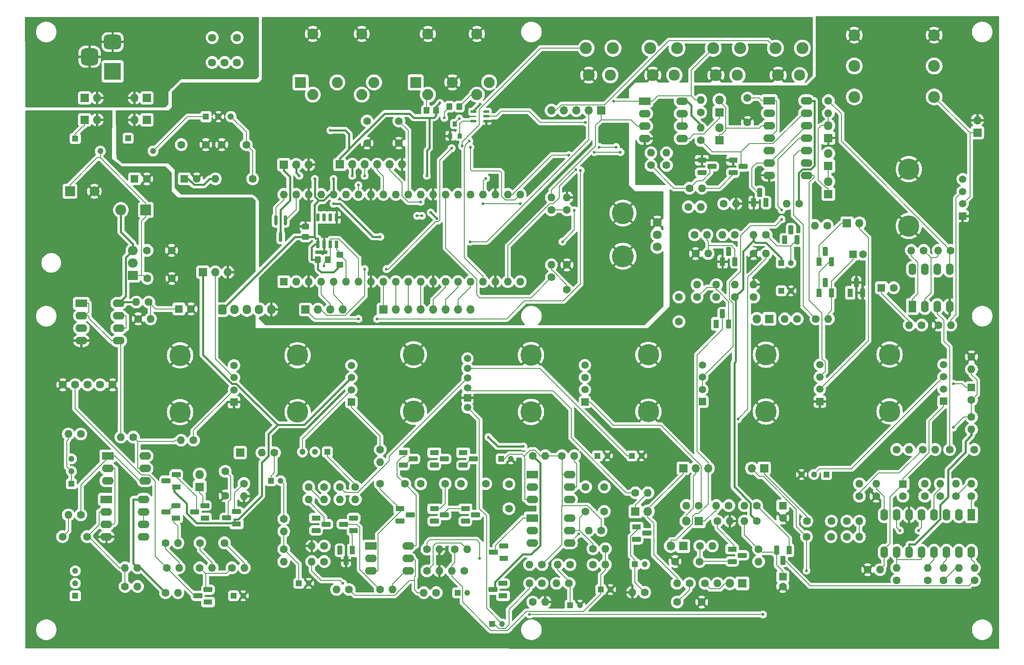
<source format=gbl>
%TF.GenerationSoftware,KiCad,Pcbnew,8.0.8*%
%TF.CreationDate,2025-04-29T10:44:01+09:00*%
%TF.ProjectId,mainBorad_R1,6d61696e-426f-4726-9164-5f52312e6b69,rev?*%
%TF.SameCoordinates,Original*%
%TF.FileFunction,Copper,L2,Bot*%
%TF.FilePolarity,Positive*%
%FSLAX46Y46*%
G04 Gerber Fmt 4.6, Leading zero omitted, Abs format (unit mm)*
G04 Created by KiCad (PCBNEW 8.0.8) date 2025-04-29 10:44:01*
%MOMM*%
%LPD*%
G01*
G04 APERTURE LIST*
G04 Aperture macros list*
%AMRoundRect*
0 Rectangle with rounded corners*
0 $1 Rounding radius*
0 $2 $3 $4 $5 $6 $7 $8 $9 X,Y pos of 4 corners*
0 Add a 4 corners polygon primitive as box body*
4,1,4,$2,$3,$4,$5,$6,$7,$8,$9,$2,$3,0*
0 Add four circle primitives for the rounded corners*
1,1,$1+$1,$2,$3*
1,1,$1+$1,$4,$5*
1,1,$1+$1,$6,$7*
1,1,$1+$1,$8,$9*
0 Add four rect primitives between the rounded corners*
20,1,$1+$1,$2,$3,$4,$5,0*
20,1,$1+$1,$4,$5,$6,$7,0*
20,1,$1+$1,$6,$7,$8,$9,0*
20,1,$1+$1,$8,$9,$2,$3,0*%
G04 Aperture macros list end*
%TA.AperFunction,SMDPad,CuDef*%
%ADD10R,0.950000X1.000000*%
%TD*%
%TA.AperFunction,ComponentPad*%
%ADD11R,1.305000X1.305000*%
%TD*%
%TA.AperFunction,ComponentPad*%
%ADD12C,1.305000*%
%TD*%
%TA.AperFunction,SMDPad,CuDef*%
%ADD13R,1.150000X0.600000*%
%TD*%
%TA.AperFunction,ComponentPad*%
%ADD14C,2.450000*%
%TD*%
%TA.AperFunction,ComponentPad*%
%ADD15C,2.300000*%
%TD*%
%TA.AperFunction,ComponentPad*%
%ADD16C,1.600000*%
%TD*%
%TA.AperFunction,ComponentPad*%
%ADD17O,1.600000X1.600000*%
%TD*%
%TA.AperFunction,ComponentPad*%
%ADD18R,1.600000X1.600000*%
%TD*%
%TA.AperFunction,ComponentPad*%
%ADD19R,1.600000X2.400000*%
%TD*%
%TA.AperFunction,ComponentPad*%
%ADD20O,1.600000X2.400000*%
%TD*%
%TA.AperFunction,ComponentPad*%
%ADD21R,1.217000X1.217000*%
%TD*%
%TA.AperFunction,ComponentPad*%
%ADD22C,1.217000*%
%TD*%
%TA.AperFunction,ComponentPad*%
%ADD23R,1.800000X1.800000*%
%TD*%
%TA.AperFunction,ComponentPad*%
%ADD24O,1.800000X1.800000*%
%TD*%
%TA.AperFunction,ComponentPad*%
%ADD25C,1.800000*%
%TD*%
%TA.AperFunction,ComponentPad*%
%ADD26C,4.455000*%
%TD*%
%TA.AperFunction,ComponentPad*%
%ADD27R,1.100000X1.800000*%
%TD*%
%TA.AperFunction,ComponentPad*%
%ADD28RoundRect,0.275000X-0.275000X-0.625000X0.275000X-0.625000X0.275000X0.625000X-0.275000X0.625000X0*%
%TD*%
%TA.AperFunction,ComponentPad*%
%ADD29R,1.200000X1.200000*%
%TD*%
%TA.AperFunction,ComponentPad*%
%ADD30C,1.200000*%
%TD*%
%TA.AperFunction,ComponentPad*%
%ADD31R,2.400000X1.600000*%
%TD*%
%TA.AperFunction,ComponentPad*%
%ADD32O,2.400000X1.600000*%
%TD*%
%TA.AperFunction,ComponentPad*%
%ADD33R,1.700000X1.700000*%
%TD*%
%TA.AperFunction,ComponentPad*%
%ADD34O,1.700000X1.700000*%
%TD*%
%TA.AperFunction,ComponentPad*%
%ADD35R,1.800000X1.100000*%
%TD*%
%TA.AperFunction,ComponentPad*%
%ADD36RoundRect,0.275000X-0.625000X0.275000X-0.625000X-0.275000X0.625000X-0.275000X0.625000X0.275000X0*%
%TD*%
%TA.AperFunction,ComponentPad*%
%ADD37C,1.635000*%
%TD*%
%TA.AperFunction,ComponentPad*%
%ADD38R,2.200000X2.200000*%
%TD*%
%TA.AperFunction,ComponentPad*%
%ADD39O,2.200000X2.200000*%
%TD*%
%TA.AperFunction,ComponentPad*%
%ADD40RoundRect,0.275000X0.625000X-0.275000X0.625000X0.275000X-0.625000X0.275000X-0.625000X-0.275000X0*%
%TD*%
%TA.AperFunction,ComponentPad*%
%ADD41RoundRect,0.275000X0.275000X0.625000X-0.275000X0.625000X-0.275000X-0.625000X0.275000X-0.625000X0*%
%TD*%
%TA.AperFunction,ComponentPad*%
%ADD42RoundRect,0.250000X-0.600000X-0.725000X0.600000X-0.725000X0.600000X0.725000X-0.600000X0.725000X0*%
%TD*%
%TA.AperFunction,ComponentPad*%
%ADD43O,1.700000X1.950000*%
%TD*%
%TA.AperFunction,ComponentPad*%
%ADD44R,2.250000X2.250000*%
%TD*%
%TA.AperFunction,ComponentPad*%
%ADD45C,2.250000*%
%TD*%
%TA.AperFunction,ComponentPad*%
%ADD46R,1.500000X1.500000*%
%TD*%
%TA.AperFunction,ComponentPad*%
%ADD47C,1.500000*%
%TD*%
%TA.AperFunction,ComponentPad*%
%ADD48C,4.350000*%
%TD*%
%TA.AperFunction,ComponentPad*%
%ADD49C,2.400000*%
%TD*%
%TA.AperFunction,ComponentPad*%
%ADD50C,1.575000*%
%TD*%
%TA.AperFunction,ComponentPad*%
%ADD51R,2.000000X1.905000*%
%TD*%
%TA.AperFunction,ComponentPad*%
%ADD52O,2.000000X1.905000*%
%TD*%
%TA.AperFunction,ComponentPad*%
%ADD53R,3.500000X3.500000*%
%TD*%
%TA.AperFunction,ComponentPad*%
%ADD54RoundRect,0.750000X-1.000000X0.750000X-1.000000X-0.750000X1.000000X-0.750000X1.000000X0.750000X0*%
%TD*%
%TA.AperFunction,ComponentPad*%
%ADD55RoundRect,0.875000X-0.875000X0.875000X-0.875000X-0.875000X0.875000X-0.875000X0.875000X0.875000X0*%
%TD*%
%TA.AperFunction,ComponentPad*%
%ADD56R,2.000000X2.000000*%
%TD*%
%TA.AperFunction,ComponentPad*%
%ADD57C,2.000000*%
%TD*%
%TA.AperFunction,SMDPad,CuDef*%
%ADD58RoundRect,0.250000X0.350000X0.450000X-0.350000X0.450000X-0.350000X-0.450000X0.350000X-0.450000X0*%
%TD*%
%TA.AperFunction,SMDPad,CuDef*%
%ADD59RoundRect,0.250000X0.450000X-0.350000X0.450000X0.350000X-0.450000X0.350000X-0.450000X-0.350000X0*%
%TD*%
%TA.AperFunction,SMDPad,CuDef*%
%ADD60RoundRect,0.250000X0.475000X-0.337500X0.475000X0.337500X-0.475000X0.337500X-0.475000X-0.337500X0*%
%TD*%
%TA.AperFunction,SMDPad,CuDef*%
%ADD61RoundRect,0.250000X-0.350000X-0.450000X0.350000X-0.450000X0.350000X0.450000X-0.350000X0.450000X0*%
%TD*%
%TA.AperFunction,SMDPad,CuDef*%
%ADD62RoundRect,0.175000X-0.175000X0.825000X-0.175000X-0.825000X0.175000X-0.825000X0.175000X0.825000X0*%
%TD*%
%TA.AperFunction,SMDPad,CuDef*%
%ADD63R,0.650000X1.551000*%
%TD*%
%TA.AperFunction,ViaPad*%
%ADD64C,0.600000*%
%TD*%
%TA.AperFunction,Conductor*%
%ADD65C,0.400000*%
%TD*%
%TA.AperFunction,Conductor*%
%ADD66C,0.200000*%
%TD*%
G04 APERTURE END LIST*
D10*
%TO.P,Q4,1,B*%
%TO.N,Net-(IC3-Y)*%
X113345000Y-45205000D03*
%TO.P,Q4,2,E*%
%TO.N,GNDD*%
X111445000Y-45205000D03*
%TO.P,Q4,3,C*%
%TO.N,Net-(Q4-C)*%
X112395000Y-42805000D03*
%TD*%
D11*
%TO.P,PwIC1,1,VIN*%
%TO.N,D+15V*%
X61595000Y-41275000D03*
D12*
%TO.P,PwIC1,2,GND*%
%TO.N,GNDD*%
X64135000Y-41275000D03*
%TO.P,PwIC1,3,VOUT*%
%TO.N,Net-(PwIC1-VOUT)*%
X66675000Y-41275000D03*
%TD*%
D13*
%TO.P,IC3,1,NC*%
%TO.N,unconnected-(IC3-NC-Pad1)*%
X118805000Y-40265000D03*
%TO.P,IC3,2,A*%
%TO.N,D+5V_MIDITX*%
X118805000Y-41215000D03*
%TO.P,IC3,3,GND*%
%TO.N,GNDD*%
X118805000Y-42165000D03*
%TO.P,IC3,4,Y*%
%TO.N,Net-(IC3-Y)*%
X116205000Y-42165000D03*
%TO.P,IC3,5,VCC*%
%TO.N,D+5V*%
X116205000Y-40265000D03*
%TD*%
D14*
%TO.P,DgJ13,1,1*%
%TO.N,GNDD*%
X152770000Y-32805000D03*
%TO.P,DgJ13,2,2_1*%
%TO.N,A+SyncOut*%
X152220000Y-27305000D03*
%TO.P,DgJ13,3,2_2*%
%TO.N,A+SyncOut_Run{slash}Stop*%
X157720000Y-27305000D03*
D15*
%TO.P,DgJ13,4,3*%
%TO.N,unconnected-(DgJ13-3-Pad4)*%
X157170000Y-32805000D03*
%TD*%
D14*
%TO.P,DgJ12,1,1*%
%TO.N,GNDD*%
X178350000Y-32805000D03*
%TO.P,DgJ12,2,2_1*%
%TO.N,A+GATE*%
X177800000Y-27305000D03*
%TO.P,DgJ12,3,2_2*%
X183300000Y-27305000D03*
D15*
%TO.P,DgJ12,4,3*%
%TO.N,unconnected-(DgJ12-3-Pad4)*%
X182750000Y-32805000D03*
%TD*%
D14*
%TO.P,DgJ11,1,1*%
%TO.N,GNDD*%
X165650000Y-32805000D03*
%TO.P,DgJ11,2,2_1*%
%TO.N,A+VCO_CV*%
X165100000Y-27305000D03*
%TO.P,DgJ11,3,2_2*%
X170600000Y-27305000D03*
D15*
%TO.P,DgJ11,4,3*%
%TO.N,unconnected-(DgJ11-3-Pad4)*%
X170050000Y-32805000D03*
%TD*%
D14*
%TO.P,DgJ9,1,1*%
%TO.N,GNDD*%
X139700000Y-32805000D03*
%TO.P,DgJ9,2,2_1*%
%TO.N,D+5V_SyncIn*%
X139150000Y-27305000D03*
%TO.P,DgJ9,3,2_2*%
%TO.N,D+5V_SyncIn_Run{slash}Stop*%
X144650000Y-27305000D03*
D15*
%TO.P,DgJ9,4,3*%
%TO.N,unconnected-(DgJ9-3-Pad4)*%
X144100000Y-32805000D03*
%TD*%
D16*
%TO.P,R105,1*%
%TO.N,A+VCO_SAW*%
X69330000Y-116165000D03*
D17*
%TO.P,R105,2*%
%TO.N,GNDA*%
X69330000Y-118705000D03*
%TD*%
D16*
%TO.P,R26,1*%
%TO.N,Net-(R26-Pad1)*%
X168275000Y-120650000D03*
D17*
%TO.P,R26,2*%
%TO.N,Net-(D2-K)*%
X165735000Y-120650000D03*
%TD*%
D16*
%TO.P,R70,1*%
%TO.N,Net-(Q12-B1)*%
X77470000Y-123375000D03*
D17*
%TO.P,R70,2*%
%TO.N,Net-(C16-Pad1)*%
X77470000Y-125915000D03*
%TD*%
D16*
%TO.P,R45,1*%
%TO.N,A+12V*%
X53340000Y-138430000D03*
D17*
%TO.P,R45,2*%
%TO.N,Net-(Q8-E)*%
X55880000Y-138430000D03*
%TD*%
D18*
%TO.P,C8,1*%
%TO.N,VAOV_OUT*%
X217805000Y-96584900D03*
D16*
%TO.P,C8,2*%
%TO.N,Net-(C8-Pad2)*%
X217805000Y-99084900D03*
%TD*%
D19*
%TO.P,U1,1*%
%TO.N,Net-(R14-Pad1)*%
X217790000Y-122555000D03*
D20*
%TO.P,U1,2,DIODE_BIAS*%
%TO.N,unconnected-(U1C-DIODE_BIAS-Pad2)*%
X215250000Y-122555000D03*
%TO.P,U1,3,+*%
%TO.N,Net-(U1C-+)*%
X212710000Y-122555000D03*
%TO.P,U1,4,-*%
%TO.N,Net-(U1C--)*%
X210170000Y-122555000D03*
%TO.P,U1,5*%
%TO.N,Net-(R12-Pad2)*%
X207630000Y-122555000D03*
%TO.P,U1,6,V-*%
%TO.N,GNDA*%
X205090000Y-122555000D03*
%TO.P,U1,7*%
%TO.N,Net-(R12-Pad2)*%
X202550000Y-122555000D03*
%TO.P,U1,8*%
%TO.N,Net-(TM1-CCW)*%
X200010000Y-122555000D03*
%TO.P,U1,9*%
%TO.N,VCA_OUT*%
X200010000Y-130175000D03*
%TO.P,U1,10*%
%TO.N,Net-(R7-Pad2)*%
X202550000Y-130175000D03*
%TO.P,U1,11,V+*%
%TO.N,A+12V*%
X205090000Y-130175000D03*
%TO.P,U1,12*%
%TO.N,Net-(R7-Pad2)*%
X207630000Y-130175000D03*
%TO.P,U1,13,-*%
%TO.N,Net-(U1A--)*%
X210170000Y-130175000D03*
%TO.P,U1,14,+*%
%TO.N,Net-(U1A-+)*%
X212710000Y-130175000D03*
%TO.P,U1,15,DIODE_BIAS*%
%TO.N,unconnected-(U1A-DIODE_BIAS-Pad15)*%
X215250000Y-130175000D03*
%TO.P,U1,16*%
%TO.N,Net-(R6-Pad2)*%
X217790000Y-130175000D03*
%TD*%
D21*
%TO.P,TM4,1,CCW*%
%TO.N,A+5.333V*%
X34925000Y-139065000D03*
D22*
%TO.P,TM4,2,WIPER*%
%TO.N,Net-(TM4-WIPER)*%
X34925000Y-136525000D03*
%TO.P,TM4,3,CW*%
%TO.N,A+12V*%
X34925000Y-133985000D03*
%TD*%
D23*
%TO.P,D37,1,K*%
%TO.N,Net-(D37-K)*%
X176530000Y-82550000D03*
D24*
%TO.P,D37,2,A*%
%TO.N,A+VCA_Env*%
X173990000Y-82550000D03*
%TD*%
D21*
%TO.P,TM5,1,CCW*%
%TO.N,Net-(TM5-CCW)*%
X34145000Y-116205000D03*
D22*
%TO.P,TM5,2,WIPER*%
X34145000Y-113665000D03*
%TO.P,TM5,3,CW*%
%TO.N,A+VCO_CV*%
X34145000Y-111125000D03*
%TD*%
D16*
%TO.P,R22,1*%
%TO.N,Net-(Q1-E)*%
X165960000Y-123825000D03*
D17*
%TO.P,R22,2*%
%TO.N,GNDA*%
X168500000Y-123825000D03*
%TD*%
D16*
%TO.P,R140,1*%
%TO.N,Net-(Q35-B)*%
X167230000Y-59055000D03*
D17*
%TO.P,R140,2*%
%TO.N,GNDA*%
X169770000Y-59055000D03*
%TD*%
D16*
%TO.P,R73,1*%
%TO.N,Net-(TM3-CCW)*%
X92075000Y-116840000D03*
D17*
%TO.P,R73,2*%
%TO.N,Net-(Q10-E)*%
X92075000Y-119380000D03*
%TD*%
D25*
%TO.P,VR1,1,CCW*%
%TO.N,D+3.3V*%
X153685000Y-67865000D03*
%TO.P,VR1,2,WIPER*%
%TO.N,A+TEMPO*%
X153685000Y-65365000D03*
%TO.P,VR1,3,CW*%
%TO.N,GNDD*%
X153685000Y-62865000D03*
D26*
%TO.P,VR1,MH1,MH1*%
X146685000Y-69765000D03*
%TO.P,VR1,MH2,MH2*%
X146685000Y-60965000D03*
%TD*%
D16*
%TO.P,R93,1*%
%TO.N,Net-(Q30-C)*%
X162560000Y-46130000D03*
D17*
%TO.P,R93,2*%
%TO.N,A+12V*%
X162560000Y-43590000D03*
%TD*%
D16*
%TO.P,R109,1*%
%TO.N,Net-(Q20-B)*%
X106680000Y-133985000D03*
D17*
%TO.P,R109,2*%
%TO.N,GNDA*%
X109220000Y-133985000D03*
%TD*%
D27*
%TO.P,Q38,1,E*%
%TO.N,Net-(Q38-E)*%
X165735000Y-83585000D03*
D28*
%TO.P,Q38,2,C*%
%TO.N,A+VCA_Env*%
X167005000Y-81515000D03*
%TO.P,Q38,3,B*%
%TO.N,Net-(Q38-B)*%
X168275000Y-83585000D03*
%TD*%
D16*
%TO.P,R152,1*%
%TO.N,Net-(Q41-B)*%
X182245000Y-82550000D03*
D17*
%TO.P,R152,2*%
%TO.N,Net-(D37-K)*%
X179705000Y-82550000D03*
%TD*%
D29*
%TO.P,C23,1*%
%TO.N,Net-(C23-Pad1)*%
X112935000Y-138430000D03*
D30*
%TO.P,C23,2*%
%TO.N,Net-(Q18-E)*%
X114935000Y-138430000D03*
%TD*%
D16*
%TO.P,C25,1*%
%TO.N,Net-(Q16-B)*%
X139065000Y-116840000D03*
%TO.P,C25,2*%
%TO.N,Net-(Q21-B2)*%
X139065000Y-121840000D03*
%TD*%
%TO.P,R64,1*%
%TO.N,Net-(Q9-B)*%
X85725000Y-128905000D03*
D17*
%TO.P,R64,2*%
%TO.N,GNDA*%
X83185000Y-128905000D03*
%TD*%
D16*
%TO.P,R35,1*%
%TO.N,Net-(Q8-B)*%
X66900000Y-133350000D03*
D17*
%TO.P,R35,2*%
%TO.N,A+VCO_SAW*%
X69440000Y-133350000D03*
%TD*%
D16*
%TO.P,C34,1*%
%TO.N,Net-(Q26-C1)*%
X37320000Y-127000000D03*
%TO.P,C34,2*%
%TO.N,Net-(C34-Pad2)*%
X32320000Y-127000000D03*
%TD*%
D18*
%TO.P,C20,1*%
%TO.N,Net-(Q2-B)*%
X179295000Y-135160000D03*
D16*
%TO.P,C20,2*%
%TO.N,GNDA*%
X179295000Y-137160000D03*
%TD*%
%TO.P,R13,1*%
%TO.N,GNDA*%
X198345000Y-118745000D03*
D17*
%TO.P,R13,2*%
%TO.N,Net-(TM1-CCW)*%
X198345000Y-116205000D03*
%TD*%
D29*
%TO.P,C72,1*%
%TO.N,A+12V*%
X178975000Y-71120000D03*
D30*
%TO.P,C72,2*%
%TO.N,Net-(Q36-B)*%
X180975000Y-71120000D03*
%TD*%
D31*
%TO.P,U2,1*%
%TO.N,Net-(C34-Pad2)*%
X41275000Y-119380000D03*
D32*
%TO.P,U2,2,-*%
%TO.N,Net-(Q26-C1)*%
X41275000Y-121920000D03*
%TO.P,U2,3,+*%
%TO.N,A+5.333V*%
X41275000Y-124460000D03*
%TO.P,U2,4,V-*%
%TO.N,GNDA*%
X41275000Y-127000000D03*
%TO.P,U2,5,+*%
%TO.N,A+5.333V*%
X48895000Y-127000000D03*
%TO.P,U2,6,-*%
%TO.N,Net-(U2B--)*%
X48895000Y-124460000D03*
%TO.P,U2,7*%
X48895000Y-121920000D03*
%TO.P,U2,8,V+*%
%TO.N,A+12V*%
X48895000Y-119380000D03*
%TD*%
D16*
%TO.P,R36,1*%
%TO.N,A+VCO_SQU*%
X53565000Y-133350000D03*
D17*
%TO.P,R36,2*%
%TO.N,A+5.333V*%
X56105000Y-133350000D03*
%TD*%
D16*
%TO.P,R14,1*%
%TO.N,Net-(R14-Pad1)*%
X217790000Y-118745000D03*
D17*
%TO.P,R14,2*%
%TO.N,A+5.333V*%
X217790000Y-116205000D03*
%TD*%
D16*
%TO.P,R91,1*%
%TO.N,Net-(Q29-C)*%
X160245000Y-55880000D03*
D17*
%TO.P,R91,2*%
%TO.N,Net-(Q30-B)*%
X162785000Y-55880000D03*
%TD*%
D16*
%TO.P,R10,1*%
%TO.N,A+5.333V*%
X214615000Y-118745000D03*
D17*
%TO.P,R10,2*%
%TO.N,Net-(U1C-+)*%
X214615000Y-116205000D03*
%TD*%
D16*
%TO.P,DgC2,1*%
%TO.N,Net-(DgIC5A-+)*%
X135255000Y-76530000D03*
%TO.P,DgC2,2*%
%TO.N,GNDD*%
X135255000Y-71530000D03*
%TD*%
%TO.P,R138,1*%
%TO.N,Net-(VR6-CCW)*%
X186055000Y-82550000D03*
D17*
%TO.P,R138,2*%
%TO.N,Net-(Q41-B)*%
X188595000Y-82550000D03*
%TD*%
D33*
%TO.P,J13,1,Pin_1*%
%TO.N,A+VCO_WAVE*%
X68580000Y-109855000D03*
%TD*%
%TO.P,J8,1,Pin_1*%
%TO.N,A+ENV.MOD*%
X192405000Y-63000000D03*
D34*
%TO.P,J8,2,Pin_2*%
%TO.N,A+VCA-Reso_ACC*%
X194945000Y-63000000D03*
%TD*%
D35*
%TO.P,Q10,1,E*%
%TO.N,Net-(Q10-E)*%
X84055000Y-123190000D03*
D36*
%TO.P,Q10,2,C*%
%TO.N,Net-(Q10-C)*%
X86125000Y-124460000D03*
%TO.P,Q10,3,B*%
%TO.N,Net-(Q10-B)*%
X84055000Y-125730000D03*
%TD*%
D16*
%TO.P,C19,1*%
%TO.N,Net-(Q13-B)*%
X105410000Y-116205000D03*
%TO.P,C19,2*%
%TO.N,Net-(Q15-B)*%
X110410000Y-116205000D03*
%TD*%
D21*
%TO.P,TM1,1,CCW*%
%TO.N,Net-(TM1-CCW)*%
X188185000Y-114300000D03*
D22*
%TO.P,TM1,2,WIPER*%
%TO.N,OVD_OUT*%
X185645000Y-114300000D03*
%TO.P,TM1,3,CW*%
%TO.N,GNDA*%
X183105000Y-114300000D03*
%TD*%
D16*
%TO.P,R103,1*%
%TO.N,A+12V*%
X47625000Y-133350000D03*
D17*
%TO.P,R103,2*%
%TO.N,Net-(Q26-C1)*%
X45085000Y-133350000D03*
%TD*%
D16*
%TO.P,R8,1*%
%TO.N,GNDA*%
X196596000Y-133731000D03*
D17*
%TO.P,R8,2*%
%TO.N,VCA_OUT*%
X199136000Y-133731000D03*
%TD*%
D35*
%TO.P,Q23,1,E*%
%TO.N,Net-(Q17-B)*%
X114535000Y-121285000D03*
D36*
%TO.P,Q23,2,C*%
%TO.N,Net-(Q22-E2)*%
X116605000Y-122555000D03*
%TO.P,Q23,3,B*%
X114535000Y-123825000D03*
%TD*%
D37*
%TO.P,SW1,1,1*%
%TO.N,A+VCO_SQU*%
X34925000Y-96000000D03*
%TO.P,SW1,2,2_Comm*%
%TO.N,A+VCO_WAVE*%
X37465000Y-96000000D03*
%TO.P,SW1,3,3*%
%TO.N,A+VCO_SAW*%
X40005000Y-96000000D03*
%TO.P,SW1,MH1,MH1*%
%TO.N,GNDA*%
X32385000Y-96000000D03*
%TO.P,SW1,MH2,MH2*%
X42545000Y-96000000D03*
%TD*%
D16*
%TO.P,C26,1*%
%TO.N,Net-(Q16-B)*%
X123432600Y-116285000D03*
%TO.P,C26,2*%
%TO.N,Net-(Q22-E2)*%
X123432600Y-121285000D03*
%TD*%
%TO.P,DgR6,1*%
%TO.N,Net-(DgIC5B--)*%
X135255000Y-60325000D03*
D17*
%TO.P,DgR6,2*%
%TO.N,GNDD*%
X135255000Y-57785000D03*
%TD*%
D18*
%TO.P,PwC6,1*%
%TO.N,A+12V*%
X47030000Y-53975000D03*
D16*
%TO.P,PwC6,2*%
%TO.N,GNDA*%
X49530000Y-53975000D03*
%TD*%
D38*
%TO.P,PwD1,1,K*%
%TO.N,A+15V*%
X49312200Y-60325000D03*
D39*
%TO.P,PwD1,2,A*%
%TO.N,A+12V*%
X44232200Y-60325000D03*
%TD*%
D16*
%TO.P,R114,1*%
%TO.N,Net-(Q21-B2)*%
X140560000Y-129460000D03*
D17*
%TO.P,R114,2*%
%TO.N,Net-(C29-Pad1)*%
X143100000Y-129460000D03*
%TD*%
D16*
%TO.P,PwC3,1*%
%TO.N,Net-(PwIC1-VOUT)*%
X69810000Y-46990000D03*
%TO.P,PwC3,2*%
%TO.N,GNDD*%
X64810000Y-46990000D03*
%TD*%
%TO.P,PwC9,1*%
%TO.N,A+12V*%
X49570000Y-68580000D03*
%TO.P,PwC9,2*%
%TO.N,GNDA*%
X54570000Y-68580000D03*
%TD*%
D31*
%TO.P,IC12,1*%
%TO.N,Net-(C35-Pad1)*%
X176530000Y-38005000D03*
D32*
%TO.P,IC12,2*%
%TO.N,A+CV*%
X176530000Y-40545000D03*
%TO.P,IC12,3*%
%TO.N,A+VCO_CV*%
X176530000Y-43085000D03*
%TO.P,IC12,4*%
%TO.N,Net-(C35-Pad1)*%
X176530000Y-45625000D03*
%TO.P,IC12,5*%
%TO.N,Net-(Q29-C)*%
X176530000Y-48165000D03*
%TO.P,IC12,6*%
%TO.N,Net-(Q35-C)*%
X176530000Y-50705000D03*
%TO.P,IC12,7,VSS*%
%TO.N,GNDA*%
X176530000Y-53245000D03*
%TO.P,IC12,8*%
%TO.N,Net-(VR7-CW)*%
X184150000Y-53245000D03*
%TO.P,IC12,9*%
%TO.N,A+ENV.MOD*%
X184150000Y-50705000D03*
%TO.P,IC12,10*%
%TO.N,Net-(VR6-CCW)*%
X184150000Y-48165000D03*
%TO.P,IC12,11*%
%TO.N,Net-(D28-A)*%
X184150000Y-45625000D03*
%TO.P,IC12,12*%
%TO.N,Net-(Q35-C)*%
X184150000Y-43085000D03*
%TO.P,IC12,13*%
%TO.N,Net-(Q30-C)*%
X184150000Y-40545000D03*
%TO.P,IC12,14,VDD*%
%TO.N,A+12V*%
X184150000Y-38005000D03*
%TD*%
D16*
%TO.P,R63,1*%
%TO.N,Net-(VR5-WIPER)*%
X85725000Y-116840000D03*
D17*
%TO.P,R63,2*%
%TO.N,Net-(Q10-B)*%
X85725000Y-119380000D03*
%TD*%
D31*
%TO.P,Q21,1,E1*%
%TO.N,Net-(Q20-C)*%
X128157600Y-123190000D03*
D32*
%TO.P,Q21,2,B1*%
%TO.N,Net-(Q21-B1)*%
X128157600Y-125730000D03*
%TO.P,Q21,3,C2*%
%TO.N,Net-(Q19-B)*%
X128157600Y-128270000D03*
%TO.P,Q21,4,E2*%
%TO.N,Net-(Q20-C)*%
X135777600Y-128270000D03*
%TO.P,Q21,5,B2*%
%TO.N,Net-(Q21-B2)*%
X135777600Y-125730000D03*
%TO.P,Q21,6,C1*%
%TO.N,Net-(Q21-C1)*%
X135777600Y-123190000D03*
%TD*%
D16*
%TO.P,R111,1*%
%TO.N,Net-(Q19-C)*%
X142240000Y-125730000D03*
D17*
%TO.P,R111,2*%
%TO.N,Net-(Q21-C1)*%
X139700000Y-125730000D03*
%TD*%
D35*
%TO.P,Q30,1,E*%
%TO.N,GNDA*%
X169145000Y-50165000D03*
D36*
%TO.P,Q30,2,C*%
%TO.N,Net-(Q30-C)*%
X171215000Y-51435000D03*
%TO.P,Q30,3,B*%
%TO.N,Net-(Q30-B)*%
X169145000Y-52705000D03*
%TD*%
D16*
%TO.P,C1,1*%
%TO.N,A+VCA_Signal*%
X184215000Y-123825000D03*
%TO.P,C1,2*%
%TO.N,Net-(C1-Pad2)*%
X189215000Y-123825000D03*
%TD*%
%TO.P,R25,1*%
%TO.N,Net-(Q2-B)*%
X174360000Y-129540000D03*
D17*
%TO.P,R25,2*%
%TO.N,Net-(Q1-C)*%
X174360000Y-132080000D03*
%TD*%
D23*
%TO.P,D2,1,K*%
%TO.N,Net-(D2-K)*%
X162150000Y-123825000D03*
D24*
%TO.P,D2,2,A*%
%TO.N,A+VCA_Trig*%
X159610000Y-123825000D03*
%TD*%
D16*
%TO.P,R16,1*%
%TO.N,A+5.333V*%
X213545000Y-68580000D03*
D17*
%TO.P,R16,2*%
%TO.N,Net-(U4A--)*%
X211005000Y-68580000D03*
%TD*%
D16*
%TO.P,R66,1*%
%TO.N,A+5.333V*%
X135890000Y-132715000D03*
D17*
%TO.P,R66,2*%
%TO.N,Net-(C22-Pad1)*%
X133350000Y-132715000D03*
%TD*%
D16*
%TO.P,R100,1*%
%TO.N,Net-(Q26-B2)*%
X46765000Y-106680000D03*
D17*
%TO.P,R100,2*%
%TO.N,A+5.333V*%
X44225000Y-106680000D03*
%TD*%
D35*
%TO.P,Q18,1,E*%
%TO.N,Net-(Q18-E)*%
X122205000Y-139065000D03*
D40*
%TO.P,Q18,2,C*%
%TO.N,A+12V*%
X120135000Y-137795000D03*
%TO.P,Q18,3,B*%
%TO.N,Net-(Q18-B)*%
X122205000Y-136525000D03*
%TD*%
D35*
%TO.P,Q8,1,E*%
%TO.N,Net-(Q8-E)*%
X61995000Y-140335000D03*
D40*
%TO.P,Q8,2,C*%
%TO.N,A+VCO_SQU*%
X59925000Y-139065000D03*
%TO.P,Q8,3,B*%
%TO.N,Net-(Q8-B)*%
X61995000Y-137795000D03*
%TD*%
D29*
%TO.P,C15,1*%
%TO.N,Net-(C15-Pad1)*%
X120015000Y-144780000D03*
D30*
%TO.P,C15,2*%
%TO.N,A+VCA_Resonance*%
X122015000Y-144780000D03*
%TD*%
D27*
%TO.P,Q9,1,E*%
%TO.N,Net-(Q10-C)*%
X91440000Y-129775000D03*
D41*
%TO.P,Q9,2,C*%
%TO.N,GNDA*%
X90170000Y-131845000D03*
%TO.P,Q9,3,B*%
%TO.N,Net-(Q9-B)*%
X88900000Y-129775000D03*
%TD*%
D33*
%TO.P,J12,1,Pin_1*%
%TO.N,Net-(J12-Pin_1)*%
X219000000Y-44540000D03*
D34*
%TO.P,J12,2,Pin_2*%
%TO.N,GNDA*%
X219000000Y-42000000D03*
%TD*%
D29*
%TO.P,C30,1*%
%TO.N,Net-(Q22-B1)*%
X141510000Y-110490000D03*
D30*
%TO.P,C30,2*%
%TO.N,GNDA*%
X143510000Y-110490000D03*
%TD*%
D16*
%TO.P,R150,1*%
%TO.N,A+12V*%
X169545000Y-78105000D03*
D17*
%TO.P,R150,2*%
%TO.N,Net-(Q38-E)*%
X169545000Y-75565000D03*
%TD*%
D23*
%TO.P,D28,1,K*%
%TO.N,Net-(D28-K)*%
X188595000Y-51340000D03*
D24*
%TO.P,D28,2,A*%
%TO.N,Net-(D28-A)*%
X188595000Y-48800000D03*
%TD*%
D16*
%TO.P,R98,1*%
%TO.N,Net-(Q12-B2)*%
X90805000Y-137795000D03*
D17*
%TO.P,R98,2*%
%TO.N,Net-(C16-Pad1)*%
X88265000Y-137795000D03*
%TD*%
D16*
%TO.P,C54,1*%
%TO.N,Net-(C54-Pad1)*%
X158115000Y-83105000D03*
%TO.P,C54,2*%
%TO.N,A+ENV_Trig*%
X158115000Y-78105000D03*
%TD*%
D42*
%TO.P,J14,1,Pin_1*%
%TO.N,D+3.3V*%
X64930000Y-80645000D03*
D43*
%TO.P,J14,2,Pin_2*%
%TO.N,D_I2C_SDA*%
X67430000Y-80645000D03*
%TO.P,J14,3,Pin_3*%
%TO.N,D_I2C_SCL*%
X69930000Y-80645000D03*
%TO.P,J14,4,Pin_4*%
%TO.N,unconnected-(J14-Pin_4-Pad4)*%
X72430000Y-80645000D03*
%TO.P,J14,5,Pin_5*%
%TO.N,GNDD*%
X74930000Y-80645000D03*
%TD*%
D33*
%TO.P,PwJ2,1,Pin_1*%
%TO.N,ADAPTER+15V*%
X36830000Y-37465000D03*
D34*
%TO.P,PwJ2,2,Pin_2*%
%TO.N,ADAPTER GND*%
X39370000Y-37465000D03*
%TD*%
D16*
%TO.P,C33,1*%
%TO.N,GNDA*%
X65520000Y-118665000D03*
%TO.P,C33,2*%
%TO.N,Net-(Q25-E)*%
X65520000Y-113665000D03*
%TD*%
D29*
%TO.P,C14,1*%
%TO.N,Net-(Q19-E)*%
X149130000Y-132635000D03*
D30*
%TO.P,C14,2*%
%TO.N,A+VCA_Signal*%
X151130000Y-132635000D03*
%TD*%
D18*
%TO.P,C7,1*%
%TO.N,Net-(U5A-+)*%
X56047000Y-80518000D03*
D16*
%TO.P,C7,2*%
%TO.N,GNDA*%
X58547000Y-80518000D03*
%TD*%
%TO.P,R92,1*%
%TO.N,Net-(Q29-C)*%
X152400000Y-51210000D03*
D17*
%TO.P,R92,2*%
%TO.N,A+12V*%
X152400000Y-48670000D03*
%TD*%
D16*
%TO.P,R6,1*%
%TO.N,A+VCA_Control*%
X218425000Y-135890000D03*
D17*
%TO.P,R6,2*%
%TO.N,Net-(R6-Pad2)*%
X218425000Y-133350000D03*
%TD*%
D33*
%TO.P,PwJ3,1,Pin_1*%
%TO.N,ADAPTER+15V*%
X49530000Y-37465000D03*
D34*
%TO.P,PwJ3,2,Pin_2*%
%TO.N,ADAPTER GND*%
X46990000Y-37465000D03*
%TD*%
D16*
%TO.P,R31,1*%
%TO.N,Net-(C8-Pad2)*%
X217805000Y-102587000D03*
D17*
%TO.P,R31,2*%
%TO.N,A+12V*%
X217805000Y-105127000D03*
%TD*%
D16*
%TO.P,R99,1*%
%TO.N,Net-(C22-Pad1)*%
X135665000Y-136525000D03*
D17*
%TO.P,R99,2*%
%TO.N,Net-(Q18-B)*%
X133125000Y-136525000D03*
%TD*%
D16*
%TO.P,R113,1*%
%TO.N,Net-(Q21-B1)*%
X114300000Y-133985000D03*
D17*
%TO.P,R113,2*%
%TO.N,Net-(C29-Pad1)*%
X111760000Y-133985000D03*
%TD*%
D16*
%TO.P,R59,1*%
%TO.N,D+SLIDE*%
X155575000Y-51210000D03*
D17*
%TO.P,R59,2*%
%TO.N,Net-(Q29-B)*%
X155575000Y-48670000D03*
%TD*%
D31*
%TO.P,Q12,1,E1*%
%TO.N,Net-(Q12-E1)*%
X95210000Y-128920000D03*
D32*
%TO.P,Q12,2,B1*%
%TO.N,Net-(Q12-B1)*%
X95210000Y-131460000D03*
%TO.P,Q12,3,C2*%
%TO.N,Net-(Q12-C2)*%
X95210000Y-134000000D03*
%TO.P,Q12,4,E2*%
%TO.N,Net-(Q12-E1)*%
X102830000Y-134000000D03*
%TO.P,Q12,5,B2*%
%TO.N,Net-(Q12-B2)*%
X102830000Y-131460000D03*
%TO.P,Q12,6,C1*%
%TO.N,Net-(Q12-C1)*%
X102830000Y-128920000D03*
%TD*%
D16*
%TO.P,R28,1*%
%TO.N,Net-(Q2-E)*%
X173990000Y-120650000D03*
D17*
%TO.P,R28,2*%
%TO.N,Net-(R26-Pad1)*%
X171450000Y-120650000D03*
%TD*%
D18*
%TO.P,C3,1*%
%TO.N,Net-(C3-Pad1)*%
X179295000Y-120690000D03*
D16*
%TO.P,C3,2*%
%TO.N,GNDA*%
X179295000Y-123190000D03*
%TD*%
%TO.P,R34,1*%
%TO.N,Net-(Q8-B)*%
X60325000Y-133350000D03*
D17*
%TO.P,R34,2*%
%TO.N,Net-(C10-Pad1)*%
X62865000Y-133350000D03*
%TD*%
D21*
%TO.P,PwF1,1,1*%
%TO.N,A+15VPre*%
X34925000Y-45720000D03*
D22*
%TO.P,PwF1,2,2*%
%TO.N,A+15V*%
X40025000Y-48310000D03*
%TD*%
D35*
%TO.P,Q24,1,E*%
%TO.N,Net-(Q24-E)*%
X55455000Y-123190000D03*
D40*
%TO.P,Q24,2,C*%
%TO.N,Net-(D25-K)*%
X53385000Y-121920000D03*
%TO.P,Q24,3,B*%
X55455000Y-120650000D03*
%TD*%
D23*
%TO.P,D26,1,K*%
%TO.N,GNDA*%
X188595000Y-45625000D03*
D24*
%TO.P,D26,2,A*%
%TO.N,Net-(D26-A)*%
X188595000Y-43085000D03*
%TD*%
D31*
%TO.P,U5,1*%
%TO.N,A+5.333V*%
X36180000Y-79385000D03*
D32*
%TO.P,U5,2,-*%
X36180000Y-81925000D03*
%TO.P,U5,3,+*%
%TO.N,Net-(U5A-+)*%
X36180000Y-84465000D03*
%TO.P,U5,4,V-*%
%TO.N,GNDA*%
X36180000Y-87005000D03*
%TO.P,U5,5,+*%
%TO.N,A+5.333V*%
X43800000Y-87005000D03*
%TO.P,U5,6,-*%
%TO.N,Net-(U5B--)*%
X43800000Y-84465000D03*
%TO.P,U5,7*%
X43800000Y-81925000D03*
%TO.P,U5,8,V+*%
%TO.N,A+12V*%
X43800000Y-79385000D03*
%TD*%
D16*
%TO.P,R139,1*%
%TO.N,A+12V*%
X182655000Y-59055000D03*
D17*
%TO.P,R139,2*%
%TO.N,Net-(Q35-C)*%
X180115000Y-59055000D03*
%TD*%
D33*
%TO.P,AnPw1,1,Pin_1*%
%TO.N,A+12V*%
X60960000Y-73025000D03*
D34*
%TO.P,AnPw1,2,Pin_2*%
%TO.N,A+5.333V*%
X63500000Y-73025000D03*
%TO.P,AnPw1,3,Pin_3*%
%TO.N,GNDA*%
X66040000Y-73025000D03*
%TD*%
D23*
%TO.P,D1,1,K*%
%TO.N,Net-(D1-K)*%
X158975000Y-128905000D03*
D24*
%TO.P,D1,2,A*%
%TO.N,A+VCA_Env*%
X156435000Y-128905000D03*
%TD*%
D16*
%TO.P,R142,1*%
%TO.N,Net-(Q36-B)*%
X175895000Y-65405000D03*
D17*
%TO.P,R142,2*%
%TO.N,A+12V*%
X173355000Y-65405000D03*
%TD*%
D44*
%TO.P,DgJ1,1,1*%
%TO.N,unconnected-(DgJ1-Pad1)*%
X104380000Y-34290000D03*
D45*
%TO.P,DgJ1,2,2*%
%TO.N,GNDD*%
X111880000Y-34290000D03*
%TO.P,DgJ1,3,3*%
%TO.N,unconnected-(DgJ1-Pad3)*%
X119380000Y-34290000D03*
%TO.P,DgJ1,4,4*%
%TO.N,Net-(DgJ1-Pad4)*%
X106880000Y-36790000D03*
%TO.P,DgJ1,5,5*%
%TO.N,Net-(DgJ1-Pad5)*%
X116880000Y-36790000D03*
%TO.P,DgJ1,MH1,MH1*%
%TO.N,GNDD*%
X106880000Y-24390000D03*
%TO.P,DgJ1,MH2,MH2*%
X116880000Y-24390000D03*
%TD*%
D29*
%TO.P,C29,1*%
%TO.N,Net-(C29-Pad1)*%
X142145000Y-137795000D03*
D30*
%TO.P,C29,2*%
%TO.N,GNDA*%
X144145000Y-137795000D03*
%TD*%
D18*
%TO.P,C4,1*%
%TO.N,VCA_OUT*%
X203820000Y-116245000D03*
D16*
%TO.P,C4,2*%
%TO.N,Net-(C4-Pad2)*%
X203820000Y-118745000D03*
%TD*%
D27*
%TO.P,Q35,1,E*%
%TO.N,GNDA*%
X173355000Y-58820000D03*
D28*
%TO.P,Q35,2,C*%
%TO.N,Net-(Q35-C)*%
X174625000Y-56750000D03*
%TO.P,Q35,3,B*%
%TO.N,Net-(Q35-B)*%
X175895000Y-58820000D03*
%TD*%
D16*
%TO.P,R69,1*%
%TO.N,Net-(Q11-C)*%
X97155000Y-137795000D03*
D17*
%TO.P,R69,2*%
%TO.N,Net-(Q12-E1)*%
X99695000Y-137795000D03*
%TD*%
D35*
%TO.P,Q14,1,E*%
%TO.N,Net-(Q13-B)*%
X108185000Y-109855000D03*
D36*
%TO.P,Q14,2,C*%
%TO.N,Net-(Q14-B)*%
X110255000Y-111125000D03*
%TO.P,Q14,3,B*%
X108185000Y-112395000D03*
%TD*%
D29*
%TO.P,C13,1*%
%TO.N,Net-(VR4-CW_2)*%
X148495000Y-110490000D03*
D30*
%TO.P,C13,2*%
%TO.N,GNDA*%
X150495000Y-110490000D03*
%TD*%
D37*
%TO.P,PwS1,1,1*%
%TO.N,Net-(PwJ1-Pad1)*%
X62865000Y-30225000D03*
%TO.P,PwS1,2,2*%
%TO.N,ADAPTER+15V*%
X65405000Y-30225000D03*
%TO.P,PwS1,3,3*%
%TO.N,unconnected-(PwS1-Pad3)*%
X67945000Y-30225000D03*
%TO.P,PwS1,4,4*%
%TO.N,unconnected-(PwS1-Pad4)*%
X67945000Y-25145000D03*
%TO.P,PwS1,5,5*%
%TO.N,unconnected-(PwS1-Pad5)*%
X62865000Y-25145000D03*
%TD*%
D35*
%TO.P,Q28,1,D*%
%TO.N,A+12V*%
X67825000Y-124420000D03*
D40*
%TO.P,Q28,2,G*%
%TO.N,Net-(Q25-E)*%
X65755000Y-123150000D03*
%TO.P,Q28,3,S*%
%TO.N,A+VCO_SAW*%
X67825000Y-121880000D03*
%TD*%
D16*
%TO.P,R46,1*%
%TO.N,Net-(VR4-CCW_2)*%
X149225000Y-118030000D03*
D17*
%TO.P,R46,2*%
%TO.N,Net-(D24-K)*%
X151765000Y-118030000D03*
%TD*%
D16*
%TO.P,R17,1*%
%TO.N,Net-(R17-Pad1)*%
X207645000Y-83820000D03*
D17*
%TO.P,R17,2*%
%TO.N,Net-(C6-Pad1)*%
X205105000Y-83820000D03*
%TD*%
D23*
%TO.P,D29,1,K*%
%TO.N,Net-(D26-A)*%
X188595000Y-57055000D03*
D24*
%TO.P,D29,2,A*%
%TO.N,Net-(D28-K)*%
X188595000Y-54515000D03*
%TD*%
D16*
%TO.P,R117,1*%
%TO.N,A+5.333V*%
X188595000Y-38005000D03*
D17*
%TO.P,R117,2*%
%TO.N,Net-(D26-A)*%
X188595000Y-40545000D03*
%TD*%
D33*
%TO.P,DgJ16,1,Pin_1*%
%TO.N,A+CV*%
X142235000Y-40005000D03*
D34*
%TO.P,DgJ16,2,Pin_2*%
%TO.N,A+VCO_CV*%
X139695000Y-40005000D03*
%TO.P,DgJ16,3,Pin_3*%
%TO.N,A+SLIDE*%
X137155000Y-40005000D03*
%TO.P,DgJ16,4,Pin_4*%
%TO.N,A-ACC*%
X134615000Y-40005000D03*
%TO.P,DgJ16,5,Pin_5*%
%TO.N,A+GATE*%
X132075000Y-40005000D03*
%TD*%
D16*
%TO.P,R61,1*%
%TO.N,Net-(VR5-CCW)*%
X162150000Y-120650000D03*
D17*
%TO.P,R61,2*%
%TO.N,Net-(Q10-C)*%
X159610000Y-120650000D03*
%TD*%
D27*
%TO.P,Q39,1,D*%
%TO.N,A+ENV.MOD*%
X193040000Y-77235000D03*
D28*
%TO.P,Q39,2,G*%
%TO.N,GNDA*%
X194310000Y-75165000D03*
%TO.P,Q39,3,S*%
X195580000Y-77235000D03*
%TD*%
D16*
%TO.P,R62,1*%
%TO.N,Net-(C17-Pad1)*%
X75565000Y-109855000D03*
D17*
%TO.P,R62,2*%
%TO.N,A+VCO_WAVE*%
X73025000Y-109855000D03*
%TD*%
D46*
%TO.P,VR2,1,CCW*%
%TO.N,GNDA*%
X67310000Y-99550000D03*
D47*
%TO.P,VR2,2,WIPER*%
%TO.N,Net-(VR2-WIPER)*%
X67310000Y-97050000D03*
%TO.P,VR2,3,CW*%
%TO.N,A+5.333V*%
X67310000Y-94550000D03*
%TO.P,VR2,4,DUMMY*%
%TO.N,unconnected-(VR2-DUMMY-Pad4)*%
X67310000Y-92050000D03*
D48*
%TO.P,VR2,MH1,MH1*%
%TO.N,GNDA*%
X56310000Y-101600000D03*
%TO.P,VR2,MH2,MH2*%
X56310000Y-90000000D03*
%TD*%
D46*
%TO.P,VR4,A1,CCW_1*%
%TO.N,GNDA*%
X114946700Y-98635000D03*
D47*
%TO.P,VR4,A2,WIPER_1*%
%TO.N,A+VCA_Resonance*%
X114946700Y-100635000D03*
%TO.P,VR4,A3,CW_1*%
%TO.N,A+VCA_Signal*%
X114946700Y-90635000D03*
%TO.P,VR4,B1,CCW_2*%
%TO.N,Net-(VR4-CCW_2)*%
X114946700Y-96635000D03*
%TO.P,VR4,B2,WIPER_2*%
%TO.N,Net-(VR4-WIPER_2)*%
X114946700Y-94635000D03*
%TO.P,VR4,B3,CW_2*%
%TO.N,Net-(VR4-CW_2)*%
X114946700Y-92635000D03*
D26*
%TO.P,VR4,MH1,MH1*%
%TO.N,GNDA*%
X103946700Y-101435000D03*
%TO.P,VR4,MH2,MH2*%
X103946700Y-89835000D03*
%TD*%
D16*
%TO.P,R24,1*%
%TO.N,Net-(U4A--)*%
X208055000Y-68580000D03*
D17*
%TO.P,R24,2*%
%TO.N,Net-(R17-Pad1)*%
X205515000Y-68580000D03*
%TD*%
D49*
%TO.P,J6,R1,R1*%
%TO.N,unconnected-(J6-PadR1)*%
X210185000Y-30945000D03*
%TO.P,J6,RS1,RS1*%
%TO.N,unconnected-(J6-PadRS1)*%
X193885000Y-30945000D03*
%TO.P,J6,S1,S1*%
%TO.N,GNDA*%
X210185000Y-24645000D03*
%TO.P,J6,SS1,SS1*%
X193885000Y-24645000D03*
%TO.P,J6,T1,T1*%
%TO.N,Net-(J12-Pin_1)*%
X210185000Y-37245000D03*
%TO.P,J6,TS1,TS1*%
X193885000Y-37245000D03*
%TD*%
D16*
%TO.P,R18,1*%
%TO.N,Net-(U5A-+)*%
X49911000Y-79121000D03*
D17*
%TO.P,R18,2*%
%TO.N,A+12V*%
X47371000Y-79121000D03*
%TD*%
D33*
%TO.P,PwJ4,1,Pin_1*%
%TO.N,A+15VPre*%
X36825000Y-41910000D03*
D34*
%TO.P,PwJ4,2,Pin_2*%
%TO.N,GNDA*%
X39365000Y-41910000D03*
%TD*%
D16*
%TO.P,R141,1*%
%TO.N,D-ACC*%
X160020000Y-59690000D03*
D17*
%TO.P,R141,2*%
%TO.N,Net-(Q35-B)*%
X162560000Y-59690000D03*
%TD*%
D16*
%TO.P,R71,1*%
%TO.N,Net-(Q10-B)*%
X82550000Y-116840000D03*
D17*
%TO.P,R71,2*%
%TO.N,Net-(Q10-C)*%
X82550000Y-119380000D03*
%TD*%
D33*
%TO.P,J3,1,Pin_1*%
%TO.N,A+VCA_Signal*%
X175485000Y-113030000D03*
D34*
%TO.P,J3,2,Pin_2*%
%TO.N,A+VCA_Resonance*%
X172945000Y-113030000D03*
%TD*%
D29*
%TO.P,C55,1*%
%TO.N,Net-(Q38-E)*%
X178975000Y-76835000D03*
D30*
%TO.P,C55,2*%
%TO.N,GNDA*%
X180975000Y-76835000D03*
%TD*%
D46*
%TO.P,VR8,1,CCW*%
%TO.N,VCA_OUT*%
X212090000Y-99380000D03*
D47*
%TO.P,VR8,2,WIPER*%
%TO.N,VAOV_OUT*%
X212090000Y-96880000D03*
%TO.P,VR8,3,CW*%
%TO.N,OVD_OUT*%
X212090000Y-94380000D03*
%TO.P,VR8,4,DUMMY*%
%TO.N,unconnected-(VR8-DUMMY-Pad4)*%
X212090000Y-91880000D03*
D48*
%TO.P,VR8,MH1,MH1*%
%TO.N,GNDA*%
X201090000Y-101430000D03*
%TO.P,VR8,MH2,MH2*%
X201090000Y-89830000D03*
%TD*%
D35*
%TO.P,Q11,1,E*%
%TO.N,Net-(Q10-C)*%
X91725000Y-125730000D03*
D40*
%TO.P,Q11,2,C*%
%TO.N,Net-(Q11-C)*%
X89655000Y-124460000D03*
%TO.P,Q11,3,B*%
%TO.N,Net-(Q10-E)*%
X91725000Y-123190000D03*
%TD*%
D16*
%TO.P,R148,1*%
%TO.N,Net-(Q38-B)*%
X161810000Y-78105000D03*
D17*
%TO.P,R148,2*%
%TO.N,Net-(C54-Pad1)*%
X161810000Y-75565000D03*
%TD*%
D16*
%TO.P,R151,1*%
%TO.N,A+VCA_Env*%
X173355000Y-78105000D03*
D17*
%TO.P,R151,2*%
%TO.N,GNDA*%
X173355000Y-75565000D03*
%TD*%
D16*
%TO.P,R7,1*%
%TO.N,A+5.333V*%
X202550000Y-135890000D03*
D17*
%TO.P,R7,2*%
%TO.N,Net-(R7-Pad2)*%
X202550000Y-133350000D03*
%TD*%
D46*
%TO.P,VR7,1,CCW*%
%TO.N,GNDA*%
X186851700Y-99412500D03*
D47*
%TO.P,VR7,2,WIPER*%
%TO.N,A+VCA-Reso_ACC*%
X186851700Y-96912500D03*
%TO.P,VR7,3,CW*%
%TO.N,Net-(VR7-CW)*%
X186851700Y-94412500D03*
%TO.P,VR7,4,DUMMY*%
%TO.N,unconnected-(VR7-DUMMY-Pad4)*%
X186851700Y-91912500D03*
D48*
%TO.P,VR7,MH1,MH1*%
%TO.N,GNDA*%
X175851700Y-101462500D03*
%TO.P,VR7,MH2,MH2*%
X175851700Y-89862500D03*
%TD*%
D29*
%TO.P,C17,1*%
%TO.N,Net-(C17-Pad1)*%
X74835000Y-115570000D03*
D30*
%TO.P,C17,2*%
%TO.N,Net-(Q12-B1)*%
X76835000Y-115570000D03*
%TD*%
D33*
%TO.P,DgPw1,1,Pin_1*%
%TO.N,D+5V*%
X77470000Y-51060000D03*
D34*
%TO.P,DgPw1,2,Pin_2*%
%TO.N,D+3.3V*%
X80010000Y-51060000D03*
%TO.P,DgPw1,3,Pin_3*%
%TO.N,GNDD*%
X82550000Y-51060000D03*
%TD*%
D18*
%TO.P,PwC5,1*%
%TO.N,D+5V*%
X57190000Y-53975000D03*
D16*
%TO.P,PwC5,2*%
%TO.N,GNDD*%
X59690000Y-53975000D03*
%TD*%
%TO.P,R144,1*%
%TO.N,GNDA*%
X161515000Y-69215000D03*
D17*
%TO.P,R144,2*%
%TO.N,Net-(Q37-B)*%
X164055000Y-69215000D03*
%TD*%
D16*
%TO.P,R9,1*%
%TO.N,A+5.333V*%
X211440000Y-118745000D03*
D17*
%TO.P,R9,2*%
%TO.N,Net-(U1C--)*%
X211440000Y-116205000D03*
%TD*%
D16*
%TO.P,C5,1*%
%TO.N,Net-(U4A-+)*%
X213345000Y-109220000D03*
%TO.P,C5,2*%
%TO.N,A+5.333V*%
X218345000Y-109220000D03*
%TD*%
D33*
%TO.P,DgJ2,1,Pin_1*%
%TO.N,Net-(DgJ2-Pin_1)*%
X97790000Y-80665000D03*
D34*
%TO.P,DgJ2,2,Pin_2*%
%TO.N,Net-(DgJ2-Pin_2)*%
X100330000Y-80665000D03*
%TO.P,DgJ2,3,Pin_3*%
%TO.N,Net-(DgJ2-Pin_3)*%
X102870000Y-80665000D03*
%TO.P,DgJ2,4,Pin_4*%
%TO.N,Net-(DgJ2-Pin_4)*%
X105410000Y-80665000D03*
%TO.P,DgJ2,5,Pin_5*%
%TO.N,Net-(DgJ2-Pin_5)*%
X107950000Y-80665000D03*
%TO.P,DgJ2,6,Pin_6*%
%TO.N,Net-(DgJ2-Pin_6)*%
X110490000Y-80665000D03*
%TO.P,DgJ2,7,Pin_7*%
%TO.N,Net-(DgJ2-Pin_7)*%
X113030000Y-80665000D03*
%TO.P,DgJ2,8,Pin_8*%
%TO.N,Net-(DgJ2-Pin_8)*%
X115570000Y-80665000D03*
%TD*%
D16*
%TO.P,R143,1*%
%TO.N,Net-(Q36-B)*%
X169545000Y-65405000D03*
D17*
%TO.P,R143,2*%
%TO.N,A+ENV_Trig*%
X167005000Y-65405000D03*
%TD*%
D16*
%TO.P,DgR7,1*%
%TO.N,Net-(DgIC5B--)*%
X132080000Y-60325000D03*
D17*
%TO.P,DgR7,2*%
%TO.N,A+CV*%
X132080000Y-57785000D03*
%TD*%
D29*
%TO.P,C22,1*%
%TO.N,Net-(C22-Pad1)*%
X135890000Y-140970000D03*
D30*
%TO.P,C22,2*%
%TO.N,GNDA*%
X137890000Y-140970000D03*
%TD*%
D16*
%TO.P,PwL1,1,1*%
%TO.N,Net-(PwIC1-VOUT)*%
X71120000Y-53975000D03*
D17*
%TO.P,PwL1,2,2*%
%TO.N,D+5V*%
X63500000Y-53975000D03*
%TD*%
D16*
%TO.P,R1,1*%
%TO.N,A+5.333V*%
X215250000Y-135890000D03*
D17*
%TO.P,R1,2*%
%TO.N,Net-(C3-Pad1)*%
X215250000Y-133350000D03*
%TD*%
D31*
%TO.P,Q26,1,E1*%
%TO.N,Net-(Q26-E1)*%
X41550000Y-110520000D03*
D32*
%TO.P,Q26,2,B1*%
%TO.N,A+5.333V*%
X41550000Y-113060000D03*
%TO.P,Q26,3,C2*%
%TO.N,Net-(Q25-E)*%
X41550000Y-115600000D03*
%TO.P,Q26,4,E2*%
%TO.N,Net-(Q26-E1)*%
X49170000Y-115600000D03*
%TO.P,Q26,5,B2*%
%TO.N,Net-(Q26-B2)*%
X49170000Y-113060000D03*
%TO.P,Q26,6,C1*%
%TO.N,Net-(Q26-C1)*%
X49170000Y-110520000D03*
%TD*%
D16*
%TO.P,R104,1*%
%TO.N,Net-(Q26-E1)*%
X36050000Y-122555000D03*
D17*
%TO.P,R104,2*%
%TO.N,Net-(C34-Pad2)*%
X33510000Y-122555000D03*
%TD*%
D29*
%TO.P,C16,1*%
%TO.N,Net-(C16-Pad1)*%
X80550000Y-136525000D03*
D30*
%TO.P,C16,2*%
%TO.N,GNDA*%
X82550000Y-136525000D03*
%TD*%
D16*
%TO.P,R94,1*%
%TO.N,Net-(Q18-E)*%
X128270000Y-140335000D03*
D17*
%TO.P,R94,2*%
%TO.N,GNDA*%
X130810000Y-140335000D03*
%TD*%
D16*
%TO.P,C24,1*%
%TO.N,Net-(Q14-B)*%
X113665000Y-116205000D03*
%TO.P,C24,2*%
%TO.N,Net-(Q17-B)*%
X118665000Y-116205000D03*
%TD*%
%TO.P,R5,1*%
%TO.N,Net-(C3-Pad1)*%
X212075000Y-135890000D03*
D17*
%TO.P,R5,2*%
%TO.N,Net-(U1A-+)*%
X212075000Y-133350000D03*
%TD*%
D16*
%TO.P,R12,1*%
%TO.N,A+5.333V*%
X194930000Y-118745000D03*
D17*
%TO.P,R12,2*%
%TO.N,Net-(R12-Pad2)*%
X194930000Y-116205000D03*
%TD*%
D16*
%TO.P,R11,1*%
%TO.N,Net-(C4-Pad2)*%
X208265000Y-118745000D03*
D17*
%TO.P,R11,2*%
%TO.N,Net-(U1C-+)*%
X208265000Y-116205000D03*
%TD*%
D16*
%TO.P,R67,1*%
%TO.N,Net-(Q18-B)*%
X130175000Y-136525000D03*
D17*
%TO.P,R67,2*%
%TO.N,Net-(C15-Pad1)*%
X127635000Y-136525000D03*
%TD*%
D16*
%TO.P,R68,1*%
%TO.N,Net-(C16-Pad1)*%
X77470000Y-129540000D03*
D17*
%TO.P,R68,2*%
%TO.N,A+5.333V*%
X77470000Y-132080000D03*
%TD*%
D35*
%TO.P,Q17,1,E*%
%TO.N,Net-(Q15-B)*%
X108185000Y-121285000D03*
D36*
%TO.P,Q17,2,C*%
%TO.N,Net-(Q17-B)*%
X110255000Y-122555000D03*
%TO.P,Q17,3,B*%
X108185000Y-123825000D03*
%TD*%
D16*
%TO.P,R106,1*%
%TO.N,Net-(Q26-B2)*%
X36050000Y-106045000D03*
D17*
%TO.P,R106,2*%
%TO.N,Net-(TM5-CCW)*%
X33510000Y-106045000D03*
%TD*%
D23*
%TO.P,D24,1,K*%
%TO.N,Net-(D24-K)*%
X149225000Y-121840000D03*
D24*
%TO.P,D24,2,A*%
%TO.N,A+VCA-Reso_ACC*%
X151765000Y-121840000D03*
%TD*%
D35*
%TO.P,Q13,1,E*%
%TO.N,Net-(Q12-C1)*%
X101835000Y-109855000D03*
D36*
%TO.P,Q13,2,C*%
%TO.N,Net-(Q13-B)*%
X103905000Y-111125000D03*
%TO.P,Q13,3,B*%
X101835000Y-112395000D03*
%TD*%
D18*
%TO.P,C6,1*%
%TO.N,Net-(C6-Pad1)*%
X199430000Y-76200000D03*
D16*
%TO.P,C6,2*%
%TO.N,Net-(VR9-CW)*%
X201930000Y-76200000D03*
%TD*%
%TO.P,R30,1*%
%TO.N,Net-(D3-A)*%
X163420000Y-136525000D03*
D17*
%TO.P,R30,2*%
%TO.N,Net-(C21-Pad2)*%
X165960000Y-136525000D03*
%TD*%
D33*
%TO.P,PwJ5,1,Pin_1*%
%TO.N,D+15VPre*%
X49530000Y-41910000D03*
D34*
%TO.P,PwJ5,2,Pin_2*%
%TO.N,GNDD*%
X46990000Y-41910000D03*
%TD*%
D21*
%TO.P,TM3,1,CCW*%
%TO.N,Net-(TM3-CCW)*%
X86360000Y-109710000D03*
D22*
%TO.P,TM3,2,WIPER*%
X83820000Y-109710000D03*
%TO.P,TM3,3,CW*%
%TO.N,Net-(TM3-CW)*%
X81280000Y-109710000D03*
%TD*%
D35*
%TO.P,Q20,1,E*%
%TO.N,Net-(Q20-E)*%
X122320000Y-131445000D03*
D40*
%TO.P,Q20,2,C*%
%TO.N,Net-(Q20-C)*%
X120250000Y-130175000D03*
%TO.P,Q20,3,B*%
%TO.N,Net-(Q20-B)*%
X122320000Y-128905000D03*
%TD*%
D16*
%TO.P,R118,1*%
%TO.N,Net-(VR2-WIPER)*%
X59055000Y-107315000D03*
D17*
%TO.P,R118,2*%
%TO.N,Net-(Q26-B2)*%
X56515000Y-107315000D03*
%TD*%
D27*
%TO.P,Q41,1,E*%
%TO.N,Net-(Q40-B)*%
X186690000Y-77235000D03*
D28*
%TO.P,Q41,2,C*%
%TO.N,A+12V*%
X187960000Y-75165000D03*
%TO.P,Q41,3,B*%
%TO.N,Net-(Q41-B)*%
X189230000Y-77235000D03*
%TD*%
D31*
%TO.P,Q22,1,E1*%
%TO.N,Net-(Q16-B)*%
X128157600Y-114300000D03*
D32*
%TO.P,Q22,2,B1*%
%TO.N,Net-(Q22-B1)*%
X128157600Y-116840000D03*
%TO.P,Q22,3,C2*%
%TO.N,Net-(Q19-C)*%
X128157600Y-119380000D03*
%TO.P,Q22,4,E2*%
%TO.N,Net-(Q22-E2)*%
X135777600Y-119380000D03*
%TO.P,Q22,5,B2*%
%TO.N,Net-(Q22-B1)*%
X135777600Y-116840000D03*
%TO.P,Q22,6,C1*%
%TO.N,Net-(Q19-C)*%
X135777600Y-114300000D03*
%TD*%
D16*
%TO.P,PwC4,1*%
%TO.N,A+15V*%
X49610000Y-74295000D03*
%TO.P,PwC4,2*%
%TO.N,GNDA*%
X54610000Y-74295000D03*
%TD*%
%TO.P,C10,1*%
%TO.N,Net-(C10-Pad1)*%
X60365000Y-128270000D03*
%TO.P,C10,2*%
%TO.N,A+VCO_SAW*%
X65365000Y-128270000D03*
%TD*%
D35*
%TO.P,Q29,1,E*%
%TO.N,GNDA*%
X162795000Y-50165000D03*
D36*
%TO.P,Q29,2,C*%
%TO.N,Net-(Q29-C)*%
X164865000Y-51435000D03*
%TO.P,Q29,3,B*%
%TO.N,Net-(Q29-B)*%
X162795000Y-52705000D03*
%TD*%
D18*
%TO.P,C62,1*%
%TO.N,Net-(Q41-B)*%
X193635000Y-69380000D03*
D16*
%TO.P,C62,2*%
%TO.N,GNDA*%
X195635000Y-69380000D03*
%TD*%
D50*
%TO.P,DgS1,1,COM_1*%
%TO.N,GNDD*%
X100965000Y-46670000D03*
%TO.P,DgS1,2,COM_2*%
X94465000Y-46670000D03*
%TO.P,DgS1,3,N.O._1*%
%TO.N,Net-(DgS1-N.O._1)*%
X100965000Y-42170000D03*
%TO.P,DgS1,4,N.O._2*%
X94465000Y-42170000D03*
%TD*%
D16*
%TO.P,R29,1*%
%TO.N,Net-(C21-Pad2)*%
X160245000Y-136525000D03*
D17*
%TO.P,R29,2*%
%TO.N,A+VCA-Reso_ACC*%
X157705000Y-136525000D03*
%TD*%
D16*
%TO.P,R115,1*%
%TO.N,Net-(Q19-C)*%
X134227600Y-110490000D03*
D17*
%TO.P,R115,2*%
%TO.N,Net-(Q22-B1)*%
X136767600Y-110490000D03*
%TD*%
D16*
%TO.P,R32,1*%
%TO.N,GNDA*%
X217805000Y-90297000D03*
D17*
%TO.P,R32,2*%
%TO.N,Net-(C8-Pad2)*%
X217805000Y-92837000D03*
%TD*%
D16*
%TO.P,R95,1*%
%TO.N,A+12V*%
X128270000Y-110490000D03*
D17*
%TO.P,R95,2*%
%TO.N,Net-(Q19-C)*%
X130810000Y-110490000D03*
%TD*%
D16*
%TO.P,R4,1*%
%TO.N,Net-(C3-Pad1)*%
X208900000Y-135890000D03*
D17*
%TO.P,R4,2*%
%TO.N,Net-(U1A--)*%
X208900000Y-133350000D03*
%TD*%
D46*
%TO.P,VR3,1,CCW*%
%TO.N,Net-(VR3-CCW)*%
X91278300Y-99522500D03*
D47*
%TO.P,VR3,2,WIPER*%
%TO.N,Net-(TM3-CW)*%
X91278300Y-97022500D03*
%TO.P,VR3,3,CW*%
%TO.N,A+12V*%
X91278300Y-94522500D03*
%TO.P,VR3,4,DUMMY*%
%TO.N,unconnected-(VR3-DUMMY-Pad4)*%
X91278300Y-92022500D03*
D48*
%TO.P,VR3,MH1,MH1*%
%TO.N,GNDA*%
X80278300Y-101572500D03*
%TO.P,VR3,MH2,MH2*%
X80278300Y-89972500D03*
%TD*%
D23*
%TO.P,D31,1,K*%
%TO.N,A+5.333V*%
X166370000Y-40415000D03*
D24*
%TO.P,D31,2,A*%
%TO.N,A+VCO_CV*%
X166370000Y-37875000D03*
%TD*%
D16*
%TO.P,R2,1*%
%TO.N,Net-(C1-Pad2)*%
X192390000Y-123825000D03*
D17*
%TO.P,R2,2*%
%TO.N,Net-(U1A-+)*%
X194930000Y-123825000D03*
%TD*%
D27*
%TO.P,Q37,1,E*%
%TO.N,GNDA*%
X167005000Y-70885000D03*
D28*
%TO.P,Q37,2,C*%
%TO.N,A+ENV_Trig*%
X168275000Y-68815000D03*
%TO.P,Q37,3,B*%
%TO.N,Net-(Q37-B)*%
X169545000Y-70885000D03*
%TD*%
D16*
%TO.P,R145,1*%
%TO.N,GNDA*%
X173355000Y-69215000D03*
D17*
%TO.P,R145,2*%
%TO.N,A+VCA_Trig*%
X175895000Y-69215000D03*
%TD*%
D35*
%TO.P,Q25,1,E*%
%TO.N,Net-(Q25-E)*%
X61360000Y-123190000D03*
D40*
%TO.P,Q25,2,C*%
%TO.N,Net-(Q25-C)*%
X59290000Y-121920000D03*
%TO.P,Q25,3,B*%
%TO.N,Net-(D25-K)*%
X61360000Y-120650000D03*
%TD*%
D16*
%TO.P,R97,1*%
%TO.N,Net-(C23-Pad1)*%
X108585000Y-138430000D03*
D17*
%TO.P,R97,2*%
%TO.N,Net-(Q12-B2)*%
X106045000Y-138430000D03*
%TD*%
D16*
%TO.P,R15,1*%
%TO.N,A+5.333V*%
X207855000Y-109220000D03*
D17*
%TO.P,R15,2*%
%TO.N,Net-(U4A-+)*%
X210395000Y-109220000D03*
%TD*%
D16*
%TO.P,C21,1*%
%TO.N,GNDA*%
X162745000Y-140335000D03*
%TO.P,C21,2*%
%TO.N,Net-(C21-Pad2)*%
X157745000Y-140335000D03*
%TD*%
%TO.P,C27,1*%
%TO.N,Net-(Q22-E2)*%
X142875000Y-116840000D03*
%TO.P,C27,2*%
%TO.N,Net-(Q21-B1)*%
X142875000Y-121840000D03*
%TD*%
D51*
%TO.P,PwIC2,1,IN*%
%TO.N,A+15V*%
X46695000Y-73660000D03*
D52*
%TO.P,PwIC2,2,GND*%
%TO.N,GNDA*%
X46695000Y-71120000D03*
%TO.P,PwIC2,3,OUT*%
%TO.N,A+12V*%
X46695000Y-68580000D03*
%TD*%
D16*
%TO.P,C2,1*%
%TO.N,A+VCA_Resonance*%
X184135000Y-127000000D03*
%TO.P,C2,2*%
%TO.N,Net-(C2-Pad2)*%
X189135000Y-127000000D03*
%TD*%
D29*
%TO.P,C28,1*%
%TO.N,Net-(Q19-C)*%
X121825000Y-111125000D03*
D30*
%TO.P,C28,2*%
%TO.N,GNDA*%
X123825000Y-111125000D03*
%TD*%
D16*
%TO.P,R102,1*%
%TO.N,Net-(Q26-C1)*%
X45085000Y-137160000D03*
D17*
%TO.P,R102,2*%
%TO.N,Net-(TM4-WIPER)*%
X47625000Y-137160000D03*
%TD*%
D16*
%TO.P,R27,1*%
%TO.N,A+12V*%
X173990000Y-123825000D03*
D17*
%TO.P,R27,2*%
%TO.N,Net-(Q2-B)*%
X171450000Y-123825000D03*
%TD*%
D16*
%TO.P,C18,1*%
%TO.N,Net-(Q12-C1)*%
X102155000Y-116205000D03*
%TO.P,C18,2*%
%TO.N,Net-(Q12-C2)*%
X97155000Y-116205000D03*
%TD*%
%TO.P,C12,1*%
%TO.N,GNDA*%
X157295000Y-132080000D03*
%TO.P,C12,2*%
%TO.N,Net-(Q1-B)*%
X162295000Y-132080000D03*
%TD*%
%TO.P,R146,1*%
%TO.N,D+GATE*%
X161290000Y-65405000D03*
D17*
%TO.P,R146,2*%
%TO.N,Net-(Q37-B)*%
X163830000Y-65405000D03*
%TD*%
D46*
%TO.P,VR5,1,CCW*%
%TO.N,Net-(VR5-CCW)*%
X138915000Y-99495000D03*
D47*
%TO.P,VR5,2,WIPER*%
%TO.N,Net-(VR5-WIPER)*%
X138915000Y-96995000D03*
%TO.P,VR5,3,CW*%
%TO.N,A+ENV.MOD*%
X138915000Y-94495000D03*
%TO.P,VR5,4,DUMMY*%
%TO.N,unconnected-(VR5-DUMMY-Pad4)*%
X138915000Y-91995000D03*
D48*
%TO.P,VR5,MH1,MH1*%
%TO.N,GNDA*%
X127915000Y-101545000D03*
%TO.P,VR5,MH2,MH2*%
X127915000Y-89945000D03*
%TD*%
D16*
%TO.P,R101,1*%
%TO.N,A+5.333V*%
X53340000Y-128270000D03*
D17*
%TO.P,R101,2*%
%TO.N,Net-(Q24-E)*%
X55880000Y-128270000D03*
%TD*%
D16*
%TO.P,R107,1*%
%TO.N,Net-(U3A--)*%
X162560000Y-40415000D03*
D17*
%TO.P,R107,2*%
%TO.N,A+VCO_CV*%
X162560000Y-37875000D03*
%TD*%
D16*
%TO.P,R96,1*%
%TO.N,Net-(Q19-E)*%
X151130000Y-138350000D03*
D17*
%TO.P,R96,2*%
%TO.N,GNDA*%
X148590000Y-138350000D03*
%TD*%
D16*
%TO.P,R108,1*%
%TO.N,Net-(Q20-E)*%
X106680000Y-129540000D03*
D17*
%TO.P,R108,2*%
%TO.N,GNDA*%
X109220000Y-129540000D03*
%TD*%
D44*
%TO.P,DgJ8,1,1*%
%TO.N,unconnected-(DgJ8-Pad1)*%
X80885000Y-34290000D03*
D45*
%TO.P,DgJ8,2,2*%
%TO.N,unconnected-(DgJ8-Pad2)*%
X88385000Y-34290000D03*
%TO.P,DgJ8,3,3*%
%TO.N,unconnected-(DgJ8-Pad3)*%
X95885000Y-34290000D03*
%TO.P,DgJ8,4,4*%
%TO.N,Net-(DgJ8-Pad4)*%
X83385000Y-36790000D03*
%TO.P,DgJ8,5,5*%
%TO.N,Net-(DgD1-A)*%
X93385000Y-36790000D03*
%TO.P,DgJ8,MH1,MH1*%
%TO.N,GNDD*%
X83385000Y-24390000D03*
%TO.P,DgJ8,MH2,MH2*%
X93385000Y-24390000D03*
%TD*%
D16*
%TO.P,R149,1*%
%TO.N,A+12V*%
X165735000Y-78105000D03*
D17*
%TO.P,R149,2*%
%TO.N,Net-(Q38-B)*%
X165735000Y-75565000D03*
%TD*%
D21*
%TO.P,PwF2,1,1*%
%TO.N,D+15VPre*%
X45710000Y-45695000D03*
D22*
%TO.P,PwF2,2,2*%
%TO.N,D+15V*%
X50810000Y-48285000D03*
%TD*%
D53*
%TO.P,PwJ1,1*%
%TO.N,Net-(PwJ1-Pad1)*%
X42545000Y-32035000D03*
D54*
%TO.P,PwJ1,2*%
%TO.N,ADAPTER GND*%
X42545000Y-26035000D03*
D55*
%TO.P,PwJ1,3*%
X37845000Y-29035000D03*
%TD*%
D35*
%TO.P,Q15,1,E*%
%TO.N,Net-(Q12-C2)*%
X101200000Y-121285000D03*
D36*
%TO.P,Q15,2,C*%
%TO.N,Net-(Q15-B)*%
X103270000Y-122555000D03*
%TO.P,Q15,3,B*%
X101200000Y-123825000D03*
%TD*%
D16*
%TO.P,R47,1*%
%TO.N,Net-(VR3-CCW)*%
X97155000Y-109220000D03*
D17*
%TO.P,R47,2*%
%TO.N,Net-(Q10-C)*%
X97155000Y-111760000D03*
%TD*%
D16*
%TO.P,PwC1,1*%
%TO.N,D+15VPre*%
X56555000Y-46990000D03*
%TO.P,PwC1,2*%
%TO.N,GNDD*%
X61555000Y-46990000D03*
%TD*%
D23*
%TO.P,D3,1,K*%
%TO.N,A+VCA_Control*%
X171040000Y-136525000D03*
D24*
%TO.P,D3,2,A*%
%TO.N,Net-(D3-A)*%
X168500000Y-136525000D03*
%TD*%
D16*
%TO.P,R72,1*%
%TO.N,Net-(VR4-WIPER_2)*%
X88900000Y-116840000D03*
D17*
%TO.P,R72,2*%
%TO.N,Net-(Q10-B)*%
X88900000Y-119380000D03*
%TD*%
D33*
%TO.P,DgJ3,1,Pin_1*%
%TO.N,D+3.3V_MIDITX*%
X81915000Y-80645000D03*
D34*
%TO.P,DgJ3,2,Pin_2*%
%TO.N,D+3.3V_MIDIRX*%
X84455000Y-80645000D03*
%TO.P,DgJ3,3,Pin_3*%
%TO.N,Net-(DgJ3-Pin_3)*%
X86995000Y-80645000D03*
%TO.P,DgJ3,4,Pin_4*%
%TO.N,Net-(DgJ3-Pin_4)*%
X89535000Y-80645000D03*
%TD*%
D16*
%TO.P,R3,1*%
%TO.N,Net-(C2-Pad2)*%
X192390000Y-127000000D03*
D17*
%TO.P,R3,2*%
%TO.N,Net-(U1A-+)*%
X194930000Y-127000000D03*
%TD*%
D16*
%TO.P,R20,1*%
%TO.N,GNDA*%
X211045000Y-83820000D03*
D17*
%TO.P,R20,2*%
%TO.N,Net-(VR9-CW)*%
X213585000Y-83820000D03*
%TD*%
D46*
%TO.P,VR9,1,CCW*%
%TO.N,GNDA*%
X216000000Y-61550000D03*
D47*
%TO.P,VR9,2,WIPER*%
%TO.N,Net-(J12-Pin_1)*%
X216000000Y-59050000D03*
%TO.P,VR9,3,CW*%
%TO.N,Net-(VR9-CW)*%
X216000000Y-56550000D03*
%TO.P,VR9,4,DUMMY*%
%TO.N,unconnected-(VR9-DUMMY-Pad4)*%
X216000000Y-54050000D03*
D48*
%TO.P,VR9,MH1,MH1*%
%TO.N,GNDA*%
X205000000Y-63600000D03*
%TO.P,VR9,MH2,MH2*%
X205000000Y-52000000D03*
%TD*%
D16*
%TO.P,R19,1*%
%TO.N,GNDA*%
X47752000Y-82550000D03*
D17*
%TO.P,R19,2*%
%TO.N,Net-(U5A-+)*%
X50292000Y-82550000D03*
%TD*%
D23*
%TO.P,D32,1,K*%
%TO.N,A+VCO_CV*%
X166370000Y-46130000D03*
D24*
%TO.P,D32,2,A*%
%TO.N,GNDA*%
X166370000Y-43590000D03*
%TD*%
D27*
%TO.P,Q2,1,E*%
%TO.N,Net-(Q2-E)*%
X180565000Y-129775000D03*
D41*
%TO.P,Q2,2,C*%
%TO.N,A+VCA_Control*%
X179295000Y-131845000D03*
%TO.P,Q2,3,B*%
%TO.N,Net-(Q2-B)*%
X178025000Y-129775000D03*
%TD*%
D46*
%TO.P,VR6,1,CCW*%
%TO.N,Net-(VR6-CCW)*%
X162883300Y-99440000D03*
D47*
%TO.P,VR6,2,WIPER*%
%TO.N,Net-(D28-A)*%
X162883300Y-96940000D03*
%TO.P,VR6,3,CW*%
X162883300Y-94440000D03*
%TO.P,VR6,4,DUMMY*%
%TO.N,unconnected-(VR6-DUMMY-Pad4)*%
X162883300Y-91940000D03*
D48*
%TO.P,VR6,MH1,MH1*%
%TO.N,GNDA*%
X151883300Y-101490000D03*
%TO.P,VR6,MH2,MH2*%
X151883300Y-89890000D03*
%TD*%
D31*
%TO.P,U3,1*%
%TO.N,A+VCO_CV*%
X151115000Y-38110000D03*
D32*
%TO.P,U3,2,-*%
%TO.N,Net-(U3A--)*%
X151115000Y-40650000D03*
%TO.P,U3,3,+*%
%TO.N,A+CV*%
X151115000Y-43190000D03*
%TO.P,U3,4,V-*%
%TO.N,GNDA*%
X151115000Y-45730000D03*
%TO.P,U3,5,+*%
%TO.N,A+5.333V*%
X158735000Y-45730000D03*
%TO.P,U3,6,-*%
%TO.N,Net-(U3B--)*%
X158735000Y-43190000D03*
%TO.P,U3,7*%
X158735000Y-40650000D03*
%TO.P,U3,8,V+*%
%TO.N,A+12V*%
X158735000Y-38110000D03*
%TD*%
D16*
%TO.P,DgR5,1*%
%TO.N,D+CV_PWM*%
X132080000Y-74070000D03*
D17*
%TO.P,DgR5,2*%
%TO.N,Net-(DgIC5A-+)*%
X132080000Y-71530000D03*
%TD*%
D35*
%TO.P,Q27,1,E*%
%TO.N,A+12V*%
X55530000Y-116840000D03*
D40*
%TO.P,Q27,2,C*%
%TO.N,Net-(D25-A)*%
X53460000Y-115570000D03*
%TO.P,Q27,3,B*%
%TO.N,Net-(Q25-C)*%
X55530000Y-114300000D03*
%TD*%
D19*
%TO.P,U4,1*%
%TO.N,Net-(R17-Pad1)*%
X205750000Y-80025000D03*
D20*
%TO.P,U4,2,-*%
%TO.N,Net-(U4A--)*%
X208290000Y-80025000D03*
%TO.P,U4,3,+*%
%TO.N,Net-(U4A-+)*%
X210830000Y-80025000D03*
%TO.P,U4,4,V-*%
%TO.N,GNDA*%
X213370000Y-80025000D03*
%TO.P,U4,5,+*%
%TO.N,A+5.333V*%
X213370000Y-72405000D03*
%TO.P,U4,6,-*%
%TO.N,Net-(U4B--)*%
X210830000Y-72405000D03*
%TO.P,U4,7*%
X208290000Y-72405000D03*
%TO.P,U4,8,V+*%
%TO.N,A+12V*%
X205750000Y-72405000D03*
%TD*%
D35*
%TO.P,Q1,1,E*%
%TO.N,Net-(Q1-E)*%
X168960000Y-129540000D03*
D36*
%TO.P,Q1,2,C*%
%TO.N,Net-(Q1-C)*%
X171030000Y-130810000D03*
%TO.P,Q1,3,B*%
%TO.N,Net-(Q1-B)*%
X168960000Y-132080000D03*
%TD*%
D16*
%TO.P,R110,1*%
%TO.N,Net-(Q19-C)*%
X130175000Y-132715000D03*
D17*
%TO.P,R110,2*%
%TO.N,Net-(Q19-B)*%
X127635000Y-132715000D03*
%TD*%
D27*
%TO.P,Q40,1,E*%
%TO.N,A+ENV.MOD*%
X186690000Y-70885000D03*
D28*
%TO.P,Q40,2,C*%
%TO.N,A+12V*%
X187960000Y-68815000D03*
%TO.P,Q40,3,B*%
%TO.N,Net-(Q40-B)*%
X189230000Y-70885000D03*
%TD*%
D33*
%TO.P,J7,1,Pin_1*%
%TO.N,A+VCA-Reso_ACC*%
X158975000Y-113030000D03*
D34*
%TO.P,J7,2,Pin_2*%
%TO.N,A+VCA_Trig*%
X161515000Y-113030000D03*
%TO.P,J7,3,Pin_3*%
%TO.N,A+VCA_Env*%
X164055000Y-113030000D03*
%TD*%
D16*
%TO.P,R147,1*%
%TO.N,A+12V*%
X188370000Y-63500000D03*
D17*
%TO.P,R147,2*%
%TO.N,Net-(Q36-E)*%
X185830000Y-63500000D03*
%TD*%
D16*
%TO.P,R21,1*%
%TO.N,Net-(Q1-B)*%
X162375000Y-128905000D03*
D17*
%TO.P,R21,2*%
%TO.N,Net-(D1-K)*%
X164915000Y-128905000D03*
%TD*%
D16*
%TO.P,R116,1*%
%TO.N,A+5.333V*%
X140560000Y-132715000D03*
D17*
%TO.P,R116,2*%
%TO.N,Net-(C29-Pad1)*%
X143100000Y-132715000D03*
%TD*%
D16*
%TO.P,C35,1*%
%TO.N,Net-(C35-Pad1)*%
X172085000Y-37465000D03*
%TO.P,C35,2*%
%TO.N,GNDA*%
X172085000Y-42465000D03*
%TD*%
D18*
%TO.P,DgU1,1,GP0*%
%TO.N,D+3.3V_MIDITX*%
X77470000Y-74950000D03*
D17*
%TO.P,DgU1,2,GP1*%
%TO.N,D+3.3V_MIDIRX*%
X80010000Y-74950000D03*
%TO.P,DgU1,3,GND*%
%TO.N,GNDD*%
X82550000Y-74950000D03*
%TO.P,DgU1,4,GP2*%
%TO.N,Net-(DgJ3-Pin_3)*%
X85090000Y-74950000D03*
%TO.P,DgU1,5,GP3*%
%TO.N,Net-(DgJ3-Pin_4)*%
X87630000Y-74950000D03*
%TO.P,DgU1,6,GP4*%
%TO.N,D_I2C_SDA*%
X90170000Y-74950000D03*
%TO.P,DgU1,7,GP5*%
%TO.N,D_I2C_SCL*%
X92710000Y-74950000D03*
%TO.P,DgU1,8,GND*%
%TO.N,GNDD*%
X95250000Y-74950000D03*
%TO.P,DgU1,9,GP6*%
%TO.N,Net-(DgJ2-Pin_1)*%
X97790000Y-74950000D03*
%TO.P,DgU1,10,GP7*%
%TO.N,Net-(DgJ2-Pin_2)*%
X100330000Y-74950000D03*
%TO.P,DgU1,11,GP8*%
%TO.N,Net-(DgJ2-Pin_3)*%
X102870000Y-74950000D03*
%TO.P,DgU1,12,GP9*%
%TO.N,Net-(DgJ2-Pin_4)*%
X105410000Y-74950000D03*
%TO.P,DgU1,13,GND*%
%TO.N,GNDD*%
X107950000Y-74950000D03*
%TO.P,DgU1,14,GP10*%
%TO.N,Net-(DgJ2-Pin_5)*%
X110490000Y-74950000D03*
%TO.P,DgU1,15,GP11*%
%TO.N,Net-(DgJ2-Pin_6)*%
X113030000Y-74950000D03*
%TO.P,DgU1,16,GP12*%
%TO.N,Net-(DgJ2-Pin_7)*%
X115570000Y-74950000D03*
%TO.P,DgU1,17,GP13*%
%TO.N,D+SyncIn_Run{slash}Stop*%
X118110000Y-74950000D03*
%TO.P,DgU1,18,GND*%
%TO.N,GNDD*%
X120650000Y-74950000D03*
%TO.P,DgU1,19,GP14*%
%TO.N,D+SyncOut_Run{slash}Stop*%
X123190000Y-74950000D03*
%TO.P,DgU1,20,GP15*%
%TO.N,Net-(DgJ2-Pin_8)*%
X125730000Y-74950000D03*
%TO.P,DgU1,21,GP16*%
%TO.N,D+SyncIn*%
X125730000Y-57150000D03*
%TO.P,DgU1,22,GP17*%
%TO.N,D+SyncOut*%
X123190000Y-57150000D03*
%TO.P,DgU1,23,GND*%
%TO.N,GNDD*%
X120650000Y-57150000D03*
%TO.P,DgU1,24,GP18*%
%TO.N,D+GATE*%
X118110000Y-57150000D03*
%TO.P,DgU1,25,GP19*%
%TO.N,D-ACC*%
X115570000Y-57150000D03*
%TO.P,DgU1,26,GP20*%
%TO.N,D+SLIDE*%
X113030000Y-57150000D03*
%TO.P,DgU1,27,GP21*%
%TO.N,D+CV_PWM*%
X110490000Y-57150000D03*
%TO.P,DgU1,28,GND*%
%TO.N,GNDD*%
X107950000Y-57150000D03*
%TO.P,DgU1,29,GP22*%
%TO.N,Net-(DgJ5-Pin_5)*%
X105410000Y-57150000D03*
%TO.P,DgU1,30,RUN*%
%TO.N,Net-(DgS1-N.O._1)*%
X102870000Y-57150000D03*
%TO.P,DgU1,31,GP26*%
%TO.N,A+TEMPO*%
X100330000Y-57150000D03*
%TO.P,DgU1,32,GP27*%
%TO.N,Net-(DgJ5-Pin_4)*%
X97790000Y-57150000D03*
%TO.P,DgU1,33,GND*%
%TO.N,GNDD*%
X95250000Y-57150000D03*
%TO.P,DgU1,34,GP28*%
%TO.N,Net-(DgJ5-Pin_3)*%
X92710000Y-57150000D03*
%TO.P,DgU1,35,ADC_VREF*%
%TO.N,unconnected-(DgU1-ADC_VREF-Pad35)*%
X90170000Y-57150000D03*
%TO.P,DgU1,36,3V3(OUT)*%
%TO.N,D+3.3V*%
X87630000Y-57150000D03*
%TO.P,DgU1,37,3V3_EN*%
%TO.N,unconnected-(DgU1-3V3_EN-Pad37)*%
X85090000Y-57150000D03*
%TO.P,DgU1,38,GND*%
%TO.N,GNDD*%
X82550000Y-57150000D03*
%TO.P,DgU1,39,VSYS*%
%TO.N,D+VSYS*%
X80010000Y-57150000D03*
%TO.P,DgU1,40,VBUS*%
%TO.N,D+VBUS*%
X77470000Y-57150000D03*
%TD*%
D35*
%TO.P,Q16,1,E*%
%TO.N,Net-(Q14-B)*%
X114060000Y-109855000D03*
D36*
%TO.P,Q16,2,C*%
%TO.N,Net-(Q16-B)*%
X116130000Y-111125000D03*
%TO.P,Q16,3,B*%
X114060000Y-112395000D03*
%TD*%
D16*
%TO.P,R112,1*%
%TO.N,Net-(C29-Pad1)*%
X112395000Y-129540000D03*
D17*
%TO.P,R112,2*%
%TO.N,Net-(Q20-B)*%
X114935000Y-129540000D03*
%TD*%
D16*
%TO.P,R23,1*%
%TO.N,Net-(C8-Pad2)*%
X202550000Y-109220000D03*
D17*
%TO.P,R23,2*%
%TO.N,Net-(U4A-+)*%
X205090000Y-109220000D03*
%TD*%
D35*
%TO.P,Q19,1,E*%
%TO.N,Net-(Q19-E)*%
X149460000Y-125015000D03*
D36*
%TO.P,Q19,2,C*%
%TO.N,Net-(Q19-C)*%
X151530000Y-126285000D03*
%TO.P,Q19,3,B*%
%TO.N,Net-(Q19-B)*%
X149460000Y-127555000D03*
%TD*%
D27*
%TO.P,Q36,1,E*%
%TO.N,Net-(Q36-E)*%
X179705000Y-66440000D03*
D28*
%TO.P,Q36,2,C*%
%TO.N,A+VCA_Trig*%
X180975000Y-64370000D03*
%TO.P,Q36,3,B*%
%TO.N,Net-(Q36-B)*%
X182245000Y-66440000D03*
%TD*%
D23*
%TO.P,D25,1,K*%
%TO.N,Net-(D25-K)*%
X60325000Y-116840000D03*
D24*
%TO.P,D25,2,A*%
%TO.N,Net-(D25-A)*%
X60325000Y-114300000D03*
%TD*%
D33*
%TO.P,DgJ5,1,Pin_1*%
%TO.N,D+5V*%
X88900000Y-51040000D03*
D34*
%TO.P,DgJ5,2,Pin_2*%
%TO.N,D+3.3V*%
X91440000Y-51040000D03*
%TO.P,DgJ5,3,Pin_3*%
%TO.N,Net-(DgJ5-Pin_3)*%
X93980000Y-51040000D03*
%TO.P,DgJ5,4,Pin_4*%
%TO.N,Net-(DgJ5-Pin_4)*%
X96520000Y-51040000D03*
%TO.P,DgJ5,5,Pin_5*%
%TO.N,Net-(DgJ5-Pin_5)*%
X99060000Y-51040000D03*
%TO.P,DgJ5,6,Pin_6*%
%TO.N,GNDD*%
X101600000Y-51040000D03*
%TD*%
D29*
%TO.P,C11,1*%
%TO.N,Net-(Q8-E)*%
X67215000Y-139065000D03*
D30*
%TO.P,C11,2*%
%TO.N,GNDA*%
X69215000Y-139065000D03*
%TD*%
D16*
%TO.P,R65,1*%
%TO.N,Net-(Q9-B)*%
X85725000Y-132080000D03*
D17*
%TO.P,R65,2*%
%TO.N,A+5.333V*%
X83185000Y-132080000D03*
%TD*%
D56*
%TO.P,PwC2,1*%
%TO.N,A+15V*%
X33827300Y-56515000D03*
D57*
%TO.P,PwC2,2*%
%TO.N,GNDA*%
X38827300Y-56515000D03*
%TD*%
D58*
%TO.P,DgR8,1*%
%TO.N,D+5V*%
X108585000Y-40005000D03*
%TO.P,DgR8,2*%
%TO.N,Net-(DgJ1-Pad4)*%
X106585000Y-40005000D03*
%TD*%
D59*
%TO.P,DgR1,1*%
%TO.N,D+3.3V*%
X88900000Y-71485000D03*
%TO.P,DgR1,2*%
%TO.N,D_I2C_SDA*%
X88900000Y-69485000D03*
%TD*%
D60*
%TO.P,DgC5,1*%
%TO.N,D+3.3V*%
X81915000Y-65807500D03*
%TO.P,DgC5,2*%
%TO.N,GNDD*%
X81915000Y-63732500D03*
%TD*%
D61*
%TO.P,DgR2,1*%
%TO.N,D+3.3V*%
X84455000Y-70485000D03*
%TO.P,DgR2,2*%
%TO.N,D_I2C_SCL*%
X86455000Y-70485000D03*
%TD*%
D62*
%TO.P,DgU2,1,G*%
%TO.N,D+VBUS*%
X75885000Y-62435000D03*
%TO.P,DgU2,2,S*%
%TO.N,D+VSYS*%
X77785000Y-62435000D03*
%TO.P,DgU2,3,D*%
%TO.N,D+5V*%
X76835000Y-65835000D03*
%TD*%
D63*
%TO.P,DgIC1,1,NC_1*%
%TO.N,unconnected-(DgIC1-NC_1-Pad1)*%
X84455000Y-61852500D03*
%TO.P,DgIC1,2,NC_2*%
%TO.N,unconnected-(DgIC1-NC_2-Pad2)*%
X85725000Y-61852500D03*
%TO.P,DgIC1,3,NC_3*%
%TO.N,unconnected-(DgIC1-NC_3-Pad3)*%
X86995000Y-61852500D03*
%TO.P,DgIC1,4,VSS*%
%TO.N,GNDD*%
X88265000Y-61852500D03*
%TO.P,DgIC1,5,SDA*%
%TO.N,D_I2C_SDA*%
X88265000Y-67302500D03*
%TO.P,DgIC1,6,SCL*%
%TO.N,D_I2C_SCL*%
X86995000Y-67302500D03*
%TO.P,DgIC1,7,WP*%
%TO.N,GNDD*%
X85725000Y-67302500D03*
%TO.P,DgIC1,8,VDD*%
%TO.N,D+3.3V*%
X84455000Y-67302500D03*
%TD*%
D61*
%TO.P,DgR9,1*%
%TO.N,Net-(Q4-C)*%
X111284000Y-39243000D03*
%TO.P,DgR9,2*%
%TO.N,Net-(DgJ1-Pad5)*%
X113284000Y-39243000D03*
%TD*%
D64*
%TO.N,GNDA*%
X186690000Y-41656000D03*
X117348000Y-98679000D03*
%TO.N,A+12V*%
X126365000Y-108585000D03*
X119238000Y-106680000D03*
%TO.N,A+5.333V*%
X89535000Y-136525000D03*
%TO.N,A+VCA_Resonance*%
X127635000Y-142875000D03*
X184135000Y-133942000D03*
X175260000Y-142875000D03*
%TO.N,A+VCA_Trig*%
X170141000Y-103017000D03*
%TO.N,Net-(D28-A)*%
X179070000Y-62230000D03*
X179070000Y-60325000D03*
%TO.N,A+VCO_CV*%
X144780000Y-38100000D03*
X115456000Y-66818000D03*
%TO.N,GNDD*%
X131452000Y-52711500D03*
X129540000Y-54102000D03*
X106934000Y-77470000D03*
X101854000Y-53213000D03*
X117729000Y-47117000D03*
X119761000Y-54229000D03*
X119507000Y-76962000D03*
X120650000Y-72009000D03*
%TO.N,D+5V*%
X106680000Y-53340000D03*
X108716000Y-62112800D03*
X117547000Y-38697200D03*
X107439000Y-60836000D03*
X109347000Y-38481000D03*
X86995000Y-44069000D03*
%TO.N,D+3.3V*%
X87630000Y-59055000D03*
X97155000Y-65807500D03*
X80645000Y-53340000D03*
X87630000Y-53975000D03*
X91440000Y-53340000D03*
X83820000Y-53975000D03*
%TO.N,D_I2C_SCL*%
X85725000Y-71755000D03*
%TO.N,D+SyncOut*%
X135649000Y-49136900D03*
%TO.N,D+SyncOut_Run{slash}Stop*%
X137085000Y-52108700D03*
%TO.N,D+SLIDE*%
X140843000Y-48514000D03*
X146177000Y-48514000D03*
%TO.N,A+SyncOut_Run{slash}Stop*%
X141859000Y-47498000D03*
X145288000Y-47498000D03*
%TO.N,D+GATE*%
X118110000Y-59055000D03*
X118745000Y-53848000D03*
X125730000Y-59055000D03*
%TO.N,D+SyncIn_Run{slash}Stop*%
X115319000Y-46246000D03*
%TO.N,D+3.3V_MIDIRX*%
X93980000Y-72390000D03*
X98425000Y-72390000D03*
X111727000Y-47718800D03*
%TO.N,D+5V_SyncIn*%
X113862000Y-47296100D03*
%TO.N,D+SyncIn*%
X115559000Y-47534400D03*
%TO.N,Net-(DgIC5A--)*%
X136751000Y-60381900D03*
X134340000Y-66806500D03*
%TO.N,D+5V_MIDITX*%
X139065000Y-42418000D03*
%TO.N,Net-(DgJ5-Pin_5)*%
X105410000Y-58674000D03*
%TO.N,Net-(DgJ5-Pin_3)*%
X93980000Y-53340000D03*
X92710000Y-55245000D03*
%TO.N,A+TEMPO*%
X104691000Y-61511100D03*
X105664000Y-61511100D03*
%TO.N,Net-(Q20-C)*%
X137679000Y-126463000D03*
%TO.N,Net-(Q20-E)*%
X117475000Y-131445000D03*
%TO.N,Net-(R12-Pad2)*%
X203200000Y-125730000D03*
X207010000Y-125730000D03*
%TO.N,VAOV_OUT*%
X214108000Y-95808400D03*
%TO.N,D+3.3V_MIDITX*%
X96520000Y-82550000D03*
X138036000Y-52249600D03*
X92710000Y-82550000D03*
%TO.N,Net-(Q4-C)*%
X113284000Y-41656000D03*
X110236000Y-41529000D03*
%TO.N,Net-(C8-Pad2)*%
X214108000Y-104707000D03*
%TD*%
D65*
%TO.N,A+12V*%
X169394000Y-116827000D02*
X169394000Y-91518200D01*
X160655000Y-38989000D02*
X159776000Y-38110000D01*
X185752000Y-38005000D02*
X185752000Y-51212200D01*
X76159900Y-104184000D02*
X74334800Y-106009000D01*
X173355000Y-65405000D02*
X173355000Y-66606700D01*
X74334800Y-110555000D02*
X72994700Y-111895000D01*
X45251500Y-77933500D02*
X45251500Y-70023500D01*
X67425000Y-123468000D02*
X67425000Y-124140000D01*
X169654000Y-91257500D02*
X169654000Y-78214400D01*
X205090000Y-128573000D02*
X206289000Y-128573000D01*
X53340000Y-138430000D02*
X48260000Y-133350000D01*
X171199000Y-68762500D02*
X173355000Y-66606700D01*
X66897200Y-95800000D02*
X67776400Y-95800000D01*
X129759000Y-128768000D02*
X129759000Y-111979000D01*
X213028000Y-113363000D02*
X216603000Y-109788000D01*
X44232200Y-64763000D02*
X44232200Y-60325000D01*
X126365000Y-108585000D02*
X121143000Y-108585000D01*
X74334800Y-106009000D02*
X74334800Y-110555000D01*
X46695000Y-68580000D02*
X46695000Y-67225800D01*
X178975000Y-71120000D02*
X178975000Y-70118300D01*
X175822000Y-66965300D02*
X173714000Y-66965300D01*
X172720000Y-122555000D02*
X172720000Y-120153000D01*
X126207000Y-130600000D02*
X127927000Y-130600000D01*
X129759000Y-111979000D02*
X128270000Y-110490000D01*
X205090000Y-130175000D02*
X205090000Y-128573000D01*
X67776400Y-95800000D02*
X76159900Y-104184000D01*
X68138800Y-123468000D02*
X67425000Y-123468000D01*
X178975000Y-70118300D02*
X175822000Y-66965300D01*
X217805000Y-106329000D02*
X217805000Y-105127000D01*
X216603000Y-109788000D02*
X216603000Y-107530000D01*
X67425000Y-124420000D02*
X67425000Y-124140000D01*
X81617300Y-104184000D02*
X91278300Y-94522500D01*
X120535000Y-137795000D02*
X120535000Y-136272000D01*
X169545000Y-78105000D02*
X171199000Y-76450800D01*
X162560000Y-42926000D02*
X160655000Y-41021000D01*
X67333500Y-124232000D02*
X67425000Y-124140000D01*
X213028000Y-118902000D02*
X213028000Y-113363000D01*
X173990000Y-123825000D02*
X172720000Y-122555000D01*
X44064000Y-79121000D02*
X45251500Y-77933500D01*
X59681400Y-124232000D02*
X67333500Y-124232000D01*
X72994700Y-118612000D02*
X68138800Y-123468000D01*
X169654000Y-78214400D02*
X169545000Y-78105000D01*
X43800000Y-79385000D02*
X44064000Y-79121000D01*
X206289000Y-128573000D02*
X211440000Y-123422000D01*
X173714000Y-66965300D02*
X173714000Y-66965200D01*
X182502000Y-52786900D02*
X182502000Y-58902200D01*
X45251500Y-70023500D02*
X46695000Y-68580000D01*
X185752000Y-51212200D02*
X184989000Y-51975000D01*
X48260000Y-133350000D02*
X47625000Y-133350000D01*
X169394000Y-91518200D02*
X169654000Y-91257500D01*
X127927000Y-130600000D02*
X129759000Y-128768000D01*
X160655000Y-41021000D02*
X160655000Y-38989000D01*
X120535000Y-136272000D02*
X126207000Y-130600000D01*
X55130000Y-117792000D02*
X57630100Y-120292000D01*
X44064000Y-79121000D02*
X43800000Y-79385000D01*
X211440000Y-120489000D02*
X213028000Y-118902000D01*
X211440000Y-123422000D02*
X211440000Y-120489000D01*
X182502000Y-58902200D02*
X182655000Y-59055000D01*
X57630100Y-120292000D02*
X57630100Y-122180000D01*
X171199000Y-76450800D02*
X171199000Y-68762500D01*
X60960000Y-89862800D02*
X66897200Y-95800000D01*
X72994700Y-111895000D02*
X72994700Y-118612000D01*
X76159900Y-104184000D02*
X81617300Y-104184000D01*
X55130000Y-116840000D02*
X55130000Y-117792000D01*
X121143000Y-108585000D02*
X119238000Y-106680000D01*
X162560000Y-43590000D02*
X162560000Y-42926000D01*
X47371000Y-79121000D02*
X44064000Y-79121000D01*
X172720000Y-120153000D02*
X169394000Y-116827000D01*
X173714000Y-66965200D02*
X173355000Y-66606700D01*
X184150000Y-38005000D02*
X185752000Y-38005000D01*
X48895000Y-119380000D02*
X46736000Y-119380000D01*
X46736000Y-132461000D02*
X47625000Y-133350000D01*
X60960000Y-73025000D02*
X60960000Y-89862800D01*
X184989000Y-51975000D02*
X183314000Y-51975000D01*
X159776000Y-38110000D02*
X158735000Y-38110000D01*
X46736000Y-119380000D02*
X46736000Y-132461000D01*
X57630100Y-122180000D02*
X59681400Y-124232000D01*
X216603000Y-107530000D02*
X217805000Y-106329000D01*
X46695000Y-67225800D02*
X44232200Y-64763000D01*
X183314000Y-51975000D02*
X182502000Y-52786900D01*
D66*
%TO.N,A+5.333V*%
X163127000Y-44860000D02*
X166370000Y-41616700D01*
X213545000Y-68580000D02*
X191262000Y-46297000D01*
X37681700Y-81174200D02*
X36930900Y-81925000D01*
X36930900Y-81925000D02*
X37681700Y-81925000D01*
X191262000Y-46297000D02*
X191262000Y-40672000D01*
X213370000Y-68755000D02*
X213545000Y-68580000D01*
X217155000Y-116205000D02*
X214615000Y-118745000D01*
X194930000Y-118745000D02*
X194930000Y-118020000D01*
X158735000Y-45730000D02*
X160237000Y-45730000D01*
X43800000Y-87005000D02*
X43662700Y-87005000D01*
X56105000Y-133350000D02*
X56105000Y-132248000D01*
X42298300Y-87005000D02*
X43662700Y-87005000D01*
X198917000Y-114033000D02*
X203042000Y-114033000D01*
X36180000Y-79385000D02*
X37681700Y-79385000D01*
X63500000Y-90740000D02*
X63500000Y-73025000D01*
X213370000Y-72405000D02*
X213370000Y-68755000D01*
X166370000Y-41616700D02*
X166370000Y-40415000D01*
X42776700Y-124460000D02*
X43051700Y-124185000D01*
X160237000Y-45730000D02*
X161107000Y-44860000D01*
X161107000Y-44860000D02*
X163127000Y-44860000D01*
X56105000Y-132248000D02*
X53340000Y-129483000D01*
X203042000Y-114033000D02*
X207855000Y-109220000D01*
X85090000Y-135890000D02*
X83185000Y-133985000D01*
X83185000Y-133985000D02*
X83185000Y-132080000D01*
X43662700Y-87005000D02*
X44225000Y-87567300D01*
X194930000Y-118020000D02*
X198917000Y-114033000D01*
X191262000Y-40672000D02*
X188595000Y-38005000D01*
X44225000Y-87567300D02*
X44225000Y-106680000D01*
X88900000Y-135890000D02*
X85090000Y-135890000D01*
X43051700Y-124185000D02*
X43051700Y-113060000D01*
X41275000Y-124460000D02*
X42776700Y-124460000D01*
X67310000Y-94550000D02*
X63500000Y-90740000D01*
X89535000Y-136525000D02*
X88900000Y-135890000D01*
X53340000Y-129483000D02*
X53340000Y-128270000D01*
X43051700Y-113060000D02*
X41550000Y-113060000D01*
X37681700Y-82388400D02*
X42298300Y-87005000D01*
X217790000Y-116205000D02*
X217155000Y-116205000D01*
X37681700Y-79385000D02*
X37681700Y-81174200D01*
X36180000Y-81925000D02*
X36930900Y-81925000D01*
X37681700Y-81925000D02*
X37681700Y-82388400D01*
%TO.N,A+VCA_Signal*%
X175485000Y-113030000D02*
X175485000Y-114182000D01*
X175485000Y-114182000D02*
X184215000Y-122912000D01*
X184215000Y-122912000D02*
X184215000Y-123825000D01*
%TO.N,A+VCA_Resonance*%
X117390000Y-103079000D02*
X114947000Y-100636000D01*
X118854000Y-122750000D02*
X117390000Y-121286000D01*
X175337000Y-114681000D02*
X182060000Y-121404000D01*
X172945000Y-113030000D02*
X172945000Y-113128000D01*
X122015000Y-144780000D02*
X118854000Y-141619000D01*
X182060000Y-124925000D02*
X184135000Y-127000000D01*
X184135000Y-133942000D02*
X184135000Y-127000000D01*
X114947000Y-100635500D02*
X114947000Y-100635000D01*
X175260000Y-142875000D02*
X127635000Y-142875000D01*
X172945000Y-113128000D02*
X174498000Y-114681000D01*
X182060000Y-121404000D02*
X182060000Y-124925000D01*
X114946700Y-100635200D02*
X114946700Y-100635000D01*
X174498000Y-114681000D02*
X175337000Y-114681000D01*
X114947000Y-100635500D02*
X114946700Y-100635200D01*
X114947000Y-100636000D02*
X114947000Y-100635500D01*
X118854000Y-141619000D02*
X118854000Y-122750000D01*
X117390000Y-121286000D02*
X117390000Y-103079000D01*
%TO.N,Net-(C3-Pad1)*%
X214615000Y-133350000D02*
X212075000Y-135890000D01*
X215250000Y-133350000D02*
X214615000Y-133350000D01*
%TO.N,VCA_OUT*%
X201168000Y-128397000D02*
X200010000Y-129555000D01*
X209125000Y-103397000D02*
X209125000Y-109838000D01*
X203820000Y-116245000D02*
X201168000Y-118897000D01*
X203820000Y-115143000D02*
X203820000Y-116245000D01*
X200010000Y-132857000D02*
X199136000Y-133731000D01*
X212090000Y-99380000D02*
X212090000Y-100432000D01*
X209125000Y-109838000D02*
X203820000Y-115143000D01*
X200010000Y-129555000D02*
X200010000Y-130175000D01*
X212090000Y-100432000D02*
X209125000Y-103397000D01*
X201168000Y-118897000D02*
X201168000Y-128397000D01*
X200010000Y-130175000D02*
X200010000Y-132857000D01*
%TO.N,Net-(VR9-CW)*%
X214653000Y-57897200D02*
X216000000Y-56550000D01*
X213585000Y-82718300D02*
X214653000Y-81650500D01*
X213585000Y-83820000D02*
X213585000Y-82718300D01*
X214653000Y-81650500D02*
X214653000Y-57897200D01*
%TO.N,Net-(C6-Pad1)*%
X199430000Y-77301700D02*
X199430000Y-76200000D01*
X205105000Y-82976700D02*
X199430000Y-77301700D01*
X205105000Y-83820000D02*
X205105000Y-82976700D01*
%TO.N,OVD_OUT*%
X186769000Y-113176000D02*
X185645000Y-114300000D01*
X193294000Y-113176000D02*
X186769000Y-113176000D01*
X212090000Y-94380000D02*
X193294000Y-113176000D01*
%TO.N,Net-(C10-Pad1)*%
X62865000Y-133350000D02*
X62865000Y-132248000D01*
X62865000Y-132248000D02*
X60365000Y-129748000D01*
X60365000Y-129748000D02*
X60365000Y-128270000D01*
%TO.N,A+VCO_SAW*%
X69440000Y-132248000D02*
X69343300Y-132248000D01*
X67425000Y-118070000D02*
X69330000Y-116165000D01*
X67425000Y-121880000D02*
X67425000Y-118070000D01*
X69343300Y-132248000D02*
X65365000Y-128270000D01*
X69440000Y-133350000D02*
X69440000Y-132248000D01*
%TO.N,Net-(Q1-B)*%
X162375000Y-132040000D02*
X169320000Y-132040000D01*
X169320000Y-132040000D02*
X169360000Y-132080000D01*
X162295000Y-132080000D02*
X162335000Y-132040000D01*
X162335000Y-132040000D02*
X162375000Y-132040000D01*
X162375000Y-132040000D02*
X162375000Y-128905000D01*
%TO.N,Net-(VR4-CW_2)*%
X114947000Y-92635000D02*
X114946700Y-92635000D01*
X129738000Y-92635000D02*
X114947000Y-92635000D01*
X147593000Y-110490000D02*
X129738000Y-92635000D01*
X148495000Y-110490000D02*
X147593000Y-110490000D01*
%TO.N,Net-(Q19-E)*%
X149130000Y-132635000D02*
X149130000Y-131733000D01*
X148228000Y-130832000D02*
X148228000Y-126966000D01*
X149130000Y-136350000D02*
X151130000Y-138350000D01*
X149130000Y-132635000D02*
X149130000Y-136350000D01*
X148228000Y-126966000D02*
X149860000Y-125334000D01*
X149130000Y-131733000D02*
X148228000Y-130832000D01*
X149860000Y-125334000D02*
X149860000Y-125015000D01*
%TO.N,Net-(C15-Pad1)*%
X127635000Y-137627000D02*
X123406000Y-141856000D01*
X123406000Y-144945000D02*
X122649000Y-145702000D01*
X122649000Y-145702000D02*
X121318000Y-145702000D01*
X121318000Y-145702000D02*
X120396000Y-144780000D01*
X127635000Y-136525000D02*
X127635000Y-137627000D01*
X123406000Y-141856000D02*
X123406000Y-144945000D01*
X120396000Y-144780000D02*
X120015000Y-144780000D01*
%TO.N,Net-(C16-Pad1)*%
X77470000Y-129540000D02*
X77470000Y-125915000D01*
X80550000Y-136525000D02*
X80550000Y-132620000D01*
X80550000Y-132620000D02*
X77470000Y-129540000D01*
%TO.N,Net-(Q12-B1)*%
X77470000Y-123375000D02*
X77470000Y-116205000D01*
X77470000Y-116205000D02*
X76835000Y-115570000D01*
%TO.N,Net-(C17-Pad1)*%
X74835000Y-114668000D02*
X75565000Y-113938000D01*
X74835000Y-115570000D02*
X74835000Y-114668000D01*
X75565000Y-113938000D02*
X75565000Y-109855000D01*
%TO.N,Net-(Q12-C1)*%
X102235000Y-110707000D02*
X101703000Y-110707000D01*
X102235000Y-109855000D02*
X102235000Y-110707000D01*
X100604000Y-111806000D02*
X100604000Y-114654000D01*
X104508000Y-128744000D02*
X104508000Y-118558000D01*
X101703000Y-110707000D02*
X100604000Y-111806000D01*
X104332000Y-128920000D02*
X104508000Y-128744000D01*
X100604000Y-114654000D02*
X102155000Y-116205000D01*
X102830000Y-128920000D02*
X104332000Y-128920000D01*
X104508000Y-118558000D02*
X102155000Y-116205000D01*
%TO.N,Net-(Q12-C2)*%
X97155000Y-117266000D02*
X97155000Y-116205000D01*
X96711700Y-134000000D02*
X96711700Y-126470000D01*
X96711700Y-126470000D02*
X101471000Y-121711000D01*
X101600000Y-121711000D02*
X97155000Y-117266000D01*
X95210000Y-134000000D02*
X96711700Y-134000000D01*
X101600000Y-121285000D02*
X101600000Y-121711000D01*
X101471000Y-121711000D02*
X101600000Y-121711000D01*
%TO.N,Net-(Q13-B)*%
X102235000Y-112395000D02*
X103505000Y-111125000D01*
%TO.N,Net-(Q15-B)*%
X108585000Y-121285000D02*
X109387000Y-121285000D01*
X109387000Y-121285000D02*
X110410000Y-120262000D01*
X110410000Y-120262000D02*
X110410000Y-116205000D01*
%TO.N,Net-(Q2-B)*%
X171450000Y-126630000D02*
X174360000Y-129540000D01*
X174995000Y-130175000D02*
X174360000Y-129540000D01*
X171450000Y-123825000D02*
X171450000Y-126630000D01*
X178025000Y-130175000D02*
X174995000Y-130175000D01*
X179295000Y-134058000D02*
X178025000Y-132788000D01*
X179295000Y-135160000D02*
X179295000Y-134058000D01*
X178025000Y-132788000D02*
X178025000Y-130175000D01*
%TO.N,Net-(C21-Pad2)*%
X160245000Y-137835000D02*
X160245000Y-136525000D01*
X157745000Y-140335000D02*
X160245000Y-137835000D01*
%TO.N,Net-(C22-Pad1)*%
X135890000Y-136750000D02*
X135665000Y-136525000D01*
X135665000Y-136525000D02*
X135665000Y-136132000D01*
X133350000Y-133817000D02*
X133350000Y-132715000D01*
X135890000Y-140970000D02*
X135890000Y-136750000D01*
X135665000Y-136132000D02*
X133350000Y-133817000D01*
%TO.N,Net-(Q17-B)*%
X114935000Y-121285000D02*
X111125000Y-121285000D01*
X111125000Y-121285000D02*
X109855000Y-122555000D01*
%TO.N,Net-(Q16-B)*%
X114460000Y-112395000D02*
X115730000Y-111125000D01*
%TO.N,Net-(Q21-B2)*%
X137811000Y-125730000D02*
X135778000Y-125730000D01*
X137811000Y-125730000D02*
X137811000Y-123094000D01*
X140560000Y-128479000D02*
X137811000Y-125730000D01*
X140560000Y-129460000D02*
X140560000Y-128479000D01*
X135778000Y-125730000D02*
X135777600Y-125730000D01*
X137811000Y-123094000D02*
X139065000Y-121840000D01*
%TO.N,Net-(Q19-C)*%
X126656000Y-119380000D02*
X126656000Y-110740000D01*
X122502000Y-111125000D02*
X121825000Y-111125000D01*
X130810000Y-110490000D02*
X134227600Y-110490000D01*
X134276000Y-114302000D02*
X134276000Y-120686000D01*
X127794000Y-109340000D02*
X128696000Y-109340000D01*
X128158000Y-119380000D02*
X128157600Y-119380000D01*
X126525000Y-110609000D02*
X126134000Y-110218000D01*
X135778000Y-114300000D02*
X135777600Y-114300000D01*
X134228000Y-110490000D02*
X134277000Y-110540000D01*
X129708000Y-110490000D02*
X130810000Y-110490000D01*
X134277000Y-114300000D02*
X134276000Y-114302000D01*
X128696000Y-109340000D02*
X129708000Y-110352000D01*
X134214000Y-120751000D02*
X134277000Y-120688000D01*
X128157600Y-119380000D02*
X126656000Y-119380000D01*
X135777600Y-114300000D02*
X134277000Y-114300000D01*
X126656000Y-110740000D02*
X126525000Y-110609000D01*
X142240000Y-123441000D02*
X142240000Y-125730000D01*
X126134000Y-110218000D02*
X123409000Y-110218000D01*
X134277000Y-110540000D02*
X134277000Y-114300000D01*
X129708000Y-110352000D02*
X129708000Y-110490000D01*
X126525000Y-110609000D02*
X127794000Y-109340000D01*
X139487000Y-120688000D02*
X142240000Y-123441000D01*
X134277000Y-120688000D02*
X139487000Y-120688000D01*
X134227600Y-110490000D02*
X134228000Y-110490000D01*
X123409000Y-110218000D02*
X122502000Y-111125000D01*
X134276000Y-120686000D02*
X134277000Y-120688000D01*
X130175000Y-132715000D02*
X134214000Y-128676000D01*
X134214000Y-128676000D02*
X134214000Y-120751000D01*
%TO.N,Net-(C29-Pad1)*%
X138602000Y-142240000D02*
X142145000Y-138697000D01*
X127000000Y-142240000D02*
X138602000Y-142240000D01*
X113935000Y-140342000D02*
X119717000Y-146124000D01*
X111760000Y-135087000D02*
X113935000Y-137262000D01*
X112395000Y-129540000D02*
X112395000Y-132248000D01*
X112395000Y-132248000D02*
X111760000Y-132883000D01*
X142145000Y-138697000D02*
X142145000Y-137795000D01*
X111760000Y-133985000D02*
X111760000Y-135087000D01*
X143100000Y-132715000D02*
X143100000Y-129460000D01*
X123116000Y-146124000D02*
X127000000Y-142240000D01*
X113935000Y-137262000D02*
X113935000Y-140342000D01*
X143100000Y-132715000D02*
X143100000Y-133817000D01*
X142145000Y-134772000D02*
X142145000Y-137795000D01*
X119717000Y-146124000D02*
X123116000Y-146124000D01*
X143100000Y-133817000D02*
X142145000Y-134772000D01*
X111760000Y-132883000D02*
X111760000Y-133985000D01*
%TO.N,Net-(Q22-B1)*%
X135778000Y-116840000D02*
X135777600Y-116840000D01*
X136768000Y-110765500D02*
X136768000Y-110490000D01*
X136767600Y-110765100D02*
X136767600Y-110490000D01*
X136768000Y-111592000D02*
X136768000Y-111316000D01*
X137279000Y-116840000D02*
X137279000Y-112103000D01*
X137279000Y-112103000D02*
X136768000Y-111592000D01*
X136768000Y-111041000D02*
X136768000Y-110765500D01*
X136768000Y-110765500D02*
X136767600Y-110765100D01*
X135778000Y-116840000D02*
X137279000Y-116840000D01*
X136768000Y-111316000D02*
X136768000Y-111041000D01*
X136768000Y-111316000D02*
X136768000Y-111041000D01*
%TO.N,Net-(Q25-E)*%
X66637200Y-114782000D02*
X66637200Y-119370000D01*
X66155000Y-119852000D02*
X66155000Y-123150000D01*
X66637200Y-119370000D02*
X66155000Y-119852000D01*
X65520000Y-113665000D02*
X66637200Y-114782000D01*
%TO.N,Net-(C35-Pad1)*%
X178032000Y-44123300D02*
X176530000Y-45625000D01*
X176530000Y-38005000D02*
X178032000Y-38005000D01*
X176530000Y-38005000D02*
X175028000Y-38005000D01*
X178032000Y-38005000D02*
X178032000Y-44123300D01*
X174488000Y-37465000D02*
X172085000Y-37465000D01*
X175028000Y-38005000D02*
X174488000Y-37465000D01*
%TO.N,Net-(Q41-B)*%
X188595000Y-82550000D02*
X188595000Y-81448300D01*
X193635000Y-69380000D02*
X193635000Y-70481700D01*
X188595000Y-81448300D02*
X189230000Y-80813300D01*
X189230000Y-80813300D02*
X189230000Y-76835000D01*
X189230000Y-74886700D02*
X189230000Y-76835000D01*
X193635000Y-70481700D02*
X189230000Y-74886700D01*
%TO.N,Net-(Q36-B)*%
X182245000Y-66398100D02*
X180975000Y-67668100D01*
X182245000Y-66040000D02*
X182245000Y-66398100D01*
X180975000Y-67668100D02*
X178158000Y-67668100D01*
X180975000Y-71120000D02*
X180975000Y-67668100D01*
X178158000Y-67668100D02*
X175895000Y-65405000D01*
%TO.N,A+VCA_Env*%
X156435000Y-127703000D02*
X157461000Y-127703000D01*
X160880000Y-122868000D02*
X161419000Y-122329000D01*
X161419000Y-122329000D02*
X162066000Y-122329000D01*
X164055000Y-120340000D02*
X164055000Y-113030000D01*
X162066000Y-122329000D02*
X164055000Y-120340000D01*
X160880000Y-124284000D02*
X160880000Y-122868000D01*
X164055000Y-111878000D02*
X164055000Y-113030000D01*
X161777000Y-89911300D02*
X161777000Y-109601000D01*
X161777000Y-109601000D02*
X164055000Y-111878000D01*
X167005000Y-81915000D02*
X167005000Y-84683600D01*
X167005000Y-84683600D02*
X161777000Y-89911300D01*
X156435000Y-128905000D02*
X156435000Y-127703000D01*
X157461000Y-127703000D02*
X160880000Y-124284000D01*
%TO.N,A+VCA_Trig*%
X159610000Y-123825000D02*
X159610000Y-122623000D01*
X161038000Y-121196000D02*
X161038000Y-114659000D01*
X175895000Y-70316700D02*
X175895000Y-69215000D01*
X172165000Y-74046400D02*
X175895000Y-70316700D01*
X161038000Y-114659000D02*
X161515000Y-114182000D01*
X172165000Y-100993000D02*
X172165000Y-74046400D01*
X159610000Y-122623000D02*
X161038000Y-121196000D01*
X161515000Y-114182000D02*
X161515000Y-113030000D01*
X170141000Y-103017000D02*
X172165000Y-100993000D01*
%TO.N,Net-(D2-K)*%
X165735000Y-121752000D02*
X165425000Y-121752000D01*
X165425000Y-121752000D02*
X163352000Y-123825000D01*
X163352000Y-123825000D02*
X162150000Y-123825000D01*
X165735000Y-120650000D02*
X165735000Y-121752000D01*
%TO.N,Net-(D3-A)*%
X168500000Y-136525000D02*
X167552000Y-136525000D01*
X166444000Y-137633000D02*
X164528000Y-137633000D01*
X164528000Y-137633000D02*
X163420000Y-136525000D01*
X167552000Y-136525000D02*
X166444000Y-137633000D01*
%TO.N,Net-(D24-K)*%
X151765000Y-118098000D02*
X149225000Y-120638000D01*
X149225000Y-120638000D02*
X149225000Y-121840000D01*
X151765000Y-118030000D02*
X151765000Y-118098000D01*
%TO.N,A+VCA-Reso_ACC*%
X157705000Y-136525000D02*
X157705000Y-135423000D01*
X194945000Y-64151700D02*
X196763000Y-65970000D01*
X151765000Y-121392000D02*
X158975000Y-114182000D01*
X158975000Y-114182000D02*
X158975000Y-113030000D01*
X196763000Y-87000900D02*
X186852000Y-96912500D01*
X194945000Y-63000000D02*
X194945000Y-64151700D01*
X157705000Y-135423000D02*
X152967000Y-130685000D01*
X186851700Y-96912500D02*
X186852000Y-96912500D01*
X151765000Y-121840000D02*
X151765000Y-121392000D01*
X152967000Y-124243000D02*
X151765000Y-123042000D01*
X152967000Y-130685000D02*
X152967000Y-124243000D01*
X196763000Y-65970000D02*
X196763000Y-87000900D01*
X151765000Y-123042000D02*
X151765000Y-121840000D01*
%TO.N,Net-(D25-K)*%
X60325000Y-118042000D02*
X60960000Y-118677000D01*
X55055000Y-120650000D02*
X53785000Y-121920000D01*
X60960000Y-118677000D02*
X60960000Y-120650000D01*
X60325000Y-116840000D02*
X60325000Y-118042000D01*
%TO.N,Net-(D26-A)*%
X186563000Y-43688000D02*
X187198000Y-43053000D01*
X187198000Y-43053000D02*
X188563000Y-43053000D01*
X188219000Y-55853300D02*
X186563000Y-54197300D01*
X186563000Y-54197300D02*
X186563000Y-43688000D01*
X188595000Y-55853300D02*
X188219000Y-55853300D01*
X188595000Y-57055000D02*
X188595000Y-55853300D01*
X188563000Y-43053000D02*
X188595000Y-43085000D01*
X188595000Y-43085000D02*
X188595000Y-40545000D01*
%TO.N,Net-(D28-K)*%
X188595000Y-54515000D02*
X188595000Y-51340000D01*
%TO.N,Net-(D28-A)*%
X178284000Y-59539500D02*
X179070000Y-60325000D01*
X178284000Y-49988800D02*
X178284000Y-59539500D01*
X162883000Y-94439900D02*
X169140000Y-88183100D01*
X162883000Y-94440000D02*
X162883000Y-94439900D01*
X169140000Y-79324300D02*
X168399000Y-78583500D01*
X170672000Y-65547900D02*
X172720000Y-63500000D01*
X169140000Y-88183100D02*
X169140000Y-79324300D01*
X170672000Y-72828400D02*
X170672000Y-65547900D01*
X168399000Y-78583500D02*
X168399000Y-75101100D01*
X168399000Y-75101100D02*
X170672000Y-72828400D01*
X177800000Y-63500000D02*
X179070000Y-62230000D01*
X182648000Y-45625000D02*
X178284000Y-49988800D01*
X162883300Y-96940000D02*
X162883000Y-96940000D01*
X184150000Y-45625000D02*
X182648000Y-45625000D01*
X172720000Y-63500000D02*
X177800000Y-63500000D01*
X162883000Y-96940000D02*
X162883000Y-94440000D01*
X162883000Y-94440000D02*
X162883000Y-94439900D01*
X162883300Y-94440000D02*
X162883000Y-94440000D01*
%TO.N,A+VCO_CV*%
X152617000Y-38110000D02*
X153718000Y-37008300D01*
X174502000Y-43611100D02*
X175028000Y-43085000D01*
X160592000Y-37008300D02*
X160592000Y-31813400D01*
X167626000Y-43611100D02*
X167626000Y-39395000D01*
X118856000Y-66818000D02*
X115456000Y-66818000D01*
X166370000Y-46130000D02*
X166370000Y-44928300D01*
X167626000Y-39395000D02*
X166370000Y-38139000D01*
X153718000Y-37008300D02*
X160592000Y-37008300D01*
X166370000Y-44928300D02*
X166778000Y-44928300D01*
X160592000Y-37008300D02*
X161458000Y-37875000D01*
X160592000Y-31813400D02*
X165100000Y-27305000D01*
X167626000Y-44080100D02*
X167626000Y-43611100D01*
X166370000Y-38139000D02*
X166370000Y-37875000D01*
X139695000Y-40005000D02*
X139695000Y-45978600D01*
X161458000Y-37875000D02*
X162560000Y-37875000D01*
X166778000Y-44928300D02*
X167626000Y-44080100D01*
X139695000Y-45978600D02*
X118856000Y-66818000D01*
X144780000Y-38100000D02*
X151105000Y-38100000D01*
X167626000Y-43611100D02*
X174502000Y-43611100D01*
X151105000Y-38100000D02*
X151115000Y-38110000D01*
X151115000Y-38110000D02*
X152617000Y-38110000D01*
X175028000Y-43085000D02*
X176530000Y-43085000D01*
%TO.N,GNDD*%
X118805000Y-46041000D02*
X118805000Y-42165000D01*
X119761000Y-54229000D02*
X120650000Y-55118000D01*
X120650000Y-55118000D02*
X120650000Y-57150000D01*
X117729000Y-47117000D02*
X118805000Y-46041000D01*
X129540000Y-54102000D02*
X130061000Y-54102000D01*
X130061000Y-54102000D02*
X131452000Y-52711500D01*
D65*
%TO.N,D+5V*%
X57190000Y-53975000D02*
X57941000Y-53975000D01*
X90805000Y-44831000D02*
X90043000Y-44069000D01*
X78713000Y-58404100D02*
X76835000Y-60282100D01*
X61096600Y-55176700D02*
X62298300Y-53975000D01*
X107439000Y-60836000D02*
X108716000Y-62112800D01*
X90043000Y-44069000D02*
X86995000Y-44069000D01*
X90741500Y-47942500D02*
X88900000Y-49784000D01*
X108585000Y-40005000D02*
X108585000Y-39243000D01*
X108585000Y-41021000D02*
X108585000Y-40005000D01*
X78713000Y-53554700D02*
X78713000Y-58404100D01*
X103973000Y-41488700D02*
X103124000Y-40640000D01*
X98044000Y-40640000D02*
X90805000Y-47879000D01*
X108585000Y-39243000D02*
X109347000Y-38481000D01*
X107188000Y-47704200D02*
X107188000Y-41488700D01*
X77470000Y-52311700D02*
X78713000Y-53554700D01*
X59142700Y-55176700D02*
X61096600Y-55176700D01*
X76835000Y-60282100D02*
X76835000Y-65835000D01*
X62298300Y-53975000D02*
X63500000Y-53975000D01*
X107188000Y-41488700D02*
X108117000Y-41488700D01*
X77470000Y-51060000D02*
X77470000Y-52311700D01*
X103124000Y-40640000D02*
X98044000Y-40640000D01*
X90741500Y-47942500D02*
X90805000Y-47879000D01*
X90805000Y-47879000D02*
X90805000Y-44831000D01*
X108117000Y-41488700D02*
X108585000Y-41021000D01*
X106680000Y-48212200D02*
X107188000Y-47704200D01*
X116205000Y-40039100D02*
X116205000Y-40265000D01*
X117547000Y-38697200D02*
X116205000Y-40039100D01*
X106680000Y-53340000D02*
X106680000Y-48212200D01*
X107188000Y-41488700D02*
X103973000Y-41488700D01*
X90805000Y-47879000D02*
X90741500Y-47942500D01*
X57941000Y-53975000D02*
X59142700Y-55176700D01*
X88900000Y-49784000D02*
X88900000Y-51040000D01*
D66*
%TO.N,Net-(DgIC5A-+)*%
X135255000Y-75669000D02*
X135255000Y-76530000D01*
X132080000Y-71530000D02*
X132080000Y-72631700D01*
X132080000Y-72631700D02*
X132218000Y-72631700D01*
X132218000Y-72631700D02*
X135255000Y-75669000D01*
D65*
%TO.N,D+3.3V*%
X88900000Y-71755000D02*
X87630000Y-73025000D01*
X84455000Y-72390000D02*
X84455000Y-70485000D01*
X83185000Y-67945000D02*
X83185000Y-70485000D01*
X83705100Y-65807500D02*
X83705100Y-59267000D01*
X95652500Y-65807500D02*
X88900000Y-59055000D01*
X83827500Y-67302500D02*
X83185000Y-67945000D01*
X85583300Y-58391900D02*
X86825200Y-57150000D01*
X88900000Y-59055000D02*
X87630000Y-59055000D01*
X84580200Y-58391900D02*
X85583300Y-58391900D01*
X84022900Y-66125300D02*
X83705100Y-65807500D01*
X83705100Y-65807500D02*
X81915000Y-65807500D01*
X97155000Y-65807500D02*
X95652500Y-65807500D01*
X83820000Y-53975000D02*
X83820000Y-57631700D01*
X88900000Y-71485000D02*
X88900000Y-71755000D01*
X80645000Y-53340000D02*
X80010000Y-52705000D01*
X91440000Y-51040000D02*
X91440000Y-53340000D01*
X85090000Y-73025000D02*
X84455000Y-72390000D01*
X84455000Y-67302500D02*
X83827500Y-67302500D01*
X87630000Y-53975000D02*
X87630000Y-57150000D01*
X83820000Y-57631700D02*
X84580200Y-58391900D01*
X81915000Y-65807500D02*
X79767500Y-65807500D01*
X79767500Y-65807500D02*
X64930000Y-80645000D01*
X83185000Y-70485000D02*
X84455000Y-70485000D01*
X83705100Y-59267000D02*
X84580200Y-58391900D01*
X86825200Y-57150000D02*
X87630000Y-57150000D01*
X84455000Y-66125300D02*
X84022900Y-66125300D01*
X80010000Y-52705000D02*
X80010000Y-51060000D01*
X87630000Y-73025000D02*
X85090000Y-73025000D01*
X84455000Y-67302500D02*
X84455000Y-66125300D01*
D66*
%TO.N,D_I2C_SCL*%
X86455000Y-70485000D02*
X86995000Y-69945000D01*
X86995000Y-67302500D02*
X86995000Y-66225300D01*
X85725000Y-71755000D02*
X85725000Y-71215000D01*
X86995000Y-66225300D02*
X88731800Y-66225300D01*
X86995000Y-69945000D02*
X86995000Y-67302500D01*
X85725000Y-71215000D02*
X86455000Y-70485000D01*
X92710000Y-70203500D02*
X92710000Y-74950000D01*
X88731800Y-66225300D02*
X92710000Y-70203500D01*
%TO.N,D_I2C_SDA*%
X88265000Y-68379700D02*
X88900000Y-69014700D01*
X90170000Y-70755000D02*
X90170000Y-74950000D01*
X88900000Y-69485000D02*
X90170000Y-70755000D01*
X88265000Y-67302500D02*
X88265000Y-68379700D01*
X88900000Y-69014700D02*
X88900000Y-69485000D01*
%TO.N,D+SyncOut*%
X124292000Y-57012300D02*
X132167000Y-49136900D01*
X124292000Y-57150000D02*
X124292000Y-57012300D01*
X132167000Y-49136900D02*
X135649000Y-49136900D01*
X123190000Y-57150000D02*
X124292000Y-57150000D01*
%TO.N,D+SyncOut_Run{slash}Stop*%
X133668000Y-55526600D02*
X137085000Y-52108700D01*
X123190000Y-67616600D02*
X131752000Y-59055000D01*
X123190000Y-74950000D02*
X123190000Y-67616600D01*
X133668000Y-57816600D02*
X133668000Y-55526600D01*
X131752000Y-59055000D02*
X132429000Y-59055000D01*
X132429000Y-59055000D02*
X133668000Y-57816600D01*
%TO.N,A+GATE*%
X142952000Y-38853300D02*
X156061000Y-25744500D01*
X132075000Y-40005000D02*
X132938000Y-40005000D01*
X134090000Y-38853300D02*
X142952000Y-38853300D01*
X156061000Y-25744500D02*
X176240000Y-25744500D01*
X132938000Y-40005000D02*
X134090000Y-38853300D01*
X176240000Y-25744500D02*
X177800000Y-27305000D01*
%TO.N,D+SLIDE*%
X140843000Y-48514000D02*
X146177000Y-48514000D01*
%TO.N,A+SyncOut_Run{slash}Stop*%
X141859000Y-47498000D02*
X145288000Y-47498000D01*
%TO.N,D+GATE*%
X118745000Y-53848000D02*
X118237000Y-54356000D01*
X118110000Y-59055000D02*
X125730000Y-59055000D01*
X118237000Y-54356000D02*
X118237000Y-57023000D01*
X118237000Y-57023000D02*
X118110000Y-57150000D01*
%TO.N,D+SyncIn_Run{slash}Stop*%
X118110000Y-73848300D02*
X114281000Y-70019200D01*
X114464000Y-47101100D02*
X115319000Y-46246000D01*
X118110000Y-74950000D02*
X118110000Y-73848300D01*
X114281000Y-70019200D02*
X114281000Y-47728100D01*
X114464000Y-47545300D02*
X114464000Y-47101100D01*
X114281000Y-47728100D02*
X114464000Y-47545300D01*
%TO.N,D+3.3V_MIDIRX*%
X111727000Y-47718800D02*
X109317000Y-50128300D01*
X93980000Y-72390000D02*
X93980000Y-77844100D01*
X84455000Y-80069100D02*
X84455000Y-80645000D01*
X90018300Y-81805800D02*
X86191700Y-81805800D01*
X80010000Y-74950000D02*
X80010000Y-75624100D01*
X109317000Y-62362000D02*
X108965000Y-62714500D01*
X93980000Y-77844100D02*
X90018300Y-81805800D01*
X86191700Y-81805800D02*
X84455000Y-80069100D01*
X109317000Y-50128300D02*
X109317000Y-62362000D01*
X108459000Y-62714500D02*
X98783200Y-72390000D01*
X98783200Y-72390000D02*
X98425000Y-72390000D01*
X108965000Y-62714500D02*
X108459000Y-62714500D01*
%TO.N,D+5V_SyncIn*%
X129852000Y-27305000D02*
X117348000Y-39809000D01*
X117348000Y-42926000D02*
X113862000Y-46412000D01*
X117348000Y-39809000D02*
X117348000Y-42926000D01*
X139150000Y-27305000D02*
X129852000Y-27305000D01*
X113862000Y-46412000D02*
X113862000Y-47296100D01*
%TO.N,D+SyncIn*%
X121920000Y-57491500D02*
X121920000Y-52705000D01*
X115559000Y-52059400D02*
X115559000Y-47534400D01*
X124619000Y-58260700D02*
X122689000Y-58260700D01*
X121920000Y-52705000D02*
X121539000Y-52324000D01*
X122689000Y-58260700D02*
X121920000Y-57491500D01*
X121539000Y-52324000D02*
X115824000Y-52324000D01*
X115824000Y-52324000D02*
X115559000Y-52059400D01*
X125730000Y-57150000D02*
X124619000Y-58260700D01*
%TO.N,Net-(DgIC5B--)*%
X132080000Y-60325000D02*
X135255000Y-60325000D01*
%TO.N,A+CV*%
X148352000Y-41929200D02*
X149613000Y-43190000D01*
X149613000Y-43190000D02*
X151115000Y-43190000D01*
X141083000Y-47260000D02*
X141083000Y-43080900D01*
X132080000Y-56263300D02*
X141083000Y-47260000D01*
X142235000Y-40005000D02*
X142235000Y-41929200D01*
X142235000Y-41929200D02*
X148352000Y-41929200D01*
X141083000Y-43080900D02*
X142235000Y-41929200D01*
X132080000Y-57785000D02*
X132080000Y-56263300D01*
%TO.N,Net-(DgIC5A--)*%
X136751000Y-64394700D02*
X134340000Y-66806500D01*
X136751000Y-60381900D02*
X136751000Y-64394700D01*
%TO.N,Net-(DgJ3-Pin_3)*%
X85090000Y-77588300D02*
X85090000Y-74950000D01*
X86995000Y-79493300D02*
X85090000Y-77588300D01*
X86995000Y-80645000D02*
X86995000Y-79493300D01*
%TO.N,Net-(DgJ3-Pin_4)*%
X89535000Y-80645000D02*
X89535000Y-79493300D01*
X87630000Y-77588300D02*
X87630000Y-74950000D01*
X89535000Y-79493300D02*
X87630000Y-77588300D01*
%TO.N,D+5V_MIDITX*%
X120788000Y-41215000D02*
X118805000Y-41215000D01*
X121871000Y-40132000D02*
X120788000Y-41215000D01*
X139065000Y-42418000D02*
X129779000Y-42418000D01*
X129779000Y-42418000D02*
X127493000Y-40132000D01*
X127493000Y-40132000D02*
X121871000Y-40132000D01*
%TO.N,Net-(DgJ5-Pin_5)*%
X105410000Y-58674000D02*
X102831000Y-58674000D01*
X101600000Y-54731700D02*
X99060000Y-52191700D01*
X99060000Y-52191700D02*
X99060000Y-51040000D01*
X101600000Y-57443400D02*
X101600000Y-54731700D01*
X102831000Y-58674000D02*
X101600000Y-57443400D01*
%TO.N,Net-(DgJ5-Pin_4)*%
X97790000Y-53461700D02*
X97790000Y-57150000D01*
X96520000Y-51040000D02*
X96520000Y-52191700D01*
X96520000Y-52191700D02*
X97790000Y-53461700D01*
%TO.N,Net-(DgJ5-Pin_3)*%
X93980000Y-51040000D02*
X93980000Y-53340000D01*
X92710000Y-57150000D02*
X92710000Y-55245000D01*
%TO.N,D+CV_PWM*%
X127918000Y-78232000D02*
X132080000Y-74070000D01*
X116840000Y-77597000D02*
X117475000Y-78232000D01*
X110490000Y-68070000D02*
X116840000Y-74420000D01*
X116840000Y-74420000D02*
X116840000Y-77597000D01*
X117475000Y-78232000D02*
X127918000Y-78232000D01*
X110490000Y-57150000D02*
X110490000Y-68070000D01*
%TO.N,Net-(DgS1-N.O._1)*%
X102870000Y-44075000D02*
X100965000Y-42170000D01*
X102870000Y-57150000D02*
X102870000Y-44075000D01*
%TO.N,Net-(DgJ2-Pin_4)*%
X105410000Y-74950000D02*
X105410000Y-80665000D01*
%TO.N,Net-(DgJ2-Pin_1)*%
X97790000Y-74950000D02*
X97790000Y-80665000D01*
%TO.N,Net-(DgJ2-Pin_3)*%
X102870000Y-74950000D02*
X102870000Y-80665000D01*
%TO.N,D+VBUS*%
X77470000Y-58251700D02*
X75885000Y-59836700D01*
X75885000Y-59836700D02*
X75885000Y-62435000D01*
X77470000Y-57150000D02*
X77470000Y-58251700D01*
%TO.N,A+TEMPO*%
X105664000Y-61511100D02*
X104691000Y-61511100D01*
%TO.N,Net-(DgJ2-Pin_7)*%
X115570000Y-74950000D02*
X115570000Y-76051700D01*
X113030000Y-78591700D02*
X113030000Y-80665000D01*
X115570000Y-76051700D02*
X113030000Y-78591700D01*
%TO.N,Net-(DgJ2-Pin_6)*%
X113030000Y-74950000D02*
X113030000Y-76051700D01*
X110490000Y-78591700D02*
X110490000Y-80665000D01*
X113030000Y-76051700D02*
X110490000Y-78591700D01*
%TO.N,D+VSYS*%
X77785000Y-62435000D02*
X80010000Y-60210000D01*
X80010000Y-60210000D02*
X80010000Y-57150000D01*
%TO.N,Net-(DgJ2-Pin_5)*%
X110490000Y-74950000D02*
X110490000Y-76051700D01*
X110490000Y-76051700D02*
X107950000Y-78591700D01*
X107950000Y-78591700D02*
X107950000Y-80665000D01*
%TO.N,Net-(DgJ2-Pin_2)*%
X100330000Y-74950000D02*
X100330000Y-80665000D01*
%TO.N,Net-(Q30-C)*%
X172475000Y-46808600D02*
X170815000Y-48468300D01*
X183587000Y-40545000D02*
X177323000Y-46808600D01*
X170815000Y-48468300D02*
X170815000Y-51435000D01*
X164898000Y-48468300D02*
X162560000Y-46130000D01*
X177323000Y-46808600D02*
X172475000Y-46808600D01*
X184150000Y-40545000D02*
X183587000Y-40545000D01*
X170815000Y-48468300D02*
X164898000Y-48468300D01*
%TO.N,A+ENV.MOD*%
X191253000Y-63000000D02*
X186690000Y-67563300D01*
X186690000Y-67563300D02*
X186690000Y-70485000D01*
X192405000Y-63000000D02*
X191253000Y-63000000D01*
%TO.N,Net-(Q29-C)*%
X164465000Y-51435000D02*
X164465000Y-52762000D01*
X152400000Y-51210000D02*
X157070000Y-55880000D01*
X161758000Y-54367000D02*
X160245000Y-55880000D01*
X162860000Y-54367000D02*
X161758000Y-54367000D01*
X164465000Y-52762000D02*
X162860000Y-54367000D01*
X157070000Y-55880000D02*
X160245000Y-55880000D01*
%TO.N,Net-(Q35-C)*%
X173958000Y-50705000D02*
X172974000Y-51689000D01*
X172974000Y-51689000D02*
X172974000Y-55499000D01*
X174688000Y-57150000D02*
X174974000Y-56863800D01*
X172974000Y-55499000D02*
X174625000Y-57150000D01*
X176530000Y-50705000D02*
X173958000Y-50705000D01*
X176611000Y-50705000D02*
X176452000Y-50546000D01*
X184150000Y-43166000D02*
X176611000Y-50705000D01*
X176530000Y-50705000D02*
X176611000Y-50705000D01*
X174625000Y-57150000D02*
X174688000Y-57150000D01*
X184150000Y-43085000D02*
X184150000Y-43166000D01*
X174974000Y-56863800D02*
X174974000Y-55996500D01*
%TO.N,Net-(VR7-CW)*%
X187933000Y-91300800D02*
X187933000Y-93330900D01*
X185652000Y-53701400D02*
X184685000Y-54667800D01*
X187662500Y-93601300D02*
X187392000Y-93871700D01*
X184150000Y-53245000D02*
X185652000Y-53245000D01*
X185652000Y-53245000D02*
X185652000Y-53701400D01*
X187933000Y-93330900D02*
X187662500Y-93601300D01*
X187325000Y-90692500D02*
X187933000Y-91300800D01*
X186851700Y-94412100D02*
X186851700Y-94412500D01*
X184685000Y-54667800D02*
X184685000Y-78788000D01*
X187662500Y-93601300D02*
X186851700Y-94412100D01*
X187325000Y-81427700D02*
X187325000Y-90692500D01*
X184685000Y-78788000D02*
X187325000Y-81427700D01*
%TO.N,Net-(VR6-CCW)*%
X181546000Y-49267000D02*
X181546000Y-61433500D01*
X183440000Y-63327000D02*
X183440000Y-79934800D01*
X181546000Y-61433500D02*
X183440000Y-63327000D01*
X183440000Y-79934800D02*
X186055000Y-82550000D01*
X184150000Y-48165000D02*
X182648000Y-48165000D01*
X182648000Y-48165000D02*
X181546000Y-49267000D01*
%TO.N,Net-(J12-Pin_1)*%
X210185000Y-37245000D02*
X217480000Y-44540000D01*
X217480000Y-44540000D02*
X219000000Y-44540000D01*
X217480000Y-57570000D02*
X217480000Y-44540000D01*
X216000000Y-59050000D02*
X217480000Y-57570000D01*
%TO.N,A+15V*%
X48456600Y-62582300D02*
X49312200Y-61726700D01*
X49610000Y-74295000D02*
X48975000Y-73660000D01*
X33827300Y-55213300D02*
X39404500Y-49636100D01*
X48456600Y-73660000D02*
X48456600Y-62582300D01*
X49312200Y-58923300D02*
X49312200Y-60325000D01*
X40025000Y-49636100D02*
X49312200Y-58923300D01*
X33827300Y-56515000D02*
X33827300Y-55213300D01*
X49312200Y-61726700D02*
X49312200Y-60325000D01*
X39404500Y-49636100D02*
X40025000Y-49636100D01*
X40025000Y-48310000D02*
X40025000Y-49636100D01*
X48456600Y-73660000D02*
X46695000Y-73660000D01*
X48975000Y-73660000D02*
X48456600Y-73660000D01*
%TO.N,Net-(PwIC1-VOUT)*%
X69810000Y-44410000D02*
X69810000Y-46990000D01*
X71120000Y-53975000D02*
X71120000Y-48300000D01*
X66675000Y-41275000D02*
X69810000Y-44410000D01*
X71120000Y-48300000D02*
X69810000Y-46990000D01*
%TO.N,A+15VPre*%
X36825000Y-41910000D02*
X36825000Y-43061700D01*
X36825000Y-43061700D02*
X36673100Y-43061700D01*
X34925000Y-44809800D02*
X34925000Y-45720000D01*
X36673100Y-43061700D02*
X34925000Y-44809800D01*
%TO.N,D+15V*%
X57820000Y-41275000D02*
X50810000Y-48285000D01*
X61595000Y-41275000D02*
X57820000Y-41275000D01*
%TO.N,Net-(Q1-E)*%
X169360000Y-128688000D02*
X165960000Y-125288000D01*
X169360000Y-129540000D02*
X169360000Y-128688000D01*
X165960000Y-125288000D02*
X165960000Y-123825000D01*
%TO.N,Net-(Q2-E)*%
X180565000Y-130175000D02*
X180565000Y-127225000D01*
X180565000Y-127225000D02*
X173990000Y-120650000D01*
%TO.N,Net-(Q8-B)*%
X61595000Y-137795000D02*
X61595000Y-134496000D01*
X60325000Y-133350000D02*
X61471100Y-134496000D01*
X61471100Y-134496000D02*
X61595000Y-134496000D01*
X61595000Y-134496000D02*
X65753900Y-134496000D01*
X65753900Y-134496000D02*
X66900000Y-133350000D01*
%TO.N,A+VCO_SQU*%
X51250700Y-115722000D02*
X49914500Y-114386000D01*
X51250700Y-131036000D02*
X51250700Y-115722000D01*
X48418500Y-114386000D02*
X34925000Y-100892000D01*
X60325000Y-139065000D02*
X59280000Y-139065000D01*
X53565000Y-133350000D02*
X51250700Y-131036000D01*
X34925000Y-100892000D02*
X34925000Y-96000000D01*
X59280000Y-139065000D02*
X53565000Y-133350000D01*
X49914500Y-114386000D02*
X48418500Y-114386000D01*
%TO.N,Net-(Q10-C)*%
X91440000Y-126697000D02*
X91440000Y-130175000D01*
X82550000Y-119783000D02*
X85725000Y-122958000D01*
X82550000Y-119380000D02*
X82550000Y-119783000D01*
X91325000Y-125730000D02*
X91325000Y-126582000D01*
X85725000Y-122958000D02*
X85725000Y-124460000D01*
X91325000Y-126582000D02*
X91440000Y-126697000D01*
%TO.N,Net-(Q10-B)*%
X85725000Y-119380000D02*
X85090000Y-119380000D01*
X85090000Y-119380000D02*
X82550000Y-116840000D01*
%TO.N,Net-(Q11-C)*%
X97020000Y-137795000D02*
X97155000Y-137795000D01*
X92932400Y-125053000D02*
X92932400Y-133707000D01*
X90055000Y-124460000D02*
X92339100Y-124460000D01*
X92932400Y-133707000D02*
X97020000Y-137795000D01*
X92339100Y-124460000D02*
X92932400Y-125053000D01*
%TO.N,Net-(Q12-B2)*%
X91978600Y-138969000D02*
X90805000Y-137795000D01*
X103901000Y-131460000D02*
X104332000Y-131891000D01*
X104140000Y-135890000D02*
X103160000Y-135890000D01*
X100082000Y-138969000D02*
X91978600Y-138969000D01*
X103160000Y-135890000D02*
X100082000Y-138969000D01*
X104332000Y-135063000D02*
X104140000Y-135255000D01*
X104140000Y-135255000D02*
X104140000Y-135890000D01*
X104140000Y-137795000D02*
X104140000Y-135890000D01*
X106045000Y-138430000D02*
X104775000Y-138430000D01*
X104332000Y-131891000D02*
X104332000Y-135063000D01*
X102830000Y-131460000D02*
X103901000Y-131460000D01*
X104775000Y-138430000D02*
X104140000Y-137795000D01*
X104140000Y-135255000D02*
X104140000Y-135890000D01*
%TO.N,Net-(Q12-E1)*%
X99695000Y-137795000D02*
X99695000Y-136693000D01*
X102388000Y-134000000D02*
X102830000Y-134000000D01*
X99695000Y-136693000D02*
X102388000Y-134000000D01*
%TO.N,Net-(Q20-C)*%
X135778000Y-128270000D02*
X135777600Y-128270000D01*
X135872000Y-128270000D02*
X137679000Y-126463000D01*
X128157600Y-123190000D02*
X128158000Y-123190000D01*
X120650000Y-128824000D02*
X126284000Y-123190000D01*
X135778000Y-128270000D02*
X135872000Y-128270000D01*
X120650000Y-130175000D02*
X120650000Y-128824000D01*
X126284000Y-123190000D02*
X128157600Y-123190000D01*
%TO.N,Net-(Q20-E)*%
X106680000Y-128270000D02*
X106680000Y-129540000D01*
X117475000Y-128270000D02*
X116840000Y-127635000D01*
X116840000Y-127635000D02*
X107315000Y-127635000D01*
X107315000Y-127635000D02*
X106680000Y-128270000D01*
X117475000Y-131445000D02*
X117475000Y-128270000D01*
%TO.N,Net-(Q20-B)*%
X107950000Y-128905000D02*
X108585000Y-128270000D01*
X113665000Y-128270000D02*
X114935000Y-129540000D01*
X107950000Y-132715000D02*
X107950000Y-128905000D01*
X108585000Y-128270000D02*
X113665000Y-128270000D01*
X106680000Y-133985000D02*
X107950000Y-132715000D01*
%TO.N,Net-(Q24-E)*%
X55055000Y-124042000D02*
X55880000Y-124867000D01*
X55880000Y-124867000D02*
X55880000Y-128270000D01*
X55055000Y-123190000D02*
X55055000Y-124042000D01*
%TO.N,Net-(Q25-C)*%
X55130000Y-114300000D02*
X59690000Y-118860000D01*
X59690000Y-118860000D02*
X59690000Y-121920000D01*
%TO.N,Net-(Q26-E1)*%
X36050000Y-116454000D02*
X36050000Y-122555000D01*
X49170000Y-115600000D02*
X48131700Y-115600000D01*
X48131700Y-115600000D02*
X43051700Y-110520000D01*
X43051700Y-110520000D02*
X41983600Y-110520000D01*
X41983600Y-110520000D02*
X36050000Y-116454000D01*
X41550000Y-110520000D02*
X41983600Y-110520000D01*
%TO.N,Net-(Q26-B2)*%
X56515000Y-107315000D02*
X55413300Y-107315000D01*
X55413300Y-107315000D02*
X55145000Y-107583000D01*
X47668300Y-113060000D02*
X47668300Y-107583000D01*
X47668300Y-107583000D02*
X46765000Y-106680000D01*
X49170000Y-113060000D02*
X47668300Y-113060000D01*
X55145000Y-107583000D02*
X47668300Y-107583000D01*
%TO.N,Net-(Q30-B)*%
X169545000Y-52705000D02*
X166370000Y-55880000D01*
X166370000Y-55880000D02*
X162785000Y-55880000D01*
%TO.N,Net-(Q37-B)*%
X163830000Y-65405000D02*
X163830000Y-66506700D01*
X164055000Y-67592400D02*
X164055000Y-69215000D01*
X163830000Y-66506700D02*
X164055000Y-66731700D01*
X169545000Y-70485000D02*
X169545000Y-68351900D01*
X164055000Y-66731700D02*
X164055000Y-67592400D01*
X169545000Y-68351900D02*
X168786000Y-67592400D01*
X168786000Y-67592400D02*
X164055000Y-67592400D01*
%TO.N,Net-(Q38-B)*%
X165914000Y-76666700D02*
X168275000Y-79027300D01*
X165735000Y-76115800D02*
X165735000Y-76666700D01*
X165735000Y-76115800D02*
X163799000Y-76115800D01*
X165735000Y-76666700D02*
X165914000Y-76666700D01*
X165735000Y-75565000D02*
X165735000Y-76115800D01*
X163799000Y-76115800D02*
X161810000Y-78105000D01*
X168275000Y-79027300D02*
X168275000Y-83185000D01*
%TO.N,Net-(Q40-B)*%
X186690000Y-73025000D02*
X189230000Y-70485000D01*
X186690000Y-76835000D02*
X186690000Y-73025000D01*
%TO.N,Net-(U1A-+)*%
X212710000Y-131677000D02*
X212647000Y-131677000D01*
X212710000Y-130175000D02*
X212710000Y-131677000D01*
X212075000Y-132248000D02*
X212075000Y-133350000D01*
X194930000Y-127000000D02*
X194930000Y-123825000D01*
X212647000Y-131677000D02*
X212075000Y-132248000D01*
%TO.N,Net-(U1A--)*%
X208900000Y-132947000D02*
X210170000Y-131677000D01*
X208900000Y-133350000D02*
X208900000Y-132947000D01*
X210170000Y-131677000D02*
X210170000Y-130175000D01*
%TO.N,A+VCA_Control*%
X184893600Y-137043600D02*
X217271400Y-137043600D01*
X217271400Y-137043600D02*
X218425000Y-135890000D01*
X179295000Y-131445000D02*
X184893600Y-137043600D01*
%TO.N,Net-(R6-Pad2)*%
X218425000Y-132248000D02*
X218425000Y-133350000D01*
X217853000Y-131677000D02*
X218425000Y-132248000D01*
X217790000Y-130175000D02*
X217790000Y-131677000D01*
X217790000Y-131677000D02*
X217853000Y-131677000D01*
%TO.N,Net-(R7-Pad2)*%
X202550000Y-131677000D02*
X202550000Y-130175000D01*
X207630000Y-131677000D02*
X207630000Y-130175000D01*
X202550000Y-133350000D02*
X202550000Y-131677000D01*
X202550000Y-131677000D02*
X207630000Y-131677000D01*
%TO.N,Net-(U1C--)*%
X210170000Y-118439000D02*
X210170000Y-122555000D01*
X211440000Y-117169000D02*
X210170000Y-118439000D01*
X211440000Y-116205000D02*
X211440000Y-117169000D01*
%TO.N,Net-(R12-Pad2)*%
X207010000Y-125730000D02*
X207645000Y-125095000D01*
X207645000Y-125095000D02*
X207645000Y-122570000D01*
X202550000Y-122555000D02*
X202550000Y-125080000D01*
X207645000Y-122570000D02*
X207630000Y-122555000D01*
X202550000Y-125080000D02*
X203200000Y-125730000D01*
%TO.N,Net-(TM1-CCW)*%
X200010000Y-118834000D02*
X200010000Y-122555000D01*
X198345000Y-116205000D02*
X198345000Y-117307000D01*
X198483000Y-117307000D02*
X200010000Y-118834000D01*
X198345000Y-117307000D02*
X198483000Y-117307000D01*
%TO.N,Net-(R14-Pad1)*%
X217790000Y-118745000D02*
X217790000Y-122555000D01*
%TO.N,VAOV_OUT*%
X214108000Y-95808400D02*
X215927000Y-95808400D01*
X215927000Y-95808400D02*
X216703000Y-96584900D01*
X216703000Y-96584900D02*
X217805000Y-96584900D01*
%TO.N,Net-(VR4-CCW_2)*%
X147334000Y-118030000D02*
X136111000Y-106807000D01*
X115234500Y-96922500D02*
X114947000Y-96635000D01*
X149225000Y-118030000D02*
X147334000Y-118030000D01*
X115234200Y-96922500D02*
X114946700Y-96635000D01*
X136111000Y-106807000D02*
X136111000Y-100932000D01*
X136111000Y-100932000D02*
X132389000Y-97210000D01*
X115522000Y-97210000D02*
X115234500Y-96922500D01*
X132389000Y-97210000D02*
X115522000Y-97210000D01*
X115234500Y-96922500D02*
X115234200Y-96922500D01*
%TO.N,Net-(VR3-CCW)*%
X97155000Y-106451000D02*
X97155000Y-109220000D01*
X91278300Y-100574000D02*
X97155000Y-106451000D01*
X91278300Y-99522500D02*
X91278300Y-100574000D01*
%TO.N,Net-(VR5-CCW)*%
X154397000Y-104247000D02*
X162688000Y-112538000D01*
X139967000Y-99495000D02*
X144719000Y-104247000D01*
X144719000Y-104247000D02*
X154397000Y-104247000D01*
X162688000Y-120112000D02*
X162150000Y-120650000D01*
X162688000Y-112538000D02*
X162688000Y-120112000D01*
X138915000Y-99495000D02*
X139967000Y-99495000D01*
%TO.N,Net-(VR4-WIPER_2)*%
X90011200Y-117951000D02*
X92532400Y-117951000D01*
X98965700Y-111518000D02*
X98965700Y-110616000D01*
X88900000Y-116840000D02*
X90011200Y-117951000D01*
X114946700Y-94635000D02*
X114947000Y-94635000D01*
X114947000Y-94635100D02*
X114947000Y-94635000D01*
X92532400Y-117951000D02*
X98965700Y-111518000D01*
X98965700Y-110616000D02*
X114947000Y-94635100D01*
%TO.N,Net-(TM3-CCW)*%
X92075000Y-116335000D02*
X92075000Y-116840000D01*
X86360000Y-110620000D02*
X92075000Y-116335000D01*
X86360000Y-109710000D02*
X86360000Y-110620000D01*
%TO.N,Net-(TM5-CCW)*%
X34145000Y-113665000D02*
X33200900Y-112721000D01*
X33510000Y-107147000D02*
X33510000Y-106045000D01*
X34145000Y-113665000D02*
X34145000Y-116205000D01*
X33200900Y-107456000D02*
X33510000Y-107147000D01*
X33200900Y-112721000D02*
X33200900Y-107456000D01*
%TO.N,Net-(VR2-WIPER)*%
X67310000Y-97050000D02*
X59055000Y-105305000D01*
X59055000Y-105305000D02*
X59055000Y-107315000D01*
%TO.N,Net-(TM3-CW)*%
X91278300Y-97022500D02*
X81280000Y-107021000D01*
X81280000Y-107021000D02*
X81280000Y-109710000D01*
%TO.N,D+3.3V_MIDITX*%
X96520000Y-82550000D02*
X122919000Y-82550000D01*
X134526000Y-78878700D02*
X138036000Y-75368400D01*
X92710000Y-82550000D02*
X83820000Y-82550000D01*
X138036000Y-75368400D02*
X138036000Y-52249600D01*
X122919000Y-82550000D02*
X126590000Y-78878700D01*
X83820000Y-82550000D02*
X81915000Y-80645000D01*
X126590000Y-78878700D02*
X134526000Y-78878700D01*
X81915000Y-80645000D02*
X81915000Y-80357000D01*
%TO.N,Net-(DgJ1-Pad4)*%
X106585000Y-40005000D02*
X106585000Y-37085000D01*
X106585000Y-37085000D02*
X106880000Y-36790000D01*
%TO.N,Net-(DgJ1-Pad5)*%
X115737000Y-36790000D02*
X116880000Y-36790000D01*
X113125000Y-39402000D02*
X113284000Y-39243000D01*
X113284000Y-39243000D02*
X115737000Y-36790000D01*
%TO.N,Net-(Q4-C)*%
X112395000Y-42545000D02*
X113284000Y-41656000D01*
X110236000Y-41529000D02*
X110236000Y-40291000D01*
X112395000Y-42805000D02*
X112395000Y-42545000D01*
X110236000Y-40291000D02*
X111284000Y-39243000D01*
%TO.N,Net-(IC3-Y)*%
X113345000Y-42738000D02*
X113918000Y-42165000D01*
X113918000Y-42165000D02*
X116205000Y-42165000D01*
X113345000Y-45205000D02*
X113345000Y-42738000D01*
%TO.N,Net-(U4A-+)*%
X210830000Y-81526700D02*
X212174000Y-82870200D01*
X212174000Y-87123200D02*
X213345000Y-88294700D01*
X213345000Y-88294700D02*
X213345000Y-109220000D01*
X212174000Y-82870200D02*
X212174000Y-87123200D01*
X210830000Y-80025000D02*
X210830000Y-81526700D01*
%TO.N,Net-(U5A-+)*%
X50292000Y-79502000D02*
X49911000Y-79121000D01*
X56047000Y-80518000D02*
X51308000Y-80518000D01*
X51308000Y-80518000D02*
X50292000Y-79502000D01*
X50292000Y-79502000D02*
X50292000Y-82550000D01*
X49911000Y-79121000D02*
X50292000Y-79502000D01*
%TO.N,Net-(C34-Pad2)*%
X33510000Y-125810000D02*
X33510000Y-122555000D01*
X32320000Y-127000000D02*
X33510000Y-125810000D01*
%TO.N,Net-(Q26-C1)*%
X37476700Y-126843000D02*
X37320000Y-127000000D01*
X39773300Y-124547000D02*
X37476700Y-126843000D01*
X37476700Y-126843000D02*
X43983300Y-133350000D01*
X43983300Y-133350000D02*
X45085000Y-133350000D01*
X41275000Y-121920000D02*
X39773300Y-121920000D01*
X45085000Y-137160000D02*
X45085000Y-133350000D01*
X39773300Y-121920000D02*
X39773300Y-124547000D01*
%TO.N,Net-(U4A--)*%
X210602000Y-70084900D02*
X211005000Y-69681700D01*
X209560000Y-77253400D02*
X208290000Y-78523300D01*
X208290000Y-78523300D02*
X208290000Y-80025000D01*
X208055000Y-68580000D02*
X209560000Y-70084900D01*
X209560000Y-70084900D02*
X209560000Y-77253400D01*
X211005000Y-69681700D02*
X211005000Y-68580000D01*
X209560000Y-70084900D02*
X210602000Y-70084900D01*
%TO.N,Net-(R17-Pad1)*%
X206852000Y-77421600D02*
X206852000Y-71018400D01*
X205750000Y-80025000D02*
X205750000Y-78523300D01*
X206852000Y-71018400D02*
X205515000Y-69681700D01*
X205515000Y-69681700D02*
X205515000Y-68580000D01*
X205750000Y-78523300D02*
X206852000Y-77421600D01*
%TO.N,Net-(U2B--)*%
X48895000Y-124460000D02*
X48895000Y-121920000D01*
%TO.N,Net-(U3B--)*%
X158735000Y-43190000D02*
X158735000Y-40650000D01*
%TO.N,Net-(U5B--)*%
X45301700Y-81925000D02*
X43800000Y-81925000D01*
X43800000Y-84465000D02*
X45301700Y-84465000D01*
X45301700Y-84465000D02*
X45301700Y-81925000D01*
%TO.N,Net-(C8-Pad2)*%
X217805000Y-92837000D02*
X217805000Y-93938700D01*
X218930000Y-97960000D02*
X217805000Y-99084900D01*
X216229000Y-102587000D02*
X217805000Y-102587000D01*
X218930000Y-95063600D02*
X218930000Y-97960000D01*
X214108000Y-104707000D02*
X216229000Y-102587000D01*
X217805000Y-93938700D02*
X218930000Y-95063600D01*
X217805000Y-102587000D02*
X217805000Y-99084900D01*
%TD*%
%TA.AperFunction,Conductor*%
%TO.N,GNDA*%
G36*
X223413039Y-20790185D02*
G01*
X223458794Y-20842989D01*
X223470000Y-20894500D01*
X223470000Y-149735943D01*
X223450315Y-149802982D01*
X223397511Y-149848737D01*
X223345944Y-149859943D01*
X24888944Y-149770056D01*
X24821913Y-149750341D01*
X24776182Y-149697516D01*
X24765000Y-149646056D01*
X24765000Y-146000000D01*
X26894592Y-146000000D01*
X26914201Y-146286680D01*
X26972666Y-146568034D01*
X26972667Y-146568037D01*
X27068894Y-146838793D01*
X27068893Y-146838793D01*
X27201098Y-147093935D01*
X27366812Y-147328700D01*
X27451923Y-147419831D01*
X27562947Y-147538708D01*
X27785853Y-147720055D01*
X28031382Y-147869365D01*
X28218237Y-147950526D01*
X28294942Y-147983844D01*
X28571642Y-148061371D01*
X28821920Y-148095771D01*
X28856321Y-148100500D01*
X28856322Y-148100500D01*
X29143679Y-148100500D01*
X29174370Y-148096281D01*
X29428358Y-148061371D01*
X29705058Y-147983844D01*
X29818015Y-147934779D01*
X29968617Y-147869365D01*
X29968620Y-147869363D01*
X29968625Y-147869361D01*
X30214147Y-147720055D01*
X30437053Y-147538708D01*
X30633189Y-147328698D01*
X30798901Y-147093936D01*
X30931104Y-146838797D01*
X31027334Y-146568032D01*
X31085798Y-146286686D01*
X31105408Y-146000000D01*
X31085798Y-145713314D01*
X31027334Y-145431968D01*
X30931105Y-145161206D01*
X30931106Y-145161206D01*
X30798901Y-144906064D01*
X30633187Y-144671299D01*
X30554554Y-144587105D01*
X30437053Y-144461292D01*
X30214147Y-144279945D01*
X30214146Y-144279944D01*
X29968617Y-144130634D01*
X29705063Y-144016158D01*
X29705061Y-144016157D01*
X29705058Y-144016156D01*
X29575578Y-143979877D01*
X29428364Y-143938630D01*
X29428359Y-143938629D01*
X29428358Y-143938629D01*
X29286018Y-143919064D01*
X29143679Y-143899500D01*
X29143678Y-143899500D01*
X28856322Y-143899500D01*
X28856321Y-143899500D01*
X28571642Y-143938629D01*
X28571635Y-143938630D01*
X28363861Y-143996845D01*
X28294942Y-144016156D01*
X28294939Y-144016156D01*
X28294936Y-144016158D01*
X28294935Y-144016158D01*
X28031382Y-144130634D01*
X27785853Y-144279944D01*
X27562950Y-144461289D01*
X27366812Y-144671299D01*
X27201098Y-144906064D01*
X27068894Y-145161206D01*
X26972667Y-145431962D01*
X26972666Y-145431965D01*
X26914201Y-145713319D01*
X26894592Y-146000000D01*
X24765000Y-146000000D01*
X24765000Y-138408635D01*
X33816000Y-138408635D01*
X33816000Y-139721370D01*
X33816001Y-139721376D01*
X33822408Y-139780983D01*
X33872702Y-139915828D01*
X33872706Y-139915835D01*
X33958952Y-140031044D01*
X33958955Y-140031047D01*
X34074164Y-140117293D01*
X34074171Y-140117297D01*
X34209017Y-140167591D01*
X34209016Y-140167591D01*
X34215944Y-140168335D01*
X34268627Y-140174000D01*
X35581372Y-140173999D01*
X35640983Y-140167591D01*
X35775831Y-140117296D01*
X35891046Y-140031046D01*
X35977296Y-139915831D01*
X36027591Y-139780983D01*
X36034000Y-139721373D01*
X36033999Y-138408628D01*
X36027697Y-138350000D01*
X36027591Y-138349016D01*
X35977297Y-138214171D01*
X35977293Y-138214164D01*
X35891046Y-138098954D01*
X35891044Y-138098952D01*
X35775835Y-138012706D01*
X35775828Y-138012702D01*
X35640982Y-137962408D01*
X35640983Y-137962408D01*
X35581383Y-137956001D01*
X35581381Y-137956000D01*
X35581373Y-137956000D01*
X35581364Y-137956000D01*
X34268629Y-137956000D01*
X34268623Y-137956001D01*
X34209016Y-137962408D01*
X34074171Y-138012702D01*
X34074164Y-138012706D01*
X33958955Y-138098952D01*
X33958954Y-138098954D01*
X33872706Y-138214164D01*
X33872702Y-138214171D01*
X33822408Y-138349017D01*
X33818353Y-138386738D01*
X33816001Y-138408623D01*
X33816000Y-138408635D01*
X24765000Y-138408635D01*
X24765000Y-136524999D01*
X33811249Y-136524999D01*
X33811249Y-136525000D01*
X33830212Y-136729646D01*
X33830212Y-136729648D01*
X33830213Y-136729651D01*
X33862621Y-136843554D01*
X33886459Y-136927336D01*
X33978070Y-137111314D01*
X34101929Y-137275331D01*
X34223986Y-137386599D01*
X34253815Y-137413792D01*
X34428558Y-137521989D01*
X34620208Y-137596234D01*
X34822236Y-137634000D01*
X34822238Y-137634000D01*
X35027762Y-137634000D01*
X35027764Y-137634000D01*
X35229792Y-137596234D01*
X35421442Y-137521989D01*
X35596185Y-137413792D01*
X35735735Y-137286576D01*
X35748070Y-137275331D01*
X35750687Y-137271866D01*
X35871930Y-137111314D01*
X35963542Y-136927333D01*
X36019787Y-136729651D01*
X36038751Y-136525000D01*
X36037130Y-136507512D01*
X36029806Y-136428472D01*
X36019787Y-136320349D01*
X35963542Y-136122667D01*
X35871930Y-135938686D01*
X35786424Y-135825457D01*
X35748070Y-135774668D01*
X35596186Y-135636209D01*
X35596185Y-135636208D01*
X35421442Y-135528011D01*
X35421441Y-135528010D01*
X35281308Y-135473723D01*
X35229792Y-135453766D01*
X35027764Y-135416000D01*
X34822236Y-135416000D01*
X34620208Y-135453766D01*
X34620205Y-135453766D01*
X34620205Y-135453767D01*
X34428558Y-135528010D01*
X34428557Y-135528011D01*
X34253813Y-135636209D01*
X34101929Y-135774668D01*
X33978070Y-135938685D01*
X33886459Y-136122663D01*
X33830212Y-136320353D01*
X33811249Y-136524999D01*
X24765000Y-136524999D01*
X24765000Y-133984999D01*
X33811249Y-133984999D01*
X33811249Y-133985000D01*
X33830212Y-134189646D01*
X33830212Y-134189648D01*
X33830213Y-134189651D01*
X33885434Y-134383734D01*
X33886459Y-134387336D01*
X33978070Y-134571314D01*
X34101929Y-134735331D01*
X34198998Y-134823820D01*
X34253815Y-134873792D01*
X34428558Y-134981989D01*
X34620208Y-135056234D01*
X34822236Y-135094000D01*
X34822238Y-135094000D01*
X35027762Y-135094000D01*
X35027764Y-135094000D01*
X35229792Y-135056234D01*
X35421442Y-134981989D01*
X35596185Y-134873792D01*
X35748072Y-134735329D01*
X35871930Y-134571314D01*
X35963542Y-134387333D01*
X36019787Y-134189651D01*
X36038751Y-133985000D01*
X36019787Y-133780349D01*
X35963542Y-133582667D01*
X35871930Y-133398686D01*
X35786178Y-133285131D01*
X35748070Y-133234668D01*
X35596186Y-133096209D01*
X35596185Y-133096208D01*
X35421442Y-132988011D01*
X35421441Y-132988010D01*
X35246134Y-132920097D01*
X35229792Y-132913766D01*
X35027764Y-132876000D01*
X34822236Y-132876000D01*
X34620208Y-132913766D01*
X34620205Y-132913766D01*
X34620205Y-132913767D01*
X34428558Y-132988010D01*
X34428557Y-132988011D01*
X34253813Y-133096209D01*
X34101929Y-133234668D01*
X33978070Y-133398685D01*
X33886459Y-133582663D01*
X33883648Y-133592544D01*
X33841117Y-133742027D01*
X33830212Y-133780353D01*
X33811249Y-133984999D01*
X24765000Y-133984999D01*
X24765000Y-82000000D01*
X26894592Y-82000000D01*
X26914201Y-82286680D01*
X26914201Y-82286684D01*
X26914202Y-82286686D01*
X26921812Y-82323308D01*
X26972666Y-82568034D01*
X26972667Y-82568037D01*
X27068894Y-82838793D01*
X27068893Y-82838793D01*
X27201098Y-83093935D01*
X27366812Y-83328700D01*
X27408823Y-83373682D01*
X27562947Y-83538708D01*
X27785853Y-83720055D01*
X28028135Y-83867391D01*
X28031382Y-83869365D01*
X28203421Y-83944091D01*
X28294942Y-83983844D01*
X28571642Y-84061371D01*
X28821920Y-84095771D01*
X28856321Y-84100500D01*
X28856322Y-84100500D01*
X29143679Y-84100500D01*
X29174370Y-84096281D01*
X29428358Y-84061371D01*
X29705058Y-83983844D01*
X29869774Y-83912298D01*
X29968617Y-83869365D01*
X29968620Y-83869363D01*
X29968625Y-83869361D01*
X30214147Y-83720055D01*
X30437053Y-83538708D01*
X30633189Y-83328698D01*
X30798901Y-83093936D01*
X30931104Y-82838797D01*
X31027334Y-82568032D01*
X31085798Y-82286686D01*
X31105408Y-82000000D01*
X31085798Y-81713314D01*
X31027334Y-81431968D01*
X31018698Y-81407670D01*
X30938501Y-81182016D01*
X30931105Y-81161206D01*
X30931106Y-81161206D01*
X30798901Y-80906064D01*
X30633187Y-80671299D01*
X30521203Y-80551395D01*
X30437053Y-80461292D01*
X30243098Y-80303498D01*
X30214146Y-80279944D01*
X29968617Y-80130634D01*
X29705063Y-80016158D01*
X29705061Y-80016157D01*
X29705058Y-80016156D01*
X29530227Y-79967171D01*
X29428364Y-79938630D01*
X29428359Y-79938629D01*
X29428358Y-79938629D01*
X29274636Y-79917500D01*
X29143679Y-79899500D01*
X29143678Y-79899500D01*
X28856322Y-79899500D01*
X28856321Y-79899500D01*
X28571642Y-79938629D01*
X28571635Y-79938630D01*
X28363861Y-79996845D01*
X28294942Y-80016156D01*
X28294939Y-80016156D01*
X28294936Y-80016158D01*
X28294935Y-80016158D01*
X28031382Y-80130634D01*
X27785853Y-80279944D01*
X27562950Y-80461289D01*
X27562947Y-80461291D01*
X27562947Y-80461292D01*
X27543513Y-80482100D01*
X27366812Y-80671299D01*
X27201098Y-80906064D01*
X27068894Y-81161206D01*
X26972667Y-81431962D01*
X26972666Y-81431965D01*
X26914201Y-81713319D01*
X26894592Y-82000000D01*
X24765000Y-82000000D01*
X24765000Y-70988872D01*
X28034500Y-70988872D01*
X28034500Y-71251127D01*
X28051360Y-71379184D01*
X28068730Y-71511116D01*
X28136602Y-71764418D01*
X28136605Y-71764428D01*
X28236953Y-72006690D01*
X28236958Y-72006700D01*
X28368075Y-72233803D01*
X28527718Y-72441851D01*
X28527726Y-72441860D01*
X28713140Y-72627274D01*
X28713148Y-72627281D01*
X28713149Y-72627282D01*
X28750942Y-72656282D01*
X28921196Y-72786924D01*
X29148299Y-72918041D01*
X29148309Y-72918046D01*
X29369968Y-73009860D01*
X29390581Y-73018398D01*
X29643884Y-73086270D01*
X29903880Y-73120500D01*
X29903887Y-73120500D01*
X30166113Y-73120500D01*
X30166120Y-73120500D01*
X30426116Y-73086270D01*
X30679419Y-73018398D01*
X30856340Y-72945114D01*
X30921690Y-72918046D01*
X30921691Y-72918045D01*
X30921697Y-72918043D01*
X31148803Y-72786924D01*
X31356851Y-72627282D01*
X31356855Y-72627277D01*
X31356860Y-72627274D01*
X31542274Y-72441860D01*
X31542277Y-72441855D01*
X31542282Y-72441851D01*
X31701924Y-72233803D01*
X31833043Y-72006697D01*
X31834997Y-72001981D01*
X31860114Y-71941340D01*
X31933398Y-71764419D01*
X32001270Y-71511116D01*
X32035500Y-71251120D01*
X32035500Y-70988880D01*
X32001270Y-70728884D01*
X31933398Y-70475581D01*
X31919380Y-70441738D01*
X31833046Y-70233309D01*
X31833041Y-70233299D01*
X31701924Y-70006196D01*
X31558410Y-69819167D01*
X31542282Y-69798149D01*
X31542281Y-69798148D01*
X31542274Y-69798140D01*
X31356860Y-69612726D01*
X31356851Y-69612718D01*
X31148803Y-69453075D01*
X30921700Y-69321958D01*
X30921690Y-69321953D01*
X30679428Y-69221605D01*
X30679421Y-69221603D01*
X30679419Y-69221602D01*
X30426116Y-69153730D01*
X30368339Y-69146123D01*
X30166127Y-69119500D01*
X30166120Y-69119500D01*
X29903880Y-69119500D01*
X29903872Y-69119500D01*
X29672772Y-69149926D01*
X29643884Y-69153730D01*
X29508227Y-69190079D01*
X29390581Y-69221602D01*
X29390571Y-69221605D01*
X29148309Y-69321953D01*
X29148299Y-69321958D01*
X28921196Y-69453075D01*
X28713148Y-69612718D01*
X28527718Y-69798148D01*
X28368075Y-70006196D01*
X28236958Y-70233299D01*
X28236953Y-70233309D01*
X28136605Y-70475571D01*
X28136602Y-70475581D01*
X28068730Y-70728884D01*
X28067724Y-70736523D01*
X28034500Y-70988872D01*
X24765000Y-70988872D01*
X24765000Y-45063635D01*
X33816000Y-45063635D01*
X33816000Y-46376370D01*
X33816001Y-46376376D01*
X33822408Y-46435983D01*
X33872702Y-46570828D01*
X33872706Y-46570835D01*
X33958952Y-46686044D01*
X33958955Y-46686047D01*
X34074164Y-46772293D01*
X34074171Y-46772297D01*
X34209017Y-46822591D01*
X34209016Y-46822591D01*
X34215944Y-46823335D01*
X34268627Y-46829000D01*
X35581372Y-46828999D01*
X35640983Y-46822591D01*
X35775831Y-46772296D01*
X35891046Y-46686046D01*
X35977296Y-46570831D01*
X36027591Y-46435983D01*
X36034000Y-46376373D01*
X36033999Y-45063628D01*
X36027591Y-45004017D01*
X36021494Y-44987671D01*
X35977297Y-44869171D01*
X35977295Y-44869168D01*
X35958581Y-44844169D01*
X35929336Y-44805103D01*
X35904919Y-44739641D01*
X35919770Y-44671368D01*
X35940919Y-44643115D01*
X36904850Y-43679184D01*
X36960433Y-43647093D01*
X37056784Y-43621277D01*
X37056788Y-43621274D01*
X37056790Y-43621274D01*
X37193709Y-43542224D01*
X37193708Y-43542224D01*
X37193716Y-43542220D01*
X37305520Y-43430416D01*
X37367825Y-43322498D01*
X37418391Y-43274284D01*
X37475212Y-43260499D01*
X37722871Y-43260499D01*
X37722872Y-43260499D01*
X37782483Y-43254091D01*
X37917331Y-43203796D01*
X38032546Y-43117546D01*
X38118796Y-43002331D01*
X38119008Y-43001764D01*
X38138589Y-42949264D01*
X38168002Y-42870401D01*
X38209872Y-42814468D01*
X38275337Y-42790050D01*
X38343610Y-42804901D01*
X38371865Y-42826053D01*
X38493917Y-42948105D01*
X38687421Y-43083600D01*
X38901507Y-43183429D01*
X38901516Y-43183433D01*
X39115000Y-43240634D01*
X39115000Y-42343012D01*
X39172007Y-42375925D01*
X39299174Y-42410000D01*
X39430826Y-42410000D01*
X39557993Y-42375925D01*
X39615000Y-42343012D01*
X39615000Y-43240633D01*
X39828483Y-43183433D01*
X39828492Y-43183429D01*
X40042578Y-43083600D01*
X40236082Y-42948105D01*
X40403105Y-42781082D01*
X40538600Y-42587578D01*
X40638429Y-42373492D01*
X40638432Y-42373486D01*
X40695636Y-42160000D01*
X39798012Y-42160000D01*
X39830925Y-42102993D01*
X39865000Y-41975826D01*
X39865000Y-41844174D01*
X39830925Y-41717007D01*
X39798012Y-41660000D01*
X40695636Y-41660000D01*
X40695635Y-41659999D01*
X40638432Y-41446513D01*
X40638429Y-41446507D01*
X40538600Y-41232422D01*
X40538599Y-41232420D01*
X40403113Y-41038926D01*
X40403108Y-41038920D01*
X40236082Y-40871894D01*
X40042578Y-40736399D01*
X39828492Y-40636570D01*
X39828486Y-40636567D01*
X39615000Y-40579364D01*
X39615000Y-41476988D01*
X39557993Y-41444075D01*
X39430826Y-41410000D01*
X39299174Y-41410000D01*
X39172007Y-41444075D01*
X39115000Y-41476988D01*
X39115000Y-40579364D01*
X39114999Y-40579364D01*
X38901513Y-40636567D01*
X38901507Y-40636570D01*
X38687422Y-40736399D01*
X38687420Y-40736400D01*
X38493926Y-40871886D01*
X38371865Y-40993947D01*
X38310542Y-41027431D01*
X38240850Y-41022447D01*
X38184917Y-40980575D01*
X38168002Y-40949598D01*
X38158326Y-40923656D01*
X38130681Y-40849534D01*
X38118797Y-40817671D01*
X38118793Y-40817664D01*
X38032547Y-40702455D01*
X38032544Y-40702452D01*
X37917335Y-40616206D01*
X37917328Y-40616202D01*
X37782482Y-40565908D01*
X37782483Y-40565908D01*
X37722883Y-40559501D01*
X37722881Y-40559500D01*
X37722873Y-40559500D01*
X37722864Y-40559500D01*
X35927129Y-40559500D01*
X35927123Y-40559501D01*
X35867516Y-40565908D01*
X35732671Y-40616202D01*
X35732664Y-40616206D01*
X35617455Y-40702452D01*
X35617452Y-40702455D01*
X35531206Y-40817664D01*
X35531202Y-40817671D01*
X35480908Y-40952517D01*
X35474501Y-41012116D01*
X35474500Y-41012135D01*
X35474500Y-42807870D01*
X35474501Y-42807876D01*
X35480908Y-42867483D01*
X35531202Y-43002328D01*
X35531203Y-43002330D01*
X35537394Y-43010600D01*
X35595072Y-43087648D01*
X35617521Y-43117635D01*
X35641938Y-43183099D01*
X35627087Y-43251372D01*
X35605935Y-43279627D01*
X34556286Y-44329278D01*
X34444481Y-44441082D01*
X34444479Y-44441085D01*
X34396159Y-44524780D01*
X34396156Y-44524785D01*
X34382172Y-44549004D01*
X34331603Y-44597218D01*
X34274800Y-44611000D01*
X34268636Y-44611000D01*
X34268622Y-44611001D01*
X34209016Y-44617408D01*
X34074171Y-44667702D01*
X34074164Y-44667706D01*
X33958955Y-44753952D01*
X33958952Y-44753955D01*
X33872706Y-44869164D01*
X33872702Y-44869171D01*
X33822408Y-45004017D01*
X33817638Y-45048390D01*
X33816001Y-45063623D01*
X33816000Y-45063635D01*
X24765000Y-45063635D01*
X24765000Y-40129000D01*
X24784685Y-40061961D01*
X24837489Y-40016206D01*
X24889000Y-40005000D01*
X42419490Y-40005000D01*
X42486529Y-40024685D01*
X42532284Y-40077489D01*
X42543480Y-40130500D01*
X42461150Y-46932382D01*
X42429852Y-49518185D01*
X42425000Y-49919000D01*
X44450000Y-51435000D01*
X53288638Y-51435000D01*
X53355677Y-51454685D01*
X53376319Y-51471319D01*
X54573681Y-52668681D01*
X54607166Y-52730004D01*
X54610000Y-52756362D01*
X54610000Y-56515000D01*
X55880000Y-57785000D01*
X71068638Y-57785000D01*
X71135677Y-57804685D01*
X71156319Y-57821319D01*
X71718681Y-58383681D01*
X71752166Y-58445004D01*
X71755000Y-58471362D01*
X71755000Y-72777980D01*
X71735315Y-72845019D01*
X71718681Y-72865661D01*
X65451160Y-79133181D01*
X65389837Y-79166666D01*
X65363479Y-79169500D01*
X64279998Y-79169500D01*
X64279980Y-79169501D01*
X64237101Y-79173882D01*
X64168408Y-79161112D01*
X64117524Y-79113231D01*
X64100500Y-79050524D01*
X64100500Y-74314090D01*
X64120185Y-74247051D01*
X64172101Y-74201706D01*
X64177830Y-74199035D01*
X64371401Y-74063495D01*
X64538495Y-73896401D01*
X64668730Y-73710405D01*
X64723307Y-73666781D01*
X64792805Y-73659587D01*
X64855160Y-73691110D01*
X64871879Y-73710405D01*
X65001890Y-73896078D01*
X65168917Y-74063105D01*
X65362421Y-74198600D01*
X65576507Y-74298429D01*
X65576516Y-74298433D01*
X65790000Y-74355634D01*
X65790000Y-73458012D01*
X65847007Y-73490925D01*
X65974174Y-73525000D01*
X66105826Y-73525000D01*
X66232993Y-73490925D01*
X66290000Y-73458012D01*
X66290000Y-74355633D01*
X66503483Y-74298433D01*
X66503492Y-74298429D01*
X66717578Y-74198600D01*
X66911082Y-74063105D01*
X67078105Y-73896082D01*
X67213600Y-73702578D01*
X67313429Y-73488492D01*
X67313432Y-73488486D01*
X67370636Y-73275000D01*
X66473012Y-73275000D01*
X66505925Y-73217993D01*
X66540000Y-73090826D01*
X66540000Y-72959174D01*
X66505925Y-72832007D01*
X66473012Y-72775000D01*
X67370636Y-72775000D01*
X67370635Y-72774999D01*
X67313432Y-72561513D01*
X67313429Y-72561507D01*
X67213600Y-72347422D01*
X67213599Y-72347420D01*
X67078113Y-72153926D01*
X67078108Y-72153920D01*
X66911082Y-71986894D01*
X66717578Y-71851399D01*
X66503492Y-71751570D01*
X66503486Y-71751567D01*
X66290000Y-71694364D01*
X66290000Y-72591988D01*
X66232993Y-72559075D01*
X66105826Y-72525000D01*
X65974174Y-72525000D01*
X65847007Y-72559075D01*
X65790000Y-72591988D01*
X65790000Y-71694364D01*
X65789999Y-71694364D01*
X65576513Y-71751567D01*
X65576507Y-71751570D01*
X65362422Y-71851399D01*
X65362420Y-71851400D01*
X65168926Y-71986886D01*
X65168920Y-71986891D01*
X65001891Y-72153920D01*
X65001890Y-72153922D01*
X64871880Y-72339595D01*
X64817303Y-72383219D01*
X64747804Y-72390412D01*
X64685450Y-72358890D01*
X64668730Y-72339594D01*
X64538494Y-72153597D01*
X64371402Y-71986506D01*
X64371395Y-71986501D01*
X64357106Y-71976496D01*
X64329895Y-71957442D01*
X64177834Y-71850967D01*
X64177830Y-71850965D01*
X64139038Y-71832876D01*
X63963663Y-71751097D01*
X63963659Y-71751096D01*
X63963655Y-71751094D01*
X63735413Y-71689938D01*
X63735403Y-71689936D01*
X63500001Y-71669341D01*
X63499999Y-71669341D01*
X63264596Y-71689936D01*
X63264586Y-71689938D01*
X63036344Y-71751094D01*
X63036337Y-71751096D01*
X63036337Y-71751097D01*
X63024339Y-71756692D01*
X62822171Y-71850964D01*
X62822169Y-71850965D01*
X62628600Y-71986503D01*
X62506673Y-72108430D01*
X62445350Y-72141914D01*
X62375658Y-72136930D01*
X62319725Y-72095058D01*
X62302810Y-72064081D01*
X62253797Y-71932671D01*
X62253793Y-71932664D01*
X62167547Y-71817455D01*
X62167544Y-71817452D01*
X62052335Y-71731206D01*
X62052328Y-71731202D01*
X61917482Y-71680908D01*
X61917483Y-71680908D01*
X61857883Y-71674501D01*
X61857881Y-71674500D01*
X61857873Y-71674500D01*
X61857864Y-71674500D01*
X60062129Y-71674500D01*
X60062123Y-71674501D01*
X60002516Y-71680908D01*
X59867671Y-71731202D01*
X59867664Y-71731206D01*
X59752455Y-71817452D01*
X59752452Y-71817455D01*
X59666206Y-71932664D01*
X59666202Y-71932671D01*
X59615908Y-72067517D01*
X59609501Y-72127116D01*
X59609500Y-72127135D01*
X59609500Y-73922870D01*
X59609501Y-73922876D01*
X59615908Y-73982483D01*
X59666202Y-74117328D01*
X59666206Y-74117335D01*
X59752452Y-74232544D01*
X59752455Y-74232547D01*
X59867664Y-74318793D01*
X59867671Y-74318797D01*
X59912618Y-74335561D01*
X60002517Y-74369091D01*
X60062127Y-74375500D01*
X60135500Y-74375499D01*
X60202538Y-74395183D01*
X60248294Y-74447986D01*
X60259500Y-74499499D01*
X60259500Y-89793806D01*
X60259500Y-89931794D01*
X60259500Y-89931796D01*
X60259499Y-89931796D01*
X60286418Y-90067122D01*
X60286421Y-90067132D01*
X60339222Y-90194607D01*
X60415887Y-90309345D01*
X60415888Y-90309346D01*
X66275349Y-96168806D01*
X66308834Y-96230129D01*
X66303850Y-96299821D01*
X66289243Y-96327610D01*
X66222905Y-96422351D01*
X66222898Y-96422361D01*
X66130426Y-96620668D01*
X66130422Y-96620677D01*
X66073793Y-96832020D01*
X66073793Y-96832023D01*
X66069025Y-96886517D01*
X66054723Y-97049997D01*
X66054723Y-97050002D01*
X66073792Y-97267970D01*
X66073795Y-97267984D01*
X66090976Y-97332108D01*
X66089313Y-97401958D01*
X66058882Y-97451881D01*
X58686286Y-104824478D01*
X58574481Y-104936282D01*
X58574480Y-104936284D01*
X58531041Y-105011523D01*
X58495423Y-105073215D01*
X58454499Y-105225943D01*
X58454499Y-105225945D01*
X58454499Y-105394046D01*
X58454500Y-105394059D01*
X58454500Y-106083306D01*
X58434815Y-106150345D01*
X58401623Y-106184881D01*
X58215859Y-106314953D01*
X58054954Y-106475858D01*
X57924432Y-106662265D01*
X57924431Y-106662267D01*
X57897382Y-106720275D01*
X57851209Y-106772714D01*
X57784016Y-106791866D01*
X57717135Y-106771650D01*
X57672618Y-106720275D01*
X57653838Y-106680001D01*
X57645568Y-106662266D01*
X57515047Y-106475861D01*
X57515045Y-106475858D01*
X57354141Y-106314954D01*
X57167734Y-106184432D01*
X57167732Y-106184431D01*
X56961497Y-106088261D01*
X56961488Y-106088258D01*
X56741697Y-106029366D01*
X56741693Y-106029365D01*
X56741692Y-106029365D01*
X56741691Y-106029364D01*
X56741686Y-106029364D01*
X56515002Y-106009532D01*
X56514998Y-106009532D01*
X56288313Y-106029364D01*
X56288302Y-106029366D01*
X56068511Y-106088258D01*
X56068502Y-106088261D01*
X55862267Y-106184431D01*
X55862265Y-106184432D01*
X55675858Y-106314954D01*
X55514954Y-106475858D01*
X55384427Y-106662271D01*
X55383615Y-106663679D01*
X55383095Y-106664174D01*
X55381327Y-106666700D01*
X55380819Y-106666344D01*
X55333043Y-106711890D01*
X55308327Y-106721444D01*
X55257965Y-106734938D01*
X55257900Y-106734955D01*
X55181807Y-106755299D01*
X55181536Y-106755411D01*
X55112364Y-106795347D01*
X55112306Y-106795380D01*
X55044838Y-106834282D01*
X55044801Y-106834312D01*
X55044593Y-106834471D01*
X54987785Y-106891278D01*
X54987738Y-106891325D01*
X54932772Y-106946230D01*
X54871430Y-106979681D01*
X54845139Y-106982500D01*
X48179325Y-106982500D01*
X48112286Y-106962815D01*
X48066531Y-106910011D01*
X48055797Y-106847693D01*
X48070468Y-106680002D01*
X48070468Y-106679998D01*
X48060681Y-106568133D01*
X48050635Y-106453308D01*
X47998880Y-106260156D01*
X47991741Y-106233511D01*
X47991738Y-106233502D01*
X47895568Y-106027266D01*
X47765047Y-105840861D01*
X47765045Y-105840858D01*
X47604141Y-105679954D01*
X47417734Y-105549432D01*
X47417732Y-105549431D01*
X47211497Y-105453261D01*
X47211488Y-105453258D01*
X46991697Y-105394366D01*
X46991693Y-105394365D01*
X46991692Y-105394365D01*
X46991691Y-105394364D01*
X46991686Y-105394364D01*
X46765002Y-105374532D01*
X46764998Y-105374532D01*
X46538313Y-105394364D01*
X46538302Y-105394366D01*
X46318511Y-105453258D01*
X46318502Y-105453261D01*
X46112267Y-105549431D01*
X46112265Y-105549432D01*
X45925858Y-105679954D01*
X45764954Y-105840858D01*
X45634432Y-106027265D01*
X45634431Y-106027267D01*
X45607382Y-106085275D01*
X45561209Y-106137714D01*
X45494016Y-106156866D01*
X45427135Y-106136650D01*
X45382618Y-106085275D01*
X45379214Y-106077975D01*
X45355568Y-106027266D01*
X45225047Y-105840861D01*
X45225045Y-105840858D01*
X45064140Y-105679953D01*
X44878377Y-105549881D01*
X44834752Y-105495304D01*
X44825500Y-105448306D01*
X44825500Y-101600000D01*
X53630111Y-101600000D01*
X53649649Y-101923019D01*
X53707986Y-102241347D01*
X53804253Y-102550283D01*
X53804259Y-102550298D01*
X53937076Y-102845407D01*
X54104498Y-103122354D01*
X54249285Y-103307160D01*
X55123136Y-102433309D01*
X55204002Y-102544612D01*
X55365388Y-102705998D01*
X55476689Y-102786862D01*
X54602838Y-103660713D01*
X54602838Y-103660714D01*
X54787650Y-103805505D01*
X55064592Y-103972923D01*
X55359701Y-104105740D01*
X55359716Y-104105746D01*
X55668652Y-104202013D01*
X55986980Y-104260350D01*
X56310000Y-104279888D01*
X56633019Y-104260350D01*
X56951347Y-104202013D01*
X57260283Y-104105746D01*
X57260298Y-104105740D01*
X57555407Y-103972923D01*
X57832349Y-103805505D01*
X58017160Y-103660714D01*
X58017160Y-103660713D01*
X57143310Y-102786863D01*
X57254612Y-102705998D01*
X57415998Y-102544612D01*
X57496863Y-102433310D01*
X58370713Y-103307160D01*
X58370714Y-103307160D01*
X58515505Y-103122349D01*
X58682923Y-102845407D01*
X58815740Y-102550298D01*
X58815746Y-102550283D01*
X58912013Y-102241347D01*
X58970350Y-101923019D01*
X58989888Y-101600000D01*
X58970350Y-101276980D01*
X58912013Y-100958652D01*
X58815746Y-100649716D01*
X58815740Y-100649701D01*
X58682923Y-100354592D01*
X58515505Y-100077650D01*
X58370713Y-99892838D01*
X57496862Y-100766688D01*
X57415998Y-100655388D01*
X57254612Y-100494002D01*
X57143309Y-100413135D01*
X58017160Y-99539285D01*
X58017160Y-99539284D01*
X57832354Y-99394498D01*
X57555407Y-99227076D01*
X57260298Y-99094259D01*
X57260283Y-99094253D01*
X56951347Y-98997986D01*
X56633019Y-98939649D01*
X56310000Y-98920111D01*
X55986980Y-98939649D01*
X55668652Y-98997986D01*
X55359716Y-99094253D01*
X55359701Y-99094259D01*
X55064592Y-99227076D01*
X54787650Y-99394495D01*
X54787648Y-99394496D01*
X54602838Y-99539285D01*
X55476689Y-100413136D01*
X55365388Y-100494002D01*
X55204002Y-100655388D01*
X55123136Y-100766689D01*
X54249285Y-99892838D01*
X54104496Y-100077648D01*
X54104495Y-100077650D01*
X53937076Y-100354592D01*
X53804259Y-100649701D01*
X53804253Y-100649716D01*
X53707986Y-100958652D01*
X53649649Y-101276980D01*
X53630111Y-101600000D01*
X44825500Y-101600000D01*
X44825500Y-90000000D01*
X53630111Y-90000000D01*
X53649649Y-90323019D01*
X53707986Y-90641347D01*
X53804253Y-90950283D01*
X53804259Y-90950298D01*
X53937076Y-91245407D01*
X54104498Y-91522354D01*
X54249285Y-91707160D01*
X55123136Y-90833309D01*
X55204002Y-90944612D01*
X55365388Y-91105998D01*
X55476689Y-91186862D01*
X54602838Y-92060713D01*
X54602838Y-92060714D01*
X54787650Y-92205505D01*
X55064592Y-92372923D01*
X55359701Y-92505740D01*
X55359716Y-92505746D01*
X55668652Y-92602013D01*
X55986980Y-92660350D01*
X56310000Y-92679888D01*
X56633019Y-92660350D01*
X56951347Y-92602013D01*
X57260283Y-92505746D01*
X57260298Y-92505740D01*
X57555407Y-92372923D01*
X57832349Y-92205505D01*
X58017160Y-92060714D01*
X58017160Y-92060713D01*
X57143310Y-91186863D01*
X57254612Y-91105998D01*
X57415998Y-90944612D01*
X57496863Y-90833310D01*
X58370713Y-91707160D01*
X58370714Y-91707160D01*
X58515505Y-91522349D01*
X58682923Y-91245407D01*
X58815740Y-90950298D01*
X58815746Y-90950283D01*
X58912013Y-90641347D01*
X58970350Y-90323019D01*
X58989888Y-90000000D01*
X58970350Y-89676980D01*
X58912013Y-89358652D01*
X58815746Y-89049716D01*
X58815740Y-89049701D01*
X58682923Y-88754592D01*
X58515505Y-88477650D01*
X58370713Y-88292838D01*
X57496862Y-89166688D01*
X57415998Y-89055388D01*
X57254612Y-88894002D01*
X57143309Y-88813135D01*
X58017160Y-87939285D01*
X58017160Y-87939284D01*
X57832354Y-87794498D01*
X57555407Y-87627076D01*
X57260298Y-87494259D01*
X57260283Y-87494253D01*
X56951347Y-87397986D01*
X56633019Y-87339649D01*
X56310000Y-87320111D01*
X55986980Y-87339649D01*
X55668652Y-87397986D01*
X55359716Y-87494253D01*
X55359701Y-87494259D01*
X55064592Y-87627076D01*
X54787650Y-87794495D01*
X54787648Y-87794496D01*
X54602838Y-87939285D01*
X55476689Y-88813136D01*
X55365388Y-88894002D01*
X55204002Y-89055388D01*
X55123136Y-89166689D01*
X54249285Y-88292838D01*
X54104496Y-88477648D01*
X54104495Y-88477650D01*
X53937076Y-88754592D01*
X53804259Y-89049701D01*
X53804253Y-89049716D01*
X53707986Y-89358652D01*
X53649649Y-89676980D01*
X53630111Y-90000000D01*
X44825500Y-90000000D01*
X44825500Y-88221114D01*
X44845185Y-88154075D01*
X44878575Y-88121398D01*
X44877668Y-88120150D01*
X44881605Y-88117289D01*
X44881610Y-88117287D01*
X45047219Y-87996966D01*
X45191966Y-87852219D01*
X45191968Y-87852215D01*
X45191971Y-87852213D01*
X45244732Y-87779590D01*
X45312287Y-87686610D01*
X45405220Y-87504219D01*
X45468477Y-87309534D01*
X45500500Y-87107352D01*
X45500500Y-86902648D01*
X45487915Y-86823192D01*
X45468477Y-86700465D01*
X45405218Y-86505776D01*
X45312419Y-86323650D01*
X45312287Y-86323390D01*
X45304556Y-86312749D01*
X45191971Y-86157786D01*
X45047213Y-86013028D01*
X44881614Y-85892715D01*
X44875006Y-85889348D01*
X44788917Y-85845483D01*
X44738123Y-85797511D01*
X44721328Y-85729690D01*
X44743865Y-85663555D01*
X44788917Y-85624516D01*
X44881610Y-85577287D01*
X44902770Y-85561913D01*
X45047213Y-85456971D01*
X45047215Y-85456968D01*
X45047219Y-85456966D01*
X45191966Y-85312219D01*
X45191968Y-85312215D01*
X45191971Y-85312213D01*
X45293696Y-85172199D01*
X45312287Y-85146610D01*
X45322637Y-85126296D01*
X45324259Y-85123114D01*
X45372233Y-85072317D01*
X45402647Y-85059634D01*
X45533484Y-85024577D01*
X45670416Y-84945520D01*
X45782220Y-84833716D01*
X45861277Y-84696784D01*
X45902200Y-84544057D01*
X45902200Y-81845943D01*
X45861277Y-81693216D01*
X45839052Y-81654720D01*
X45782224Y-81556290D01*
X45782218Y-81556282D01*
X45670417Y-81444481D01*
X45670409Y-81444475D01*
X45533490Y-81365426D01*
X45533485Y-81365423D01*
X45402650Y-81330366D01*
X45342990Y-81294000D01*
X45324260Y-81266887D01*
X45312286Y-81243388D01*
X45191971Y-81077786D01*
X45047213Y-80933028D01*
X44881614Y-80812715D01*
X44875006Y-80809348D01*
X44788917Y-80765483D01*
X44738123Y-80717511D01*
X44721328Y-80649690D01*
X44743865Y-80583555D01*
X44788917Y-80544516D01*
X44881610Y-80497287D01*
X44931153Y-80461292D01*
X45047213Y-80376971D01*
X45047215Y-80376968D01*
X45047219Y-80376966D01*
X45191966Y-80232219D01*
X45191966Y-80232218D01*
X45191971Y-80232214D01*
X45191971Y-80232213D01*
X45252634Y-80148716D01*
X45312287Y-80066610D01*
X45379828Y-79934053D01*
X45402680Y-79889205D01*
X45450655Y-79838409D01*
X45513165Y-79821500D01*
X46209327Y-79821500D01*
X46276366Y-79841185D01*
X46310902Y-79874377D01*
X46370954Y-79960141D01*
X46531858Y-80121045D01*
X46531861Y-80121047D01*
X46718266Y-80251568D01*
X46924504Y-80347739D01*
X47144308Y-80406635D01*
X47300488Y-80420299D01*
X47370998Y-80426468D01*
X47371000Y-80426468D01*
X47371002Y-80426468D01*
X47427673Y-80421509D01*
X47597692Y-80406635D01*
X47817496Y-80347739D01*
X48023734Y-80251568D01*
X48210139Y-80121047D01*
X48371047Y-79960139D01*
X48501568Y-79773734D01*
X48528618Y-79715724D01*
X48574790Y-79663285D01*
X48641983Y-79644133D01*
X48708865Y-79664348D01*
X48753382Y-79715725D01*
X48780429Y-79773728D01*
X48780432Y-79773734D01*
X48910954Y-79960141D01*
X49071858Y-80121045D01*
X49071861Y-80121047D01*
X49258266Y-80251568D01*
X49464504Y-80347739D01*
X49464506Y-80347739D01*
X49464513Y-80347742D01*
X49535361Y-80366725D01*
X49599593Y-80383935D01*
X49659253Y-80420299D01*
X49689783Y-80483146D01*
X49691500Y-80503710D01*
X49691500Y-81318306D01*
X49671815Y-81385345D01*
X49638623Y-81419881D01*
X49452859Y-81549953D01*
X49291954Y-81710858D01*
X49161432Y-81897265D01*
X49161428Y-81897272D01*
X49134105Y-81955866D01*
X49087932Y-82008305D01*
X49020738Y-82027456D01*
X48953858Y-82007239D01*
X48909342Y-81955864D01*
X48882136Y-81897521D01*
X48882132Y-81897513D01*
X48831025Y-81824526D01*
X48152000Y-82503551D01*
X48152000Y-82497339D01*
X48124741Y-82395606D01*
X48072080Y-82304394D01*
X47997606Y-82229920D01*
X47906394Y-82177259D01*
X47804661Y-82150000D01*
X47798445Y-82150000D01*
X48477472Y-81470974D01*
X48404478Y-81419863D01*
X48198331Y-81323735D01*
X48198317Y-81323730D01*
X47978610Y-81264860D01*
X47978599Y-81264858D01*
X47752002Y-81245034D01*
X47751998Y-81245034D01*
X47525400Y-81264858D01*
X47525389Y-81264860D01*
X47305682Y-81323730D01*
X47305673Y-81323734D01*
X47099516Y-81419866D01*
X47099512Y-81419868D01*
X47026526Y-81470973D01*
X47026526Y-81470974D01*
X47705553Y-82150000D01*
X47699339Y-82150000D01*
X47597606Y-82177259D01*
X47506394Y-82229920D01*
X47431920Y-82304394D01*
X47379259Y-82395606D01*
X47352000Y-82497339D01*
X47352000Y-82503552D01*
X46672974Y-81824526D01*
X46672973Y-81824526D01*
X46621868Y-81897512D01*
X46621866Y-81897516D01*
X46525734Y-82103673D01*
X46525730Y-82103682D01*
X46466860Y-82323389D01*
X46466858Y-82323400D01*
X46447034Y-82549997D01*
X46447034Y-82550002D01*
X46466858Y-82776599D01*
X46466860Y-82776610D01*
X46525730Y-82996317D01*
X46525735Y-82996331D01*
X46621863Y-83202478D01*
X46672974Y-83275472D01*
X47352000Y-82596446D01*
X47352000Y-82602661D01*
X47379259Y-82704394D01*
X47431920Y-82795606D01*
X47506394Y-82870080D01*
X47597606Y-82922741D01*
X47699339Y-82950000D01*
X47705553Y-82950000D01*
X47026526Y-83629025D01*
X47099513Y-83680132D01*
X47099521Y-83680136D01*
X47305668Y-83776264D01*
X47305682Y-83776269D01*
X47525389Y-83835139D01*
X47525400Y-83835141D01*
X47751998Y-83854966D01*
X47752002Y-83854966D01*
X47978599Y-83835141D01*
X47978610Y-83835139D01*
X48198317Y-83776269D01*
X48198331Y-83776264D01*
X48404478Y-83680136D01*
X48477471Y-83629024D01*
X47798447Y-82950000D01*
X47804661Y-82950000D01*
X47906394Y-82922741D01*
X47997606Y-82870080D01*
X48072080Y-82795606D01*
X48124741Y-82704394D01*
X48152000Y-82602661D01*
X48152000Y-82596447D01*
X48831024Y-83275471D01*
X48882133Y-83202482D01*
X48909341Y-83144135D01*
X48955513Y-83091696D01*
X49022707Y-83072543D01*
X49089588Y-83092758D01*
X49134105Y-83144132D01*
X49161432Y-83202734D01*
X49161433Y-83202735D01*
X49291954Y-83389141D01*
X49452858Y-83550045D01*
X49452861Y-83550047D01*
X49639266Y-83680568D01*
X49845504Y-83776739D01*
X50065308Y-83835635D01*
X50227230Y-83849801D01*
X50291998Y-83855468D01*
X50292000Y-83855468D01*
X50292002Y-83855468D01*
X50348673Y-83850509D01*
X50518692Y-83835635D01*
X50738496Y-83776739D01*
X50944734Y-83680568D01*
X51131139Y-83550047D01*
X51292047Y-83389139D01*
X51422568Y-83202734D01*
X51518739Y-82996496D01*
X51577635Y-82776692D01*
X51597468Y-82550000D01*
X51577635Y-82323308D01*
X51525179Y-82127539D01*
X51518741Y-82103511D01*
X51518738Y-82103502D01*
X51509915Y-82084582D01*
X51422568Y-81897266D01*
X51292047Y-81710861D01*
X51292045Y-81710858D01*
X51131140Y-81549953D01*
X50945377Y-81419881D01*
X50901752Y-81365304D01*
X50892500Y-81318306D01*
X50892500Y-81186283D01*
X50912185Y-81119244D01*
X50964989Y-81073489D01*
X51034147Y-81063545D01*
X51068323Y-81075376D01*
X51068701Y-81074465D01*
X51076210Y-81077575D01*
X51076212Y-81077575D01*
X51076215Y-81077577D01*
X51228943Y-81118501D01*
X51228946Y-81118501D01*
X51394653Y-81118501D01*
X51394669Y-81118500D01*
X54622501Y-81118500D01*
X54689540Y-81138185D01*
X54735295Y-81190989D01*
X54746501Y-81242500D01*
X54746501Y-81365876D01*
X54752908Y-81425483D01*
X54803202Y-81560328D01*
X54803206Y-81560335D01*
X54889452Y-81675544D01*
X54889455Y-81675547D01*
X55004664Y-81761793D01*
X55004671Y-81761797D01*
X55139517Y-81812091D01*
X55139516Y-81812091D01*
X55146444Y-81812835D01*
X55199127Y-81818500D01*
X56894872Y-81818499D01*
X56954483Y-81812091D01*
X57089331Y-81761796D01*
X57204546Y-81675546D01*
X57290796Y-81560331D01*
X57341091Y-81425483D01*
X57347500Y-81365873D01*
X57347499Y-81365845D01*
X57347678Y-81362547D01*
X57349183Y-81362627D01*
X57367112Y-81301326D01*
X57419868Y-81255514D01*
X57463465Y-81247981D01*
X58147000Y-80564446D01*
X58147000Y-80570661D01*
X58174259Y-80672394D01*
X58226920Y-80763606D01*
X58301394Y-80838080D01*
X58392606Y-80890741D01*
X58494339Y-80918000D01*
X58500553Y-80918000D01*
X57821526Y-81597025D01*
X57894513Y-81648132D01*
X57894521Y-81648136D01*
X58100668Y-81744264D01*
X58100682Y-81744269D01*
X58320389Y-81803139D01*
X58320400Y-81803141D01*
X58546998Y-81822966D01*
X58547002Y-81822966D01*
X58773599Y-81803141D01*
X58773610Y-81803139D01*
X58993317Y-81744269D01*
X58993331Y-81744264D01*
X59199478Y-81648136D01*
X59272471Y-81597024D01*
X58593447Y-80918000D01*
X58599661Y-80918000D01*
X58701394Y-80890741D01*
X58792606Y-80838080D01*
X58867080Y-80763606D01*
X58919741Y-80672394D01*
X58947000Y-80570661D01*
X58947000Y-80564447D01*
X59626024Y-81243471D01*
X59677136Y-81170478D01*
X59773264Y-80964331D01*
X59773269Y-80964317D01*
X59832139Y-80744610D01*
X59832141Y-80744599D01*
X59851966Y-80518002D01*
X59851966Y-80517997D01*
X59832141Y-80291400D01*
X59832139Y-80291389D01*
X59773269Y-80071682D01*
X59773264Y-80071668D01*
X59677136Y-79865521D01*
X59677132Y-79865513D01*
X59626025Y-79792526D01*
X58947000Y-80471551D01*
X58947000Y-80465339D01*
X58919741Y-80363606D01*
X58867080Y-80272394D01*
X58792606Y-80197920D01*
X58701394Y-80145259D01*
X58599661Y-80118000D01*
X58593445Y-80118000D01*
X59272472Y-79438974D01*
X59199478Y-79387863D01*
X58993331Y-79291735D01*
X58993317Y-79291730D01*
X58773610Y-79232860D01*
X58773599Y-79232858D01*
X58547002Y-79213034D01*
X58546998Y-79213034D01*
X58320400Y-79232858D01*
X58320389Y-79232860D01*
X58100682Y-79291730D01*
X58100673Y-79291734D01*
X57894516Y-79387866D01*
X57894512Y-79387868D01*
X57821526Y-79438973D01*
X57821526Y-79438974D01*
X58500553Y-80118000D01*
X58494339Y-80118000D01*
X58392606Y-80145259D01*
X58301394Y-80197920D01*
X58226920Y-80272394D01*
X58174259Y-80363606D01*
X58147000Y-80465339D01*
X58147000Y-80471552D01*
X57462799Y-79787351D01*
X57413805Y-79777505D01*
X57363622Y-79728889D01*
X57348981Y-79673366D01*
X57347900Y-79673423D01*
X57347854Y-79673429D01*
X57347853Y-79673426D01*
X57347676Y-79673436D01*
X57347499Y-79670135D01*
X57347499Y-79670128D01*
X57341091Y-79610517D01*
X57325045Y-79567496D01*
X57290797Y-79475671D01*
X57290793Y-79475664D01*
X57204547Y-79360455D01*
X57204544Y-79360452D01*
X57089335Y-79274206D01*
X57089328Y-79274202D01*
X56954482Y-79223908D01*
X56954483Y-79223908D01*
X56894883Y-79217501D01*
X56894881Y-79217500D01*
X56894873Y-79217500D01*
X56894864Y-79217500D01*
X55199129Y-79217500D01*
X55199123Y-79217501D01*
X55139516Y-79223908D01*
X55004671Y-79274202D01*
X55004664Y-79274206D01*
X54889455Y-79360452D01*
X54889452Y-79360455D01*
X54803206Y-79475664D01*
X54803202Y-79475671D01*
X54752908Y-79610517D01*
X54747121Y-79664348D01*
X54746501Y-79670123D01*
X54746500Y-79670135D01*
X54746500Y-79793500D01*
X54726815Y-79860539D01*
X54674011Y-79906294D01*
X54622500Y-79917500D01*
X51608097Y-79917500D01*
X51541058Y-79897815D01*
X51520416Y-79881181D01*
X51202941Y-79563706D01*
X51169456Y-79502383D01*
X51170847Y-79443931D01*
X51196635Y-79347692D01*
X51216050Y-79125781D01*
X51216468Y-79121001D01*
X51216468Y-79120998D01*
X51208446Y-79029306D01*
X51196635Y-78894308D01*
X51137739Y-78674504D01*
X51041568Y-78468266D01*
X50928971Y-78307460D01*
X50911045Y-78281858D01*
X50750141Y-78120954D01*
X50563734Y-77990432D01*
X50563732Y-77990431D01*
X50357497Y-77894261D01*
X50357488Y-77894258D01*
X50137697Y-77835366D01*
X50137693Y-77835365D01*
X50137692Y-77835365D01*
X50137691Y-77835364D01*
X50137686Y-77835364D01*
X49911002Y-77815532D01*
X49910998Y-77815532D01*
X49684313Y-77835364D01*
X49684302Y-77835366D01*
X49464511Y-77894258D01*
X49464502Y-77894261D01*
X49258267Y-77990431D01*
X49258265Y-77990432D01*
X49071858Y-78120954D01*
X48910954Y-78281858D01*
X48780432Y-78468265D01*
X48780431Y-78468267D01*
X48753382Y-78526275D01*
X48707209Y-78578714D01*
X48640016Y-78597866D01*
X48573135Y-78577650D01*
X48528618Y-78526275D01*
X48512889Y-78492544D01*
X48501568Y-78468266D01*
X48388971Y-78307460D01*
X48371045Y-78281858D01*
X48210141Y-78120954D01*
X48023734Y-77990432D01*
X48023732Y-77990431D01*
X47817497Y-77894261D01*
X47817488Y-77894258D01*
X47597697Y-77835366D01*
X47597693Y-77835365D01*
X47597692Y-77835365D01*
X47597691Y-77835364D01*
X47597686Y-77835364D01*
X47371002Y-77815532D01*
X47370998Y-77815532D01*
X47144313Y-77835364D01*
X47144302Y-77835366D01*
X46924511Y-77894258D01*
X46924502Y-77894261D01*
X46718267Y-77990431D01*
X46718265Y-77990432D01*
X46531858Y-78120954D01*
X46370954Y-78281858D01*
X46310902Y-78367623D01*
X46256325Y-78411248D01*
X46209327Y-78420500D01*
X45993573Y-78420500D01*
X45926534Y-78400815D01*
X45880779Y-78348011D01*
X45870835Y-78278853D01*
X45879012Y-78249048D01*
X45918142Y-78154577D01*
X45925080Y-78137828D01*
X45935688Y-78084500D01*
X45952000Y-78002496D01*
X45952000Y-75236999D01*
X45971685Y-75169960D01*
X46024489Y-75124205D01*
X46076000Y-75112999D01*
X47742871Y-75112999D01*
X47742872Y-75112999D01*
X47802483Y-75106591D01*
X47937331Y-75056296D01*
X48052546Y-74970046D01*
X48138796Y-74854831D01*
X48167468Y-74777956D01*
X48209338Y-74722023D01*
X48274802Y-74697605D01*
X48343075Y-74712456D01*
X48392481Y-74761861D01*
X48396032Y-74768884D01*
X48479431Y-74947732D01*
X48479432Y-74947734D01*
X48609954Y-75134141D01*
X48770858Y-75295045D01*
X48794099Y-75311318D01*
X48957266Y-75425568D01*
X49163504Y-75521739D01*
X49383308Y-75580635D01*
X49545230Y-75594801D01*
X49609998Y-75600468D01*
X49610000Y-75600468D01*
X49610002Y-75600468D01*
X49666673Y-75595509D01*
X49836692Y-75580635D01*
X50056496Y-75521739D01*
X50262734Y-75425568D01*
X50449139Y-75295047D01*
X50610047Y-75134139D01*
X50740568Y-74947734D01*
X50836739Y-74741496D01*
X50895635Y-74521692D01*
X50915468Y-74295000D01*
X50915468Y-74294997D01*
X53305034Y-74294997D01*
X53305034Y-74295002D01*
X53324858Y-74521599D01*
X53324860Y-74521610D01*
X53383730Y-74741317D01*
X53383735Y-74741331D01*
X53479863Y-74947478D01*
X53530974Y-75020472D01*
X54210000Y-74341446D01*
X54210000Y-74347661D01*
X54237259Y-74449394D01*
X54289920Y-74540606D01*
X54364394Y-74615080D01*
X54455606Y-74667741D01*
X54557339Y-74695000D01*
X54563553Y-74695000D01*
X53884526Y-75374025D01*
X53957513Y-75425132D01*
X53957521Y-75425136D01*
X54163668Y-75521264D01*
X54163682Y-75521269D01*
X54383389Y-75580139D01*
X54383400Y-75580141D01*
X54609998Y-75599966D01*
X54610002Y-75599966D01*
X54836599Y-75580141D01*
X54836610Y-75580139D01*
X55056317Y-75521269D01*
X55056331Y-75521264D01*
X55262478Y-75425136D01*
X55335471Y-75374024D01*
X54656447Y-74695000D01*
X54662661Y-74695000D01*
X54764394Y-74667741D01*
X54855606Y-74615080D01*
X54930080Y-74540606D01*
X54982741Y-74449394D01*
X55010000Y-74347661D01*
X55010000Y-74341447D01*
X55689024Y-75020471D01*
X55740136Y-74947478D01*
X55836264Y-74741331D01*
X55836269Y-74741317D01*
X55895139Y-74521610D01*
X55895141Y-74521599D01*
X55914966Y-74295002D01*
X55914966Y-74294997D01*
X55895141Y-74068400D01*
X55895139Y-74068389D01*
X55836269Y-73848682D01*
X55836264Y-73848668D01*
X55740136Y-73642521D01*
X55740132Y-73642513D01*
X55689025Y-73569526D01*
X55010000Y-74248551D01*
X55010000Y-74242339D01*
X54982741Y-74140606D01*
X54930080Y-74049394D01*
X54855606Y-73974920D01*
X54764394Y-73922259D01*
X54662661Y-73895000D01*
X54656445Y-73895000D01*
X55335472Y-73215974D01*
X55262478Y-73164863D01*
X55056331Y-73068735D01*
X55056317Y-73068730D01*
X54836610Y-73009860D01*
X54836599Y-73009858D01*
X54610002Y-72990034D01*
X54609998Y-72990034D01*
X54383400Y-73009858D01*
X54383389Y-73009860D01*
X54163682Y-73068730D01*
X54163673Y-73068734D01*
X53957516Y-73164866D01*
X53957512Y-73164868D01*
X53884526Y-73215973D01*
X53884526Y-73215974D01*
X54563553Y-73895000D01*
X54557339Y-73895000D01*
X54455606Y-73922259D01*
X54364394Y-73974920D01*
X54289920Y-74049394D01*
X54237259Y-74140606D01*
X54210000Y-74242339D01*
X54210000Y-74248552D01*
X53530974Y-73569526D01*
X53530973Y-73569526D01*
X53479868Y-73642512D01*
X53479866Y-73642516D01*
X53383734Y-73848673D01*
X53383730Y-73848682D01*
X53324860Y-74068389D01*
X53324858Y-74068400D01*
X53305034Y-74294997D01*
X50915468Y-74294997D01*
X50895635Y-74068308D01*
X50836739Y-73848504D01*
X50740568Y-73642266D01*
X50631580Y-73486613D01*
X50610045Y-73455858D01*
X50449141Y-73294954D01*
X50262734Y-73164432D01*
X50262732Y-73164431D01*
X50056497Y-73068261D01*
X50056488Y-73068258D01*
X49836697Y-73009366D01*
X49836693Y-73009365D01*
X49836692Y-73009365D01*
X49836691Y-73009364D01*
X49836686Y-73009364D01*
X49610002Y-72989532D01*
X49609998Y-72989532D01*
X49383313Y-73009364D01*
X49383302Y-73009366D01*
X49213193Y-73054946D01*
X49143343Y-73053283D01*
X49085481Y-73014120D01*
X49057977Y-72949891D01*
X49057100Y-72935171D01*
X49057100Y-69950546D01*
X49076785Y-69883507D01*
X49129589Y-69837752D01*
X49198747Y-69827808D01*
X49213193Y-69830771D01*
X49343308Y-69865635D01*
X49505230Y-69879801D01*
X49569998Y-69885468D01*
X49570000Y-69885468D01*
X49570002Y-69885468D01*
X49626673Y-69880509D01*
X49796692Y-69865635D01*
X50016496Y-69806739D01*
X50222734Y-69710568D01*
X50409139Y-69580047D01*
X50570047Y-69419139D01*
X50700568Y-69232734D01*
X50796739Y-69026496D01*
X50855635Y-68806692D01*
X50875468Y-68580000D01*
X50875468Y-68579997D01*
X53265034Y-68579997D01*
X53265034Y-68580002D01*
X53284858Y-68806599D01*
X53284860Y-68806610D01*
X53343730Y-69026317D01*
X53343735Y-69026331D01*
X53439863Y-69232478D01*
X53490974Y-69305472D01*
X54170000Y-68626446D01*
X54170000Y-68632661D01*
X54197259Y-68734394D01*
X54249920Y-68825606D01*
X54324394Y-68900080D01*
X54415606Y-68952741D01*
X54517339Y-68980000D01*
X54523553Y-68980000D01*
X53844526Y-69659025D01*
X53917513Y-69710132D01*
X53917521Y-69710136D01*
X54123668Y-69806264D01*
X54123682Y-69806269D01*
X54343389Y-69865139D01*
X54343400Y-69865141D01*
X54569998Y-69884966D01*
X54570002Y-69884966D01*
X54796599Y-69865141D01*
X54796610Y-69865139D01*
X55016317Y-69806269D01*
X55016331Y-69806264D01*
X55222478Y-69710136D01*
X55295471Y-69659024D01*
X54616447Y-68980000D01*
X54622661Y-68980000D01*
X54724394Y-68952741D01*
X54815606Y-68900080D01*
X54890080Y-68825606D01*
X54942741Y-68734394D01*
X54970000Y-68632661D01*
X54970000Y-68626447D01*
X55649024Y-69305471D01*
X55700136Y-69232478D01*
X55796264Y-69026331D01*
X55796269Y-69026317D01*
X55855139Y-68806610D01*
X55855141Y-68806599D01*
X55874966Y-68580002D01*
X55874966Y-68579997D01*
X55855141Y-68353400D01*
X55855139Y-68353389D01*
X55796269Y-68133682D01*
X55796264Y-68133668D01*
X55700136Y-67927521D01*
X55700132Y-67927513D01*
X55649025Y-67854526D01*
X54970000Y-68533551D01*
X54970000Y-68527339D01*
X54942741Y-68425606D01*
X54890080Y-68334394D01*
X54815606Y-68259920D01*
X54724394Y-68207259D01*
X54622661Y-68180000D01*
X54616445Y-68180000D01*
X55295472Y-67500974D01*
X55222478Y-67449863D01*
X55016331Y-67353735D01*
X55016317Y-67353730D01*
X54796610Y-67294860D01*
X54796599Y-67294858D01*
X54570002Y-67275034D01*
X54569998Y-67275034D01*
X54343400Y-67294858D01*
X54343389Y-67294860D01*
X54123682Y-67353730D01*
X54123673Y-67353734D01*
X53917516Y-67449866D01*
X53917512Y-67449868D01*
X53844526Y-67500973D01*
X53844526Y-67500974D01*
X54523553Y-68180000D01*
X54517339Y-68180000D01*
X54415606Y-68207259D01*
X54324394Y-68259920D01*
X54249920Y-68334394D01*
X54197259Y-68425606D01*
X54170000Y-68527339D01*
X54170000Y-68533552D01*
X53490974Y-67854526D01*
X53490973Y-67854526D01*
X53439868Y-67927512D01*
X53439866Y-67927516D01*
X53343734Y-68133673D01*
X53343730Y-68133682D01*
X53284860Y-68353389D01*
X53284858Y-68353400D01*
X53265034Y-68579997D01*
X50875468Y-68579997D01*
X50873916Y-68562266D01*
X50868024Y-68494918D01*
X50855635Y-68353308D01*
X50800207Y-68146445D01*
X50796741Y-68133511D01*
X50796738Y-68133502D01*
X50774544Y-68085908D01*
X50700568Y-67927266D01*
X50570047Y-67740861D01*
X50570045Y-67740858D01*
X50409141Y-67579954D01*
X50222734Y-67449432D01*
X50222732Y-67449431D01*
X50016497Y-67353261D01*
X50016488Y-67353258D01*
X49796697Y-67294366D01*
X49796693Y-67294365D01*
X49796692Y-67294365D01*
X49796691Y-67294364D01*
X49796686Y-67294364D01*
X49570002Y-67274532D01*
X49569998Y-67274532D01*
X49343313Y-67294364D01*
X49343299Y-67294367D01*
X49213192Y-67329228D01*
X49143343Y-67327565D01*
X49085480Y-67288402D01*
X49057977Y-67224173D01*
X49057100Y-67209453D01*
X49057100Y-62882396D01*
X49076785Y-62815357D01*
X49093415Y-62794719D01*
X49670706Y-62217427D01*
X49670711Y-62217424D01*
X49680914Y-62207220D01*
X49680916Y-62207220D01*
X49792720Y-62095416D01*
X49846742Y-62001847D01*
X49855026Y-61987499D01*
X49905593Y-61939284D01*
X49962413Y-61925499D01*
X50460071Y-61925499D01*
X50460072Y-61925499D01*
X50519683Y-61919091D01*
X50654531Y-61868796D01*
X50769746Y-61782546D01*
X50855996Y-61667331D01*
X50906291Y-61532483D01*
X50912700Y-61472873D01*
X50912699Y-59177128D01*
X50906291Y-59117517D01*
X50897995Y-59095275D01*
X50855997Y-58982671D01*
X50855993Y-58982664D01*
X50769747Y-58867455D01*
X50769744Y-58867452D01*
X50654535Y-58781206D01*
X50654528Y-58781202D01*
X50519682Y-58730908D01*
X50519683Y-58730908D01*
X50460083Y-58724501D01*
X50460081Y-58724500D01*
X50460073Y-58724500D01*
X50460065Y-58724500D01*
X49962412Y-58724500D01*
X49895373Y-58704815D01*
X49855025Y-58662500D01*
X49823823Y-58608457D01*
X49823822Y-58608456D01*
X49822830Y-58606737D01*
X49792720Y-58554584D01*
X49680916Y-58442780D01*
X49680915Y-58442779D01*
X49676585Y-58438449D01*
X49676574Y-58438439D01*
X46725315Y-55487180D01*
X46691830Y-55425857D01*
X46696814Y-55356165D01*
X46738686Y-55300232D01*
X46804150Y-55275815D01*
X46812996Y-55275499D01*
X47877871Y-55275499D01*
X47877872Y-55275499D01*
X47937483Y-55269091D01*
X48072331Y-55218796D01*
X48187546Y-55132546D01*
X48273796Y-55017331D01*
X48324091Y-54882483D01*
X48330500Y-54822873D01*
X48330499Y-54822845D01*
X48330678Y-54819547D01*
X48332183Y-54819627D01*
X48350112Y-54758326D01*
X48402868Y-54712514D01*
X48446465Y-54704981D01*
X49130000Y-54021446D01*
X49130000Y-54027661D01*
X49157259Y-54129394D01*
X49209920Y-54220606D01*
X49284394Y-54295080D01*
X49375606Y-54347741D01*
X49477339Y-54375000D01*
X49483553Y-54375000D01*
X48804526Y-55054025D01*
X48877513Y-55105132D01*
X48877521Y-55105136D01*
X49083668Y-55201264D01*
X49083682Y-55201269D01*
X49303389Y-55260139D01*
X49303400Y-55260141D01*
X49529998Y-55279966D01*
X49530002Y-55279966D01*
X49756599Y-55260141D01*
X49756610Y-55260139D01*
X49976317Y-55201269D01*
X49976331Y-55201264D01*
X50182478Y-55105136D01*
X50255471Y-55054024D01*
X49576447Y-54375000D01*
X49582661Y-54375000D01*
X49684394Y-54347741D01*
X49775606Y-54295080D01*
X49850080Y-54220606D01*
X49902741Y-54129394D01*
X49930000Y-54027661D01*
X49930000Y-54021447D01*
X50609024Y-54700471D01*
X50660136Y-54627478D01*
X50756264Y-54421331D01*
X50756269Y-54421317D01*
X50815139Y-54201610D01*
X50815141Y-54201599D01*
X50834966Y-53975002D01*
X50834966Y-53974997D01*
X50815141Y-53748400D01*
X50815139Y-53748389D01*
X50756269Y-53528682D01*
X50756264Y-53528668D01*
X50660136Y-53322521D01*
X50660132Y-53322513D01*
X50609025Y-53249526D01*
X49930000Y-53928551D01*
X49930000Y-53922339D01*
X49902741Y-53820606D01*
X49850080Y-53729394D01*
X49775606Y-53654920D01*
X49684394Y-53602259D01*
X49582661Y-53575000D01*
X49576445Y-53575000D01*
X50255472Y-52895974D01*
X50182478Y-52844863D01*
X49976331Y-52748735D01*
X49976317Y-52748730D01*
X49756610Y-52689860D01*
X49756599Y-52689858D01*
X49530002Y-52670034D01*
X49529998Y-52670034D01*
X49303400Y-52689858D01*
X49303389Y-52689860D01*
X49083682Y-52748730D01*
X49083673Y-52748734D01*
X48877516Y-52844866D01*
X48877512Y-52844868D01*
X48804526Y-52895973D01*
X48804526Y-52895974D01*
X49483553Y-53575000D01*
X49477339Y-53575000D01*
X49375606Y-53602259D01*
X49284394Y-53654920D01*
X49209920Y-53729394D01*
X49157259Y-53820606D01*
X49130000Y-53922339D01*
X49130000Y-53928552D01*
X48445799Y-53244351D01*
X48396805Y-53234505D01*
X48346622Y-53185889D01*
X48331981Y-53130366D01*
X48330900Y-53130423D01*
X48330854Y-53130429D01*
X48330853Y-53130426D01*
X48330676Y-53130436D01*
X48330499Y-53127135D01*
X48330499Y-53127128D01*
X48324091Y-53067517D01*
X48312638Y-53036811D01*
X48273797Y-52932671D01*
X48273793Y-52932664D01*
X48187547Y-52817455D01*
X48187544Y-52817452D01*
X48072335Y-52731206D01*
X48072328Y-52731202D01*
X47937482Y-52680908D01*
X47937483Y-52680908D01*
X47877883Y-52674501D01*
X47877881Y-52674500D01*
X47877873Y-52674500D01*
X47877864Y-52674500D01*
X46182129Y-52674500D01*
X46182123Y-52674501D01*
X46122516Y-52680908D01*
X45987671Y-52731202D01*
X45987664Y-52731206D01*
X45872455Y-52817452D01*
X45872452Y-52817455D01*
X45786206Y-52932664D01*
X45786202Y-52932671D01*
X45735908Y-53067517D01*
X45729501Y-53127116D01*
X45729501Y-53127123D01*
X45729500Y-53127135D01*
X45729500Y-54192003D01*
X45709815Y-54259042D01*
X45657011Y-54304797D01*
X45587853Y-54314741D01*
X45524297Y-54285716D01*
X45517819Y-54279684D01*
X40661819Y-49423684D01*
X40628334Y-49362361D01*
X40625500Y-49336003D01*
X40625500Y-49311625D01*
X40645185Y-49244586D01*
X40684224Y-49206197D01*
X40696185Y-49198792D01*
X40848072Y-49060329D01*
X40971930Y-48896314D01*
X41063542Y-48712333D01*
X41119787Y-48514651D01*
X41138751Y-48310000D01*
X41119787Y-48105349D01*
X41063542Y-47907667D01*
X40971930Y-47723686D01*
X40893073Y-47619262D01*
X40848070Y-47559668D01*
X40696186Y-47421209D01*
X40696185Y-47421208D01*
X40521442Y-47313011D01*
X40521441Y-47313010D01*
X40381308Y-47258723D01*
X40329792Y-47238766D01*
X40127764Y-47201000D01*
X39922236Y-47201000D01*
X39720208Y-47238766D01*
X39720205Y-47238766D01*
X39720205Y-47238767D01*
X39528558Y-47313010D01*
X39528557Y-47313011D01*
X39353813Y-47421209D01*
X39201929Y-47559668D01*
X39078070Y-47723685D01*
X38986459Y-47907663D01*
X38986458Y-47907667D01*
X38935735Y-48085943D01*
X38930212Y-48105353D01*
X38911249Y-48309999D01*
X38911249Y-48310000D01*
X38930212Y-48514646D01*
X38930212Y-48514648D01*
X38930213Y-48514651D01*
X38974414Y-48670001D01*
X38986459Y-48712336D01*
X39078069Y-48896313D01*
X39117024Y-48947898D01*
X39141715Y-49013259D01*
X39127149Y-49081594D01*
X39080070Y-49130011D01*
X39035785Y-49155579D01*
X39035782Y-49155581D01*
X33346781Y-54844582D01*
X33346779Y-54844585D01*
X33305794Y-54915575D01*
X33305792Y-54915578D01*
X33284473Y-54952502D01*
X33233905Y-55000717D01*
X33177087Y-55014500D01*
X32779429Y-55014500D01*
X32779423Y-55014501D01*
X32719816Y-55020908D01*
X32584971Y-55071202D01*
X32584964Y-55071206D01*
X32469755Y-55157452D01*
X32469752Y-55157455D01*
X32383506Y-55272664D01*
X32383502Y-55272671D01*
X32333208Y-55407517D01*
X32327254Y-55462900D01*
X32326801Y-55467123D01*
X32326800Y-55467135D01*
X32326800Y-57562870D01*
X32326801Y-57562876D01*
X32333208Y-57622483D01*
X32383502Y-57757328D01*
X32383506Y-57757335D01*
X32469752Y-57872544D01*
X32469755Y-57872547D01*
X32584964Y-57958793D01*
X32584971Y-57958797D01*
X32719817Y-58009091D01*
X32719816Y-58009091D01*
X32726744Y-58009835D01*
X32779427Y-58015500D01*
X34875172Y-58015499D01*
X34934783Y-58009091D01*
X35069631Y-57958796D01*
X35184846Y-57872546D01*
X35271096Y-57757331D01*
X35321391Y-57622483D01*
X35327800Y-57562873D01*
X35327799Y-56514994D01*
X37322159Y-56514994D01*
X37322159Y-56515005D01*
X37342685Y-56762729D01*
X37342687Y-56762738D01*
X37403712Y-57003717D01*
X37503567Y-57231367D01*
X37603862Y-57384881D01*
X38344337Y-56644408D01*
X38361375Y-56707993D01*
X38427201Y-56822007D01*
X38520293Y-56915099D01*
X38634307Y-56980925D01*
X38697891Y-56997962D01*
X37957243Y-57738609D01*
X38004068Y-57775055D01*
X38004071Y-57775057D01*
X38222685Y-57893364D01*
X38222696Y-57893369D01*
X38457806Y-57974083D01*
X38703007Y-58015000D01*
X38951593Y-58015000D01*
X39196793Y-57974083D01*
X39431903Y-57893369D01*
X39431914Y-57893364D01*
X39650530Y-57775056D01*
X39650536Y-57775051D01*
X39697355Y-57738610D01*
X39697356Y-57738609D01*
X38956708Y-56997962D01*
X39020293Y-56980925D01*
X39134307Y-56915099D01*
X39227399Y-56822007D01*
X39293225Y-56707993D01*
X39310262Y-56644409D01*
X40050735Y-57384882D01*
X40151033Y-57231364D01*
X40250887Y-57003717D01*
X40311912Y-56762738D01*
X40311914Y-56762729D01*
X40332441Y-56515005D01*
X40332441Y-56514994D01*
X40311914Y-56267270D01*
X40311912Y-56267261D01*
X40250887Y-56026282D01*
X40151032Y-55798632D01*
X40050735Y-55645116D01*
X39310262Y-56385590D01*
X39293225Y-56322007D01*
X39227399Y-56207993D01*
X39134307Y-56114901D01*
X39020293Y-56049075D01*
X38956709Y-56032037D01*
X39697355Y-55291389D01*
X39697355Y-55291388D01*
X39650536Y-55254947D01*
X39650531Y-55254944D01*
X39431914Y-55136635D01*
X39431903Y-55136630D01*
X39196793Y-55055916D01*
X38951593Y-55015000D01*
X38703007Y-55015000D01*
X38457806Y-55055916D01*
X38222696Y-55136630D01*
X38222685Y-55136635D01*
X38004070Y-55254943D01*
X37957243Y-55291389D01*
X38697891Y-56032037D01*
X38634307Y-56049075D01*
X38520293Y-56114901D01*
X38427201Y-56207993D01*
X38361375Y-56322007D01*
X38344337Y-56385591D01*
X37603863Y-55645117D01*
X37503567Y-55798633D01*
X37503565Y-55798637D01*
X37403712Y-56026282D01*
X37342687Y-56267261D01*
X37342685Y-56267270D01*
X37322159Y-56514994D01*
X35327799Y-56514994D01*
X35327799Y-55467128D01*
X35321391Y-55407517D01*
X35318832Y-55400657D01*
X35271097Y-55272671D01*
X35271093Y-55272664D01*
X35184847Y-55157455D01*
X35184844Y-55157452D01*
X35069635Y-55071206D01*
X35069622Y-55071199D01*
X35067592Y-55070442D01*
X35065857Y-55069143D01*
X35061846Y-55066953D01*
X35062161Y-55066376D01*
X35011661Y-55028568D01*
X34987247Y-54963102D01*
X35002103Y-54894830D01*
X35023247Y-54866586D01*
X39616916Y-50272919D01*
X39678239Y-50239434D01*
X39704597Y-50236600D01*
X39724903Y-50236600D01*
X39791942Y-50256285D01*
X39812584Y-50272919D01*
X48089082Y-58549417D01*
X48122567Y-58610740D01*
X48117583Y-58680432D01*
X48075711Y-58736365D01*
X48044735Y-58753280D01*
X47969870Y-58781203D01*
X47969864Y-58781206D01*
X47854655Y-58867452D01*
X47854652Y-58867455D01*
X47768406Y-58982664D01*
X47768402Y-58982671D01*
X47718108Y-59117517D01*
X47711793Y-59176262D01*
X47711701Y-59177123D01*
X47711700Y-59177135D01*
X47711700Y-61472870D01*
X47711701Y-61472876D01*
X47718108Y-61532483D01*
X47768402Y-61667328D01*
X47768406Y-61667335D01*
X47854652Y-61782544D01*
X47854655Y-61782547D01*
X47969864Y-61868793D01*
X47969871Y-61868797D01*
X48044733Y-61896719D01*
X48100667Y-61938590D01*
X48125084Y-62004055D01*
X48110232Y-62072328D01*
X48089118Y-62100546D01*
X48087886Y-62101778D01*
X47976081Y-62213582D01*
X47976079Y-62213585D01*
X47963668Y-62235082D01*
X47934111Y-62286277D01*
X47897023Y-62350515D01*
X47856099Y-62503243D01*
X47856099Y-62503245D01*
X47856099Y-62671346D01*
X47856100Y-62671359D01*
X47856100Y-67349707D01*
X47836415Y-67416746D01*
X47783611Y-67462501D01*
X47714453Y-67472445D01*
X47659215Y-67450025D01*
X47504039Y-67337283D01*
X47463204Y-67316476D01*
X47412408Y-67268501D01*
X47395500Y-67205992D01*
X47395500Y-67156806D01*
X47395499Y-67156803D01*
X47390544Y-67131894D01*
X47371943Y-67038377D01*
X47368580Y-67021471D01*
X47315775Y-66893989D01*
X47239114Y-66779257D01*
X47239112Y-66779254D01*
X44969019Y-64509161D01*
X44935534Y-64447838D01*
X44932700Y-64421480D01*
X44932700Y-61842287D01*
X44952385Y-61775248D01*
X44991906Y-61736562D01*
X45175859Y-61623836D01*
X45367424Y-61460224D01*
X45531036Y-61268659D01*
X45662666Y-61053859D01*
X45759073Y-60821111D01*
X45817883Y-60576148D01*
X45837649Y-60325000D01*
X45817883Y-60073852D01*
X45759073Y-59828889D01*
X45739149Y-59780789D01*
X45662666Y-59596140D01*
X45531039Y-59381346D01*
X45531038Y-59381343D01*
X45482876Y-59324953D01*
X45367424Y-59189776D01*
X45221892Y-59065480D01*
X45175856Y-59026161D01*
X45175853Y-59026160D01*
X44961059Y-58894533D01*
X44728310Y-58798126D01*
X44483351Y-58739317D01*
X44232200Y-58719551D01*
X43981048Y-58739317D01*
X43736089Y-58798126D01*
X43503340Y-58894533D01*
X43288546Y-59026160D01*
X43288543Y-59026161D01*
X43096976Y-59189776D01*
X42933361Y-59381343D01*
X42933360Y-59381346D01*
X42801733Y-59596140D01*
X42705326Y-59828889D01*
X42646517Y-60073848D01*
X42626751Y-60325000D01*
X42646517Y-60576151D01*
X42705326Y-60821110D01*
X42801733Y-61053859D01*
X42933360Y-61268653D01*
X42933361Y-61268656D01*
X42981524Y-61325047D01*
X43096976Y-61460224D01*
X43288541Y-61623836D01*
X43472492Y-61736562D01*
X43519365Y-61788371D01*
X43531700Y-61842287D01*
X43531700Y-64694006D01*
X43531700Y-64831994D01*
X43531700Y-64831996D01*
X43531699Y-64831996D01*
X43558618Y-64967322D01*
X43558621Y-64967332D01*
X43611422Y-65094807D01*
X43688087Y-65209545D01*
X43688088Y-65209546D01*
X45742678Y-67264135D01*
X45776163Y-67325458D01*
X45771179Y-67395150D01*
X45729307Y-67451083D01*
X45727885Y-67452132D01*
X45700937Y-67471711D01*
X45700931Y-67471716D01*
X45539216Y-67633431D01*
X45539216Y-67633432D01*
X45539214Y-67633434D01*
X45494011Y-67695650D01*
X45404783Y-67818461D01*
X45300950Y-68022244D01*
X45230278Y-68239750D01*
X45230278Y-68239753D01*
X45194500Y-68465646D01*
X45194500Y-68694353D01*
X45230278Y-68920246D01*
X45239614Y-68948982D01*
X45241607Y-69018823D01*
X45209363Y-69074978D01*
X44707387Y-69576954D01*
X44630722Y-69691692D01*
X44577921Y-69819167D01*
X44577918Y-69819179D01*
X44552295Y-69947995D01*
X44552294Y-69948001D01*
X44551001Y-69954498D01*
X44551000Y-69954511D01*
X44551000Y-77591981D01*
X44531315Y-77659020D01*
X44514681Y-77679662D01*
X44146162Y-78048181D01*
X44084839Y-78081666D01*
X44058481Y-78084500D01*
X43297648Y-78084500D01*
X43273329Y-78088351D01*
X43095465Y-78116522D01*
X42900776Y-78179781D01*
X42718386Y-78272715D01*
X42552786Y-78393028D01*
X42408028Y-78537786D01*
X42287715Y-78703386D01*
X42194781Y-78885776D01*
X42131522Y-79080465D01*
X42099500Y-79282648D01*
X42099500Y-79487351D01*
X42131522Y-79689534D01*
X42194781Y-79884223D01*
X42287715Y-80066613D01*
X42408028Y-80232213D01*
X42552786Y-80376971D01*
X42674417Y-80465339D01*
X42718390Y-80497287D01*
X42777396Y-80527352D01*
X42811080Y-80544515D01*
X42861876Y-80592490D01*
X42878671Y-80660311D01*
X42856134Y-80726446D01*
X42811080Y-80765485D01*
X42718386Y-80812715D01*
X42552786Y-80933028D01*
X42408028Y-81077786D01*
X42287715Y-81243386D01*
X42194781Y-81425776D01*
X42131522Y-81620465D01*
X42101983Y-81806971D01*
X42099500Y-81822648D01*
X42099500Y-82027352D01*
X42102729Y-82047738D01*
X42131522Y-82229534D01*
X42194781Y-82424223D01*
X42234150Y-82501487D01*
X42281152Y-82593734D01*
X42287715Y-82606613D01*
X42408028Y-82772213D01*
X42552786Y-82916971D01*
X42676798Y-83007069D01*
X42718390Y-83037287D01*
X42788742Y-83073133D01*
X42811080Y-83084515D01*
X42861876Y-83132490D01*
X42878671Y-83200311D01*
X42856134Y-83266446D01*
X42811080Y-83305485D01*
X42718386Y-83352715D01*
X42552786Y-83473028D01*
X42408028Y-83617786D01*
X42287715Y-83783386D01*
X42194781Y-83965776D01*
X42131522Y-84160465D01*
X42099500Y-84362648D01*
X42099500Y-84567351D01*
X42131522Y-84769534D01*
X42194781Y-84964223D01*
X42249514Y-85071641D01*
X42268804Y-85109500D01*
X42287715Y-85146613D01*
X42408028Y-85312213D01*
X42552786Y-85456971D01*
X42707749Y-85569556D01*
X42718390Y-85577287D01*
X42809840Y-85623883D01*
X42811080Y-85624515D01*
X42861876Y-85672490D01*
X42878671Y-85740311D01*
X42856134Y-85806446D01*
X42811080Y-85845485D01*
X42718386Y-85892715D01*
X42552786Y-86013028D01*
X42552782Y-86013032D01*
X42441856Y-86123959D01*
X42380533Y-86157444D01*
X42310841Y-86152460D01*
X42266494Y-86123959D01*
X38318519Y-82175984D01*
X38285034Y-82114661D01*
X38282200Y-82088303D01*
X38282200Y-81845945D01*
X38282200Y-81845943D01*
X38241277Y-81693216D01*
X38241275Y-81693212D01*
X38241274Y-81693209D01*
X38194156Y-81611598D01*
X38177683Y-81543698D01*
X38194154Y-81487603D01*
X38241277Y-81405984D01*
X38282201Y-81253257D01*
X38282201Y-81095142D01*
X38282201Y-81087547D01*
X38282200Y-81087529D01*
X38282200Y-79305945D01*
X38282200Y-79305943D01*
X38241277Y-79153216D01*
X38225438Y-79125781D01*
X38162224Y-79016290D01*
X38162218Y-79016282D01*
X38050417Y-78904481D01*
X38050412Y-78904477D01*
X37942499Y-78842174D01*
X37894284Y-78791607D01*
X37880499Y-78734787D01*
X37880499Y-78537129D01*
X37880498Y-78537123D01*
X37880497Y-78537116D01*
X37874091Y-78477517D01*
X37871342Y-78470147D01*
X37823797Y-78342671D01*
X37823793Y-78342664D01*
X37737547Y-78227455D01*
X37737544Y-78227452D01*
X37622335Y-78141206D01*
X37622328Y-78141202D01*
X37487482Y-78090908D01*
X37487483Y-78090908D01*
X37427883Y-78084501D01*
X37427881Y-78084500D01*
X37427873Y-78084500D01*
X37427864Y-78084500D01*
X34932129Y-78084500D01*
X34932123Y-78084501D01*
X34872516Y-78090908D01*
X34737671Y-78141202D01*
X34737664Y-78141206D01*
X34622455Y-78227452D01*
X34622452Y-78227455D01*
X34536206Y-78342664D01*
X34536202Y-78342671D01*
X34485908Y-78477517D01*
X34479740Y-78534895D01*
X34479501Y-78537123D01*
X34479500Y-78537135D01*
X34479500Y-80232870D01*
X34479501Y-80232876D01*
X34485908Y-80292483D01*
X34536202Y-80427328D01*
X34536206Y-80427335D01*
X34622452Y-80542544D01*
X34622455Y-80542547D01*
X34737664Y-80628793D01*
X34737671Y-80628797D01*
X34782618Y-80645561D01*
X34872517Y-80679091D01*
X34909441Y-80683060D01*
X34973989Y-80709796D01*
X35013838Y-80767188D01*
X35016333Y-80837013D01*
X34980681Y-80897102D01*
X34969071Y-80906666D01*
X34932784Y-80933030D01*
X34788028Y-81077786D01*
X34667715Y-81243386D01*
X34574781Y-81425776D01*
X34511522Y-81620465D01*
X34481983Y-81806971D01*
X34479500Y-81822648D01*
X34479500Y-82027352D01*
X34482729Y-82047738D01*
X34511522Y-82229534D01*
X34574781Y-82424223D01*
X34614150Y-82501487D01*
X34661152Y-82593734D01*
X34667715Y-82606613D01*
X34788028Y-82772213D01*
X34932786Y-82916971D01*
X35056798Y-83007069D01*
X35098390Y-83037287D01*
X35168742Y-83073133D01*
X35191080Y-83084515D01*
X35241876Y-83132490D01*
X35258671Y-83200311D01*
X35236134Y-83266446D01*
X35191080Y-83305485D01*
X35098386Y-83352715D01*
X34932786Y-83473028D01*
X34788028Y-83617786D01*
X34667715Y-83783386D01*
X34574781Y-83965776D01*
X34511522Y-84160465D01*
X34479500Y-84362648D01*
X34479500Y-84567351D01*
X34511522Y-84769534D01*
X34574781Y-84964223D01*
X34629514Y-85071641D01*
X34648804Y-85109500D01*
X34667715Y-85146613D01*
X34788028Y-85312213D01*
X34932786Y-85456971D01*
X35087749Y-85569556D01*
X35098390Y-85577287D01*
X35170424Y-85613990D01*
X35191629Y-85624795D01*
X35242425Y-85672770D01*
X35259220Y-85740591D01*
X35236682Y-85806726D01*
X35191629Y-85845765D01*
X35098650Y-85893140D01*
X34933105Y-86013417D01*
X34933104Y-86013417D01*
X34788417Y-86158104D01*
X34788417Y-86158105D01*
X34668140Y-86323650D01*
X34575244Y-86505970D01*
X34512009Y-86700586D01*
X34503391Y-86755000D01*
X35864314Y-86755000D01*
X35859920Y-86759394D01*
X35807259Y-86850606D01*
X35780000Y-86952339D01*
X35780000Y-87057661D01*
X35807259Y-87159394D01*
X35859920Y-87250606D01*
X35864314Y-87255000D01*
X34503391Y-87255000D01*
X34512009Y-87309413D01*
X34575244Y-87504029D01*
X34668140Y-87686349D01*
X34788417Y-87851894D01*
X34788417Y-87851895D01*
X34933104Y-87996582D01*
X35098650Y-88116859D01*
X35280968Y-88209755D01*
X35475582Y-88272990D01*
X35677683Y-88305000D01*
X35930000Y-88305000D01*
X35930000Y-87320686D01*
X35934394Y-87325080D01*
X36025606Y-87377741D01*
X36127339Y-87405000D01*
X36232661Y-87405000D01*
X36334394Y-87377741D01*
X36425606Y-87325080D01*
X36430000Y-87320686D01*
X36430000Y-88305000D01*
X36682317Y-88305000D01*
X36884417Y-88272990D01*
X37079031Y-88209755D01*
X37261349Y-88116859D01*
X37426894Y-87996582D01*
X37426895Y-87996582D01*
X37571582Y-87851895D01*
X37571582Y-87851894D01*
X37691859Y-87686349D01*
X37784755Y-87504029D01*
X37847990Y-87309413D01*
X37856609Y-87255000D01*
X36495686Y-87255000D01*
X36500080Y-87250606D01*
X36552741Y-87159394D01*
X36580000Y-87057661D01*
X36580000Y-86952339D01*
X36552741Y-86850606D01*
X36500080Y-86759394D01*
X36495686Y-86755000D01*
X37856609Y-86755000D01*
X37847990Y-86700586D01*
X37784755Y-86505970D01*
X37691859Y-86323650D01*
X37571582Y-86158105D01*
X37571582Y-86158104D01*
X37426895Y-86013417D01*
X37261349Y-85893140D01*
X37168370Y-85845765D01*
X37117574Y-85797790D01*
X37100779Y-85729969D01*
X37123316Y-85663835D01*
X37168370Y-85624795D01*
X37168920Y-85624515D01*
X37261610Y-85577287D01*
X37282770Y-85561913D01*
X37427213Y-85456971D01*
X37427215Y-85456968D01*
X37427219Y-85456966D01*
X37571966Y-85312219D01*
X37571968Y-85312215D01*
X37571971Y-85312213D01*
X37624732Y-85239590D01*
X37692287Y-85146610D01*
X37785220Y-84964219D01*
X37848477Y-84769534D01*
X37880500Y-84567352D01*
X37880500Y-84362648D01*
X37860372Y-84235567D01*
X37848477Y-84160465D01*
X37811511Y-84046697D01*
X37785220Y-83965781D01*
X37785218Y-83965778D01*
X37785218Y-83965776D01*
X37737773Y-83872661D01*
X37692287Y-83783390D01*
X37664143Y-83744653D01*
X37571971Y-83617786D01*
X37427213Y-83473028D01*
X37261614Y-83352715D01*
X37255006Y-83349348D01*
X37168917Y-83305483D01*
X37118123Y-83257511D01*
X37101328Y-83189690D01*
X37123865Y-83123555D01*
X37168917Y-83084516D01*
X37261610Y-83037287D01*
X37303203Y-83007067D01*
X37369006Y-82983587D01*
X37437060Y-82999411D01*
X37463769Y-83019704D01*
X41813439Y-87369374D01*
X41813449Y-87369385D01*
X41817779Y-87373715D01*
X41817780Y-87373716D01*
X41929584Y-87485520D01*
X41929586Y-87485521D01*
X41929590Y-87485524D01*
X41984241Y-87517076D01*
X42066516Y-87564577D01*
X42178319Y-87594534D01*
X42197356Y-87599635D01*
X42257014Y-87636003D01*
X42275738Y-87663111D01*
X42287710Y-87686607D01*
X42287712Y-87686610D01*
X42408028Y-87852213D01*
X42552786Y-87996971D01*
X42707749Y-88109556D01*
X42718390Y-88117287D01*
X42834607Y-88176503D01*
X42900776Y-88210218D01*
X42900778Y-88210218D01*
X42900781Y-88210220D01*
X43005137Y-88244127D01*
X43095465Y-88273477D01*
X43196557Y-88289488D01*
X43297648Y-88305500D01*
X43500500Y-88305500D01*
X43567539Y-88325185D01*
X43613294Y-88377989D01*
X43624500Y-88429500D01*
X43624500Y-95222692D01*
X43604815Y-95289731D01*
X43588181Y-95310373D01*
X43064705Y-95833848D01*
X43052859Y-95789638D01*
X42981109Y-95665362D01*
X42879638Y-95563891D01*
X42755362Y-95492141D01*
X42711151Y-95480294D01*
X43283037Y-94908408D01*
X43206264Y-94854651D01*
X42997334Y-94757226D01*
X42997325Y-94757222D01*
X42774660Y-94697560D01*
X42774649Y-94697558D01*
X42545002Y-94677467D01*
X42544998Y-94677467D01*
X42315350Y-94697558D01*
X42315339Y-94697560D01*
X42092674Y-94757222D01*
X42092665Y-94757225D01*
X41883731Y-94854654D01*
X41806961Y-94908407D01*
X42378848Y-95480294D01*
X42334638Y-95492141D01*
X42210362Y-95563891D01*
X42108891Y-95665362D01*
X42037141Y-95789638D01*
X42025294Y-95833848D01*
X41453407Y-95261961D01*
X41399653Y-95338732D01*
X41387655Y-95364461D01*
X41341481Y-95416899D01*
X41274286Y-95436048D01*
X41207406Y-95415830D01*
X41162894Y-95364457D01*
X41150782Y-95338483D01*
X41018903Y-95150139D01*
X41018502Y-95149566D01*
X40855432Y-94986496D01*
X40666522Y-94854220D01*
X40666518Y-94854218D01*
X40639952Y-94841830D01*
X40457505Y-94756754D01*
X40457501Y-94756753D01*
X40457497Y-94756751D01*
X40234748Y-94697066D01*
X40234744Y-94697065D01*
X40234743Y-94697065D01*
X40234742Y-94697064D01*
X40234737Y-94697064D01*
X40005002Y-94676965D01*
X40004998Y-94676965D01*
X39775262Y-94697064D01*
X39775251Y-94697066D01*
X39552502Y-94756751D01*
X39552495Y-94756753D01*
X39552495Y-94756754D01*
X39551485Y-94757225D01*
X39343484Y-94854217D01*
X39343482Y-94854218D01*
X39154566Y-94986497D01*
X38991497Y-95149566D01*
X38859218Y-95338482D01*
X38859214Y-95338489D01*
X38847381Y-95363866D01*
X38801208Y-95416305D01*
X38734015Y-95435456D01*
X38667134Y-95415239D01*
X38622619Y-95363866D01*
X38610785Y-95338489D01*
X38610781Y-95338482D01*
X38610780Y-95338481D01*
X38478903Y-95150139D01*
X38478502Y-95149566D01*
X38315432Y-94986496D01*
X38126522Y-94854220D01*
X38126518Y-94854218D01*
X38099952Y-94841830D01*
X37917505Y-94756754D01*
X37917501Y-94756753D01*
X37917497Y-94756751D01*
X37694748Y-94697066D01*
X37694744Y-94697065D01*
X37694743Y-94697065D01*
X37694742Y-94697064D01*
X37694737Y-94697064D01*
X37465002Y-94676965D01*
X37464998Y-94676965D01*
X37235262Y-94697064D01*
X37235251Y-94697066D01*
X37012502Y-94756751D01*
X37012495Y-94756753D01*
X37012495Y-94756754D01*
X37011485Y-94757225D01*
X36803484Y-94854217D01*
X36803482Y-94854218D01*
X36614566Y-94986497D01*
X36451497Y-95149566D01*
X36319218Y-95338482D01*
X36319214Y-95338489D01*
X36307381Y-95363866D01*
X36261208Y-95416305D01*
X36194015Y-95435456D01*
X36127134Y-95415239D01*
X36082619Y-95363866D01*
X36070785Y-95338489D01*
X36070781Y-95338482D01*
X36070780Y-95338481D01*
X35938903Y-95150139D01*
X35938502Y-95149566D01*
X35775432Y-94986496D01*
X35586522Y-94854220D01*
X35586518Y-94854218D01*
X35559952Y-94841830D01*
X35377505Y-94756754D01*
X35377501Y-94756753D01*
X35377497Y-94756751D01*
X35154748Y-94697066D01*
X35154744Y-94697065D01*
X35154743Y-94697065D01*
X35154742Y-94697064D01*
X35154737Y-94697064D01*
X34925002Y-94676965D01*
X34924998Y-94676965D01*
X34695262Y-94697064D01*
X34695251Y-94697066D01*
X34472502Y-94756751D01*
X34472495Y-94756753D01*
X34472495Y-94756754D01*
X34471485Y-94757225D01*
X34263484Y-94854217D01*
X34263482Y-94854218D01*
X34074566Y-94986497D01*
X33911497Y-95149566D01*
X33785594Y-95329377D01*
X33779218Y-95338483D01*
X33772232Y-95353466D01*
X33767106Y-95364458D01*
X33720933Y-95416897D01*
X33653739Y-95436048D01*
X33586858Y-95415832D01*
X33542342Y-95364457D01*
X33530350Y-95338740D01*
X33476589Y-95261961D01*
X32904704Y-95833847D01*
X32892859Y-95789638D01*
X32821109Y-95665362D01*
X32719638Y-95563891D01*
X32595362Y-95492141D01*
X32551151Y-95480294D01*
X33123037Y-94908408D01*
X33046264Y-94854651D01*
X32837334Y-94757226D01*
X32837325Y-94757222D01*
X32614660Y-94697560D01*
X32614649Y-94697558D01*
X32385002Y-94677467D01*
X32384998Y-94677467D01*
X32155350Y-94697558D01*
X32155339Y-94697560D01*
X31932674Y-94757222D01*
X31932665Y-94757225D01*
X31723731Y-94854654D01*
X31646961Y-94908407D01*
X32218848Y-95480294D01*
X32174638Y-95492141D01*
X32050362Y-95563891D01*
X31948891Y-95665362D01*
X31877141Y-95789638D01*
X31865294Y-95833848D01*
X31293407Y-95261961D01*
X31239654Y-95338731D01*
X31142225Y-95547665D01*
X31142222Y-95547674D01*
X31082560Y-95770339D01*
X31082558Y-95770350D01*
X31062467Y-95999998D01*
X31062467Y-96000001D01*
X31082558Y-96229649D01*
X31082560Y-96229660D01*
X31142222Y-96452325D01*
X31142226Y-96452334D01*
X31239651Y-96661264D01*
X31293408Y-96738037D01*
X31865294Y-96166151D01*
X31877141Y-96210362D01*
X31948891Y-96334638D01*
X32050362Y-96436109D01*
X32174638Y-96507859D01*
X32218848Y-96519705D01*
X31646961Y-97091590D01*
X31723735Y-97145348D01*
X31932665Y-97242773D01*
X31932674Y-97242777D01*
X32155339Y-97302439D01*
X32155350Y-97302441D01*
X32384998Y-97322533D01*
X32385002Y-97322533D01*
X32614649Y-97302441D01*
X32614660Y-97302439D01*
X32837325Y-97242777D01*
X32837334Y-97242773D01*
X33046266Y-97145347D01*
X33046270Y-97145345D01*
X33123037Y-97091591D01*
X32551151Y-96519705D01*
X32595362Y-96507859D01*
X32719638Y-96436109D01*
X32821109Y-96334638D01*
X32892859Y-96210362D01*
X32904705Y-96166151D01*
X33476591Y-96738037D01*
X33530345Y-96661270D01*
X33530346Y-96661267D01*
X33542341Y-96635545D01*
X33588513Y-96583105D01*
X33655706Y-96563952D01*
X33722588Y-96584167D01*
X33767105Y-96635542D01*
X33768387Y-96638290D01*
X33779218Y-96661518D01*
X33779220Y-96661522D01*
X33911496Y-96850432D01*
X34074566Y-97013502D01*
X34112426Y-97040011D01*
X34263482Y-97145782D01*
X34263483Y-97145782D01*
X34267917Y-97148887D01*
X34267104Y-97150047D01*
X34310708Y-97195766D01*
X34324500Y-97252601D01*
X34324500Y-100852945D01*
X34324498Y-100971062D01*
X34324502Y-100971097D01*
X34324747Y-100971979D01*
X34333305Y-101003916D01*
X34365420Y-101123781D01*
X34412739Y-101205739D01*
X34419816Y-101217996D01*
X34427957Y-101232097D01*
X34444477Y-101260713D01*
X34525455Y-101341691D01*
X34525456Y-101341693D01*
X34525457Y-101341693D01*
X42191299Y-109007820D01*
X42224783Y-109069144D01*
X42219797Y-109138836D01*
X42177925Y-109194768D01*
X42112460Y-109219184D01*
X42103616Y-109219500D01*
X40302129Y-109219500D01*
X40302123Y-109219501D01*
X40242516Y-109225908D01*
X40107671Y-109276202D01*
X40107664Y-109276206D01*
X39992455Y-109362452D01*
X39992452Y-109362455D01*
X39906206Y-109477664D01*
X39906202Y-109477671D01*
X39855908Y-109612517D01*
X39849501Y-109672116D01*
X39849500Y-109672135D01*
X39849500Y-111367870D01*
X39849501Y-111367876D01*
X39855908Y-111427483D01*
X39906202Y-111562328D01*
X39906204Y-111562331D01*
X39917902Y-111577958D01*
X39921415Y-111582650D01*
X39945833Y-111648114D01*
X39930982Y-111716387D01*
X39909833Y-111744640D01*
X35907518Y-115747228D01*
X35636107Y-116018657D01*
X35618222Y-116036542D01*
X35569473Y-116085290D01*
X35531066Y-116151819D01*
X35531065Y-116151821D01*
X35490418Y-116222223D01*
X35488873Y-116225310D01*
X35441254Y-116276439D01*
X35373551Y-116293706D01*
X35307261Y-116271630D01*
X35263430Y-116217219D01*
X35253999Y-116169786D01*
X35253999Y-115548629D01*
X35253998Y-115548623D01*
X35253997Y-115548616D01*
X35248364Y-115496204D01*
X35247591Y-115489016D01*
X35197297Y-115354171D01*
X35197293Y-115354164D01*
X35111047Y-115238955D01*
X35111044Y-115238952D01*
X34995835Y-115152706D01*
X34995828Y-115152702D01*
X34860983Y-115102409D01*
X34856241Y-115101899D01*
X34791691Y-115075159D01*
X34751844Y-115017766D01*
X34745500Y-114978610D01*
X34745500Y-114666625D01*
X34765185Y-114599586D01*
X34804224Y-114561197D01*
X34816185Y-114553792D01*
X34968072Y-114415329D01*
X35091930Y-114251314D01*
X35183542Y-114067333D01*
X35239787Y-113869651D01*
X35258751Y-113665000D01*
X35257653Y-113653156D01*
X35252102Y-113593246D01*
X35239787Y-113460349D01*
X35183542Y-113262667D01*
X35091930Y-113078686D01*
X34975611Y-112924654D01*
X34968070Y-112914668D01*
X34816186Y-112776209D01*
X34816185Y-112776208D01*
X34641442Y-112668011D01*
X34641441Y-112668010D01*
X34501308Y-112613723D01*
X34449792Y-112593766D01*
X34247764Y-112556000D01*
X34042236Y-112556000D01*
X33974146Y-112568728D01*
X33904631Y-112561696D01*
X33863686Y-112534525D01*
X33837721Y-112508563D01*
X33804235Y-112447242D01*
X33801400Y-112420879D01*
X33801400Y-112338307D01*
X33821085Y-112271268D01*
X33873889Y-112225513D01*
X33943047Y-112215569D01*
X33948156Y-112216413D01*
X34042236Y-112234000D01*
X34042238Y-112234000D01*
X34247762Y-112234000D01*
X34247764Y-112234000D01*
X34449792Y-112196234D01*
X34641442Y-112121989D01*
X34816185Y-112013792D01*
X34955569Y-111886727D01*
X34968070Y-111875331D01*
X34968072Y-111875329D01*
X35091930Y-111711314D01*
X35183542Y-111527333D01*
X35239787Y-111329651D01*
X35258751Y-111125000D01*
X35239787Y-110920349D01*
X35183542Y-110722667D01*
X35091930Y-110538686D01*
X35032505Y-110459995D01*
X34968070Y-110374668D01*
X34816186Y-110236209D01*
X34816185Y-110236208D01*
X34641442Y-110128011D01*
X34641441Y-110128010D01*
X34490915Y-110069697D01*
X34449792Y-110053766D01*
X34247764Y-110016000D01*
X34042236Y-110016000D01*
X34018765Y-110020387D01*
X33948184Y-110033581D01*
X33878669Y-110026549D01*
X33823991Y-109983052D01*
X33801509Y-109916898D01*
X33801400Y-109911692D01*
X33801400Y-107756164D01*
X33821085Y-107689125D01*
X33837729Y-107668472D01*
X33872695Y-107633518D01*
X33872860Y-107633375D01*
X33878713Y-107627521D01*
X33878716Y-107627520D01*
X33937844Y-107568391D01*
X33990460Y-107515793D01*
X33990462Y-107515788D01*
X33990485Y-107515766D01*
X33990503Y-107515743D01*
X33990516Y-107515719D01*
X33990520Y-107515716D01*
X34031321Y-107445044D01*
X34069317Y-107379257D01*
X34069561Y-107378846D01*
X34069564Y-107378838D01*
X34069619Y-107378628D01*
X34089729Y-107303572D01*
X34089734Y-107303551D01*
X34089735Y-107303549D01*
X34103668Y-107251585D01*
X34140041Y-107191935D01*
X34161450Y-107176308D01*
X34162715Y-107175576D01*
X34162734Y-107175568D01*
X34349139Y-107045047D01*
X34510047Y-106884139D01*
X34640568Y-106697734D01*
X34667618Y-106639724D01*
X34713790Y-106587285D01*
X34780983Y-106568133D01*
X34847865Y-106588348D01*
X34892382Y-106639725D01*
X34919429Y-106697728D01*
X34919432Y-106697734D01*
X35049954Y-106884141D01*
X35210858Y-107045045D01*
X35210861Y-107045047D01*
X35397266Y-107175568D01*
X35603504Y-107271739D01*
X35823308Y-107330635D01*
X35985230Y-107344801D01*
X36049998Y-107350468D01*
X36050000Y-107350468D01*
X36050002Y-107350468D01*
X36106673Y-107345509D01*
X36276692Y-107330635D01*
X36496496Y-107271739D01*
X36702734Y-107175568D01*
X36889139Y-107045047D01*
X37050047Y-106884139D01*
X37180568Y-106697734D01*
X37276739Y-106491496D01*
X37335635Y-106271692D01*
X37352634Y-106077384D01*
X37355468Y-106045001D01*
X37355468Y-106044998D01*
X37346281Y-105939991D01*
X37335635Y-105818308D01*
X37276739Y-105598504D01*
X37180568Y-105392266D01*
X37050047Y-105205861D01*
X37050045Y-105205858D01*
X36889141Y-105044954D01*
X36702734Y-104914432D01*
X36702732Y-104914431D01*
X36496497Y-104818261D01*
X36496488Y-104818258D01*
X36276697Y-104759366D01*
X36276693Y-104759365D01*
X36276692Y-104759365D01*
X36276691Y-104759364D01*
X36276686Y-104759364D01*
X36050002Y-104739532D01*
X36049998Y-104739532D01*
X35823313Y-104759364D01*
X35823302Y-104759366D01*
X35603511Y-104818258D01*
X35603502Y-104818261D01*
X35397267Y-104914431D01*
X35397265Y-104914432D01*
X35210858Y-105044954D01*
X35049954Y-105205858D01*
X34919432Y-105392265D01*
X34919431Y-105392267D01*
X34892382Y-105450275D01*
X34846209Y-105502714D01*
X34779016Y-105521866D01*
X34712135Y-105501650D01*
X34667618Y-105450275D01*
X34641547Y-105394366D01*
X34640568Y-105392266D01*
X34510047Y-105205861D01*
X34510045Y-105205858D01*
X34349141Y-105044954D01*
X34162734Y-104914432D01*
X34162732Y-104914431D01*
X33956497Y-104818261D01*
X33956488Y-104818258D01*
X33736697Y-104759366D01*
X33736693Y-104759365D01*
X33736692Y-104759365D01*
X33736691Y-104759364D01*
X33736686Y-104759364D01*
X33510002Y-104739532D01*
X33509998Y-104739532D01*
X33283313Y-104759364D01*
X33283302Y-104759366D01*
X33063511Y-104818258D01*
X33063502Y-104818261D01*
X32857267Y-104914431D01*
X32857265Y-104914432D01*
X32670858Y-105044954D01*
X32509954Y-105205858D01*
X32379432Y-105392265D01*
X32379431Y-105392267D01*
X32283261Y-105598502D01*
X32283258Y-105598511D01*
X32224366Y-105818302D01*
X32224364Y-105818313D01*
X32204532Y-106044998D01*
X32204532Y-106045001D01*
X32224364Y-106271686D01*
X32224366Y-106271697D01*
X32283258Y-106491488D01*
X32283261Y-106491497D01*
X32379431Y-106697732D01*
X32379432Y-106697734D01*
X32509954Y-106884141D01*
X32650432Y-107024619D01*
X32683917Y-107085942D01*
X32678933Y-107155634D01*
X32670128Y-107174317D01*
X32641351Y-107224142D01*
X32641327Y-107224197D01*
X32621363Y-107298706D01*
X32621358Y-107298725D01*
X32600400Y-107376890D01*
X32600400Y-107452759D01*
X32600386Y-107543050D01*
X32600400Y-107543261D01*
X32600400Y-112633952D01*
X32600395Y-112634030D01*
X32600395Y-112641972D01*
X32600395Y-112641974D01*
X32600398Y-112691282D01*
X32600400Y-112729816D01*
X32600400Y-112800072D01*
X32600403Y-112800086D01*
X32600404Y-112800089D01*
X32612081Y-112843657D01*
X32620039Y-112873351D01*
X32620041Y-112873358D01*
X32641326Y-112952796D01*
X32641335Y-112952812D01*
X32641336Y-112952814D01*
X32657580Y-112980945D01*
X32675665Y-113012266D01*
X32675669Y-113012273D01*
X32720381Y-113089718D01*
X32720396Y-113089737D01*
X32767938Y-113137275D01*
X32767952Y-113137288D01*
X32767963Y-113137299D01*
X32821664Y-113191000D01*
X32837533Y-113206869D01*
X32837589Y-113206919D01*
X33012509Y-113381819D01*
X33045998Y-113443140D01*
X33048304Y-113480946D01*
X33031249Y-113664999D01*
X33031249Y-113665000D01*
X33050212Y-113869646D01*
X33050212Y-113869648D01*
X33050213Y-113869651D01*
X33106458Y-114067333D01*
X33106459Y-114067336D01*
X33158719Y-114172287D01*
X33198070Y-114251314D01*
X33321928Y-114415329D01*
X33473815Y-114553792D01*
X33485775Y-114561197D01*
X33532411Y-114613221D01*
X33544500Y-114666625D01*
X33544500Y-114978609D01*
X33524815Y-115045648D01*
X33472011Y-115091403D01*
X33433761Y-115101898D01*
X33429018Y-115102408D01*
X33294171Y-115152702D01*
X33294164Y-115152706D01*
X33178955Y-115238952D01*
X33178952Y-115238955D01*
X33092706Y-115354164D01*
X33092702Y-115354171D01*
X33042408Y-115489017D01*
X33036590Y-115543140D01*
X33036001Y-115548623D01*
X33036000Y-115548635D01*
X33036000Y-116861370D01*
X33036001Y-116861376D01*
X33042408Y-116920983D01*
X33092702Y-117055828D01*
X33092706Y-117055835D01*
X33178952Y-117171044D01*
X33178955Y-117171047D01*
X33294164Y-117257293D01*
X33294171Y-117257297D01*
X33429017Y-117307591D01*
X33429016Y-117307591D01*
X33435944Y-117308335D01*
X33488627Y-117314000D01*
X34801372Y-117313999D01*
X34860983Y-117307591D01*
X34995831Y-117257296D01*
X35111046Y-117171046D01*
X35197296Y-117055831D01*
X35206437Y-117031322D01*
X35209318Y-117023599D01*
X35251189Y-116967666D01*
X35316653Y-116943248D01*
X35384926Y-116958099D01*
X35434332Y-117007504D01*
X35449500Y-117066932D01*
X35449500Y-121323306D01*
X35429815Y-121390345D01*
X35396623Y-121424881D01*
X35210859Y-121554953D01*
X35049954Y-121715858D01*
X34919432Y-121902265D01*
X34919431Y-121902267D01*
X34904729Y-121933796D01*
X34894940Y-121954790D01*
X34892382Y-121960275D01*
X34846209Y-122012714D01*
X34779016Y-122031866D01*
X34712135Y-122011650D01*
X34667618Y-121960275D01*
X34666552Y-121957989D01*
X34640568Y-121902266D01*
X34510047Y-121715861D01*
X34510045Y-121715858D01*
X34349141Y-121554954D01*
X34162734Y-121424432D01*
X34162732Y-121424431D01*
X33956497Y-121328261D01*
X33956488Y-121328258D01*
X33736697Y-121269366D01*
X33736693Y-121269365D01*
X33736692Y-121269365D01*
X33736691Y-121269364D01*
X33736686Y-121269364D01*
X33510002Y-121249532D01*
X33509998Y-121249532D01*
X33283313Y-121269364D01*
X33283302Y-121269366D01*
X33063511Y-121328258D01*
X33063502Y-121328261D01*
X32857267Y-121424431D01*
X32857265Y-121424432D01*
X32670858Y-121554954D01*
X32509954Y-121715858D01*
X32379432Y-121902265D01*
X32379431Y-121902267D01*
X32283261Y-122108502D01*
X32283258Y-122108511D01*
X32224366Y-122328302D01*
X32224364Y-122328313D01*
X32204532Y-122554998D01*
X32204532Y-122555001D01*
X32224364Y-122781686D01*
X32224366Y-122781697D01*
X32283258Y-123001488D01*
X32283261Y-123001497D01*
X32379431Y-123207732D01*
X32379432Y-123207734D01*
X32509954Y-123394141D01*
X32670858Y-123555045D01*
X32670861Y-123555047D01*
X32856624Y-123685118D01*
X32900248Y-123739693D01*
X32909500Y-123786692D01*
X32909500Y-125509902D01*
X32889815Y-125576941D01*
X32873181Y-125597583D01*
X32762706Y-125708058D01*
X32701383Y-125741543D01*
X32642932Y-125740152D01*
X32546697Y-125714366D01*
X32546693Y-125714365D01*
X32546692Y-125714365D01*
X32546691Y-125714364D01*
X32546686Y-125714364D01*
X32320002Y-125694532D01*
X32319998Y-125694532D01*
X32093313Y-125714364D01*
X32093302Y-125714366D01*
X31873511Y-125773258D01*
X31873502Y-125773261D01*
X31667267Y-125869431D01*
X31667265Y-125869432D01*
X31480858Y-125999954D01*
X31319954Y-126160858D01*
X31189432Y-126347265D01*
X31189431Y-126347267D01*
X31093261Y-126553502D01*
X31093258Y-126553511D01*
X31034366Y-126773302D01*
X31034364Y-126773313D01*
X31014532Y-126999998D01*
X31014532Y-127000001D01*
X31034364Y-127226686D01*
X31034366Y-127226697D01*
X31093258Y-127446488D01*
X31093261Y-127446497D01*
X31189431Y-127652732D01*
X31189432Y-127652734D01*
X31319954Y-127839141D01*
X31480858Y-128000045D01*
X31480861Y-128000047D01*
X31667266Y-128130568D01*
X31873504Y-128226739D01*
X31873509Y-128226740D01*
X31873511Y-128226741D01*
X31908630Y-128236151D01*
X32093308Y-128285635D01*
X32255230Y-128299801D01*
X32319998Y-128305468D01*
X32320000Y-128305468D01*
X32320002Y-128305468D01*
X32382499Y-128300000D01*
X32546692Y-128285635D01*
X32766496Y-128226739D01*
X32972734Y-128130568D01*
X33159139Y-128000047D01*
X33320047Y-127839139D01*
X33450568Y-127652734D01*
X33546739Y-127446496D01*
X33605635Y-127226692D01*
X33625468Y-127000000D01*
X33624874Y-126993215D01*
X33619800Y-126935220D01*
X33605635Y-126773308D01*
X33579847Y-126677066D01*
X33581510Y-126607217D01*
X33611939Y-126557294D01*
X33868506Y-126300728D01*
X33868511Y-126300724D01*
X33878714Y-126290520D01*
X33878716Y-126290520D01*
X33990520Y-126178716D01*
X34047789Y-126079522D01*
X34069577Y-126041785D01*
X34110500Y-125889057D01*
X34110500Y-125730943D01*
X34110500Y-123786692D01*
X34130185Y-123719653D01*
X34163374Y-123685119D01*
X34349139Y-123555047D01*
X34510047Y-123394139D01*
X34640568Y-123207734D01*
X34667618Y-123149724D01*
X34713790Y-123097285D01*
X34780983Y-123078133D01*
X34847865Y-123098348D01*
X34892382Y-123149725D01*
X34919429Y-123207728D01*
X34919432Y-123207734D01*
X35049954Y-123394141D01*
X35210858Y-123555045D01*
X35210861Y-123555047D01*
X35397266Y-123685568D01*
X35603504Y-123781739D01*
X35603509Y-123781740D01*
X35603511Y-123781741D01*
X35626434Y-123787883D01*
X35823308Y-123840635D01*
X35985230Y-123854801D01*
X36049998Y-123860468D01*
X36050000Y-123860468D01*
X36050002Y-123860468D01*
X36106673Y-123855509D01*
X36276692Y-123840635D01*
X36496496Y-123781739D01*
X36702734Y-123685568D01*
X36889139Y-123555047D01*
X37050047Y-123394139D01*
X37180568Y-123207734D01*
X37276739Y-123001496D01*
X37335635Y-122781692D01*
X37355181Y-122558281D01*
X37355468Y-122555001D01*
X37355468Y-122554998D01*
X37349012Y-122481204D01*
X37335635Y-122328308D01*
X37280928Y-122124139D01*
X37276741Y-122108511D01*
X37276738Y-122108502D01*
X37262381Y-122077713D01*
X37180568Y-121902266D01*
X37050047Y-121715861D01*
X37050045Y-121715858D01*
X36889140Y-121554953D01*
X36703377Y-121424881D01*
X36659752Y-121370304D01*
X36650500Y-121323306D01*
X36650500Y-116754082D01*
X36670185Y-116687043D01*
X36686813Y-116666406D01*
X39773131Y-113579880D01*
X39834451Y-113546395D01*
X39904143Y-113551377D01*
X39960078Y-113593246D01*
X39971297Y-113611264D01*
X40037713Y-113741611D01*
X40158028Y-113907213D01*
X40302786Y-114051971D01*
X40426630Y-114141947D01*
X40468390Y-114172287D01*
X40536952Y-114207221D01*
X40561080Y-114219515D01*
X40611876Y-114267490D01*
X40628671Y-114335311D01*
X40606134Y-114401446D01*
X40561080Y-114440485D01*
X40468386Y-114487715D01*
X40302786Y-114608028D01*
X40158028Y-114752786D01*
X40037715Y-114918386D01*
X39944781Y-115100776D01*
X39881522Y-115295465D01*
X39849500Y-115497648D01*
X39849500Y-115702351D01*
X39881522Y-115904534D01*
X39944781Y-116099223D01*
X39991746Y-116191395D01*
X40035610Y-116277483D01*
X40037715Y-116281613D01*
X40158028Y-116447213D01*
X40302786Y-116591971D01*
X40433644Y-116687043D01*
X40468390Y-116712287D01*
X40568577Y-116763335D01*
X40650776Y-116805218D01*
X40650778Y-116805218D01*
X40650781Y-116805220D01*
X40733491Y-116832094D01*
X40845465Y-116868477D01*
X40946557Y-116884488D01*
X41047648Y-116900500D01*
X41047649Y-116900500D01*
X42052351Y-116900500D01*
X42052352Y-116900500D01*
X42254534Y-116868477D01*
X42288881Y-116857317D01*
X42358722Y-116855322D01*
X42418555Y-116891402D01*
X42449384Y-116954102D01*
X42451200Y-116975248D01*
X42451200Y-117955500D01*
X42431515Y-118022539D01*
X42378711Y-118068294D01*
X42327200Y-118079500D01*
X40027129Y-118079500D01*
X40027123Y-118079501D01*
X39967516Y-118085908D01*
X39832671Y-118136202D01*
X39832664Y-118136206D01*
X39717455Y-118222452D01*
X39717452Y-118222455D01*
X39631206Y-118337664D01*
X39631202Y-118337671D01*
X39580908Y-118472517D01*
X39574501Y-118532116D01*
X39574500Y-118532135D01*
X39574500Y-120227870D01*
X39574501Y-120227876D01*
X39580908Y-120287483D01*
X39631202Y-120422328D01*
X39631206Y-120422335D01*
X39717452Y-120537544D01*
X39717455Y-120537547D01*
X39832664Y-120623793D01*
X39832671Y-120623797D01*
X39855378Y-120632266D01*
X39967517Y-120674091D01*
X40004441Y-120678060D01*
X40068989Y-120704796D01*
X40108838Y-120762188D01*
X40111333Y-120832013D01*
X40075681Y-120892102D01*
X40064071Y-120901666D01*
X40027784Y-120928030D01*
X39883028Y-121072786D01*
X39762714Y-121238386D01*
X39750738Y-121261890D01*
X39702761Y-121312684D01*
X39672349Y-121325366D01*
X39541514Y-121360423D01*
X39541509Y-121360426D01*
X39404590Y-121439475D01*
X39404582Y-121439481D01*
X39292781Y-121551282D01*
X39292775Y-121551290D01*
X39213726Y-121688209D01*
X39213723Y-121688216D01*
X39172800Y-121840943D01*
X39172800Y-124246845D01*
X39153115Y-124313884D01*
X39136470Y-124334538D01*
X37762603Y-125708045D01*
X37701275Y-125741522D01*
X37642840Y-125740127D01*
X37546697Y-125714366D01*
X37546693Y-125714365D01*
X37546692Y-125714365D01*
X37546691Y-125714364D01*
X37546686Y-125714364D01*
X37320002Y-125694532D01*
X37319998Y-125694532D01*
X37093313Y-125714364D01*
X37093302Y-125714366D01*
X36873511Y-125773258D01*
X36873502Y-125773261D01*
X36667267Y-125869431D01*
X36667265Y-125869432D01*
X36480858Y-125999954D01*
X36319954Y-126160858D01*
X36189432Y-126347265D01*
X36189431Y-126347267D01*
X36093261Y-126553502D01*
X36093258Y-126553511D01*
X36034366Y-126773302D01*
X36034364Y-126773313D01*
X36014532Y-126999998D01*
X36014532Y-127000001D01*
X36034364Y-127226686D01*
X36034366Y-127226697D01*
X36093258Y-127446488D01*
X36093261Y-127446497D01*
X36189431Y-127652732D01*
X36189432Y-127652734D01*
X36319954Y-127839141D01*
X36480858Y-128000045D01*
X36480861Y-128000047D01*
X36667266Y-128130568D01*
X36873504Y-128226739D01*
X36873509Y-128226740D01*
X36873511Y-128226741D01*
X36908630Y-128236151D01*
X37093308Y-128285635D01*
X37255230Y-128299801D01*
X37319998Y-128305468D01*
X37320000Y-128305468D01*
X37320002Y-128305468D01*
X37382499Y-128300000D01*
X37546692Y-128285635D01*
X37766496Y-128226739D01*
X37854651Y-128185630D01*
X37923727Y-128175138D01*
X37987511Y-128203657D01*
X37994729Y-128210323D01*
X41769049Y-131984875D01*
X43497390Y-133713322D01*
X43497424Y-133713360D01*
X43502779Y-133718715D01*
X43502780Y-133718716D01*
X43560609Y-133776545D01*
X43560610Y-133776547D01*
X43614569Y-133830508D01*
X43614580Y-133830517D01*
X43614582Y-133830518D01*
X43614584Y-133830520D01*
X43682500Y-133869731D01*
X43749761Y-133908567D01*
X43751706Y-133909736D01*
X43751793Y-133909771D01*
X43755306Y-133910592D01*
X43814610Y-133926483D01*
X43878336Y-133943560D01*
X43937993Y-133979926D01*
X43953619Y-134001326D01*
X43954430Y-134002731D01*
X44084954Y-134189141D01*
X44245858Y-134350045D01*
X44245861Y-134350047D01*
X44431624Y-134480118D01*
X44475248Y-134534693D01*
X44484500Y-134581692D01*
X44484500Y-135928306D01*
X44464815Y-135995345D01*
X44431623Y-136029881D01*
X44245859Y-136159953D01*
X44084954Y-136320858D01*
X43954432Y-136507265D01*
X43954431Y-136507267D01*
X43858261Y-136713502D01*
X43858258Y-136713511D01*
X43799366Y-136933302D01*
X43799364Y-136933313D01*
X43779532Y-137159998D01*
X43779532Y-137160000D01*
X43799364Y-137386686D01*
X43799366Y-137386697D01*
X43858258Y-137606488D01*
X43858261Y-137606497D01*
X43954431Y-137812732D01*
X43954432Y-137812734D01*
X44084954Y-137999141D01*
X44245858Y-138160045D01*
X44245861Y-138160047D01*
X44432266Y-138290568D01*
X44638504Y-138386739D01*
X44638509Y-138386740D01*
X44638511Y-138386741D01*
X44691415Y-138400916D01*
X44858308Y-138445635D01*
X45020230Y-138459801D01*
X45084998Y-138465468D01*
X45085000Y-138465468D01*
X45085002Y-138465468D01*
X45141673Y-138460509D01*
X45311692Y-138445635D01*
X45531496Y-138386739D01*
X45737734Y-138290568D01*
X45924139Y-138160047D01*
X46085047Y-137999139D01*
X46215568Y-137812734D01*
X46242618Y-137754724D01*
X46288790Y-137702285D01*
X46355983Y-137683133D01*
X46422865Y-137703348D01*
X46467381Y-137754724D01*
X46480160Y-137782127D01*
X46494429Y-137812728D01*
X46494432Y-137812734D01*
X46624954Y-137999141D01*
X46785858Y-138160045D01*
X46785861Y-138160047D01*
X46972266Y-138290568D01*
X47178504Y-138386739D01*
X47178509Y-138386740D01*
X47178511Y-138386741D01*
X47231415Y-138400916D01*
X47398308Y-138445635D01*
X47560230Y-138459801D01*
X47624998Y-138465468D01*
X47625000Y-138465468D01*
X47625002Y-138465468D01*
X47681673Y-138460509D01*
X47851692Y-138445635D01*
X48071496Y-138386739D01*
X48277734Y-138290568D01*
X48464139Y-138160047D01*
X48625047Y-137999139D01*
X48755568Y-137812734D01*
X48851739Y-137606496D01*
X48910635Y-137386692D01*
X48930468Y-137160000D01*
X48929342Y-137147135D01*
X48920366Y-137044532D01*
X48910635Y-136933308D01*
X48853136Y-136718716D01*
X48851741Y-136713511D01*
X48851738Y-136713502D01*
X48807071Y-136617714D01*
X48755568Y-136507266D01*
X48627489Y-136324348D01*
X48625045Y-136320858D01*
X48464141Y-136159954D01*
X48277734Y-136029432D01*
X48277732Y-136029431D01*
X48071497Y-135933261D01*
X48071488Y-135933258D01*
X47851697Y-135874366D01*
X47851693Y-135874365D01*
X47851692Y-135874365D01*
X47851691Y-135874364D01*
X47851686Y-135874364D01*
X47625002Y-135854532D01*
X47624998Y-135854532D01*
X47398313Y-135874364D01*
X47398302Y-135874366D01*
X47178511Y-135933258D01*
X47178502Y-135933261D01*
X46972267Y-136029431D01*
X46972265Y-136029432D01*
X46785858Y-136159954D01*
X46624954Y-136320858D01*
X46494432Y-136507265D01*
X46494431Y-136507267D01*
X46486163Y-136524998D01*
X46468134Y-136563663D01*
X46467382Y-136565275D01*
X46421209Y-136617714D01*
X46354016Y-136636866D01*
X46287135Y-136616650D01*
X46242618Y-136565275D01*
X46242255Y-136564496D01*
X46215568Y-136507266D01*
X46087489Y-136324348D01*
X46085045Y-136320858D01*
X45924140Y-136159953D01*
X45738377Y-136029881D01*
X45694752Y-135975304D01*
X45685500Y-135928306D01*
X45685500Y-134581692D01*
X45705185Y-134514653D01*
X45738374Y-134480119D01*
X45924139Y-134350047D01*
X46085047Y-134189139D01*
X46215568Y-134002734D01*
X46242618Y-133944724D01*
X46288790Y-133892285D01*
X46355983Y-133873133D01*
X46422865Y-133893348D01*
X46467381Y-133944724D01*
X46473431Y-133957697D01*
X46494429Y-134002728D01*
X46494432Y-134002734D01*
X46624954Y-134189141D01*
X46785858Y-134350045D01*
X46785861Y-134350047D01*
X46972266Y-134480568D01*
X47178504Y-134576739D01*
X47178509Y-134576740D01*
X47178511Y-134576741D01*
X47187442Y-134579134D01*
X47398308Y-134635635D01*
X47560230Y-134649801D01*
X47624998Y-134655468D01*
X47625000Y-134655468D01*
X47625002Y-134655468D01*
X47681673Y-134650509D01*
X47851692Y-134635635D01*
X48071496Y-134576739D01*
X48277734Y-134480568D01*
X48277734Y-134480567D01*
X48282366Y-134478408D01*
X48351444Y-134467916D01*
X48415228Y-134496436D01*
X48422452Y-134503109D01*
X52018972Y-138099629D01*
X52052457Y-138160952D01*
X52054819Y-138198117D01*
X52034532Y-138429998D01*
X52034532Y-138430001D01*
X52054364Y-138656686D01*
X52054366Y-138656697D01*
X52113258Y-138876488D01*
X52113261Y-138876497D01*
X52209431Y-139082732D01*
X52209432Y-139082734D01*
X52339954Y-139269141D01*
X52500858Y-139430045D01*
X52500861Y-139430047D01*
X52687266Y-139560568D01*
X52893504Y-139656739D01*
X52893509Y-139656740D01*
X52893511Y-139656741D01*
X52916434Y-139662883D01*
X53113308Y-139715635D01*
X53275230Y-139729801D01*
X53339998Y-139735468D01*
X53340000Y-13
... [853303 chars truncated]
</source>
